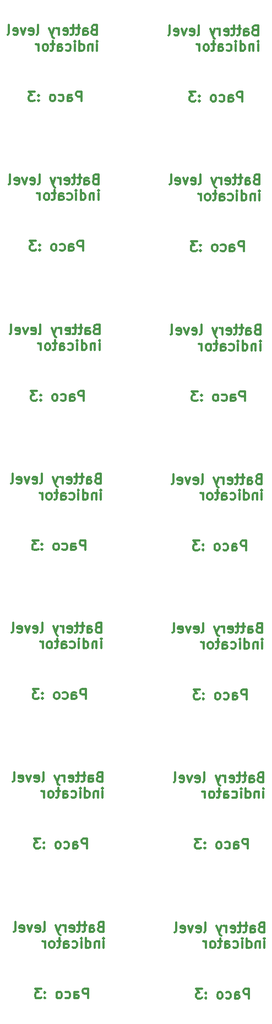
<source format=gbr>
%TF.GenerationSoftware,KiCad,Pcbnew,8.0.5*%
%TF.CreationDate,2024-12-11T00:13:19+01:00*%
%TF.ProjectId,battery-lvl-indicator-kicad.kicad_pcb-copy,62617474-6572-4792-9d6c-766c2d696e64,rev?*%
%TF.SameCoordinates,Original*%
%TF.FileFunction,Legend,Bot*%
%TF.FilePolarity,Positive*%
%FSLAX46Y46*%
G04 Gerber Fmt 4.6, Leading zero omitted, Abs format (unit mm)*
G04 Created by KiCad (PCBNEW 8.0.5) date 2024-12-11 00:13:19*
%MOMM*%
%LPD*%
G01*
G04 APERTURE LIST*
%ADD10C,0.300000*%
G04 APERTURE END LIST*
D10*
X104931689Y-144961828D02*
X104931689Y-143461828D01*
X104931689Y-143461828D02*
X104360260Y-143461828D01*
X104360260Y-143461828D02*
X104217403Y-143533257D01*
X104217403Y-143533257D02*
X104145974Y-143604685D01*
X104145974Y-143604685D02*
X104074546Y-143747542D01*
X104074546Y-143747542D02*
X104074546Y-143961828D01*
X104074546Y-143961828D02*
X104145974Y-144104685D01*
X104145974Y-144104685D02*
X104217403Y-144176114D01*
X104217403Y-144176114D02*
X104360260Y-144247542D01*
X104360260Y-144247542D02*
X104931689Y-144247542D01*
X102788832Y-144961828D02*
X102788832Y-144176114D01*
X102788832Y-144176114D02*
X102860260Y-144033257D01*
X102860260Y-144033257D02*
X103003117Y-143961828D01*
X103003117Y-143961828D02*
X103288832Y-143961828D01*
X103288832Y-143961828D02*
X103431689Y-144033257D01*
X102788832Y-144890400D02*
X102931689Y-144961828D01*
X102931689Y-144961828D02*
X103288832Y-144961828D01*
X103288832Y-144961828D02*
X103431689Y-144890400D01*
X103431689Y-144890400D02*
X103503117Y-144747542D01*
X103503117Y-144747542D02*
X103503117Y-144604685D01*
X103503117Y-144604685D02*
X103431689Y-144461828D01*
X103431689Y-144461828D02*
X103288832Y-144390400D01*
X103288832Y-144390400D02*
X102931689Y-144390400D01*
X102931689Y-144390400D02*
X102788832Y-144318971D01*
X101431689Y-144890400D02*
X101574546Y-144961828D01*
X101574546Y-144961828D02*
X101860260Y-144961828D01*
X101860260Y-144961828D02*
X102003117Y-144890400D01*
X102003117Y-144890400D02*
X102074546Y-144818971D01*
X102074546Y-144818971D02*
X102145974Y-144676114D01*
X102145974Y-144676114D02*
X102145974Y-144247542D01*
X102145974Y-144247542D02*
X102074546Y-144104685D01*
X102074546Y-144104685D02*
X102003117Y-144033257D01*
X102003117Y-144033257D02*
X101860260Y-143961828D01*
X101860260Y-143961828D02*
X101574546Y-143961828D01*
X101574546Y-143961828D02*
X101431689Y-144033257D01*
X100574546Y-144961828D02*
X100717403Y-144890400D01*
X100717403Y-144890400D02*
X100788832Y-144818971D01*
X100788832Y-144818971D02*
X100860260Y-144676114D01*
X100860260Y-144676114D02*
X100860260Y-144247542D01*
X100860260Y-144247542D02*
X100788832Y-144104685D01*
X100788832Y-144104685D02*
X100717403Y-144033257D01*
X100717403Y-144033257D02*
X100574546Y-143961828D01*
X100574546Y-143961828D02*
X100360260Y-143961828D01*
X100360260Y-143961828D02*
X100217403Y-144033257D01*
X100217403Y-144033257D02*
X100145975Y-144104685D01*
X100145975Y-144104685D02*
X100074546Y-144247542D01*
X100074546Y-144247542D02*
X100074546Y-144676114D01*
X100074546Y-144676114D02*
X100145975Y-144818971D01*
X100145975Y-144818971D02*
X100217403Y-144890400D01*
X100217403Y-144890400D02*
X100360260Y-144961828D01*
X100360260Y-144961828D02*
X100574546Y-144961828D01*
X98288832Y-144818971D02*
X98217403Y-144890400D01*
X98217403Y-144890400D02*
X98288832Y-144961828D01*
X98288832Y-144961828D02*
X98360260Y-144890400D01*
X98360260Y-144890400D02*
X98288832Y-144818971D01*
X98288832Y-144818971D02*
X98288832Y-144961828D01*
X98288832Y-144033257D02*
X98217403Y-144104685D01*
X98217403Y-144104685D02*
X98288832Y-144176114D01*
X98288832Y-144176114D02*
X98360260Y-144104685D01*
X98360260Y-144104685D02*
X98288832Y-144033257D01*
X98288832Y-144033257D02*
X98288832Y-144176114D01*
X97717403Y-143461828D02*
X96788831Y-143461828D01*
X96788831Y-143461828D02*
X97288831Y-144033257D01*
X97288831Y-144033257D02*
X97074546Y-144033257D01*
X97074546Y-144033257D02*
X96931689Y-144104685D01*
X96931689Y-144104685D02*
X96860260Y-144176114D01*
X96860260Y-144176114D02*
X96788831Y-144318971D01*
X96788831Y-144318971D02*
X96788831Y-144676114D01*
X96788831Y-144676114D02*
X96860260Y-144818971D01*
X96860260Y-144818971D02*
X96931689Y-144890400D01*
X96931689Y-144890400D02*
X97074546Y-144961828D01*
X97074546Y-144961828D02*
X97503117Y-144961828D01*
X97503117Y-144961828D02*
X97645974Y-144890400D01*
X97645974Y-144890400D02*
X97717403Y-144818971D01*
X130720689Y-19460198D02*
X130506403Y-19531626D01*
X130506403Y-19531626D02*
X130434974Y-19603055D01*
X130434974Y-19603055D02*
X130363546Y-19745912D01*
X130363546Y-19745912D02*
X130363546Y-19960198D01*
X130363546Y-19960198D02*
X130434974Y-20103055D01*
X130434974Y-20103055D02*
X130506403Y-20174484D01*
X130506403Y-20174484D02*
X130649260Y-20245912D01*
X130649260Y-20245912D02*
X131220689Y-20245912D01*
X131220689Y-20245912D02*
X131220689Y-18745912D01*
X131220689Y-18745912D02*
X130720689Y-18745912D01*
X130720689Y-18745912D02*
X130577832Y-18817341D01*
X130577832Y-18817341D02*
X130506403Y-18888769D01*
X130506403Y-18888769D02*
X130434974Y-19031626D01*
X130434974Y-19031626D02*
X130434974Y-19174484D01*
X130434974Y-19174484D02*
X130506403Y-19317341D01*
X130506403Y-19317341D02*
X130577832Y-19388769D01*
X130577832Y-19388769D02*
X130720689Y-19460198D01*
X130720689Y-19460198D02*
X131220689Y-19460198D01*
X129077832Y-20245912D02*
X129077832Y-19460198D01*
X129077832Y-19460198D02*
X129149260Y-19317341D01*
X129149260Y-19317341D02*
X129292117Y-19245912D01*
X129292117Y-19245912D02*
X129577832Y-19245912D01*
X129577832Y-19245912D02*
X129720689Y-19317341D01*
X129077832Y-20174484D02*
X129220689Y-20245912D01*
X129220689Y-20245912D02*
X129577832Y-20245912D01*
X129577832Y-20245912D02*
X129720689Y-20174484D01*
X129720689Y-20174484D02*
X129792117Y-20031626D01*
X129792117Y-20031626D02*
X129792117Y-19888769D01*
X129792117Y-19888769D02*
X129720689Y-19745912D01*
X129720689Y-19745912D02*
X129577832Y-19674484D01*
X129577832Y-19674484D02*
X129220689Y-19674484D01*
X129220689Y-19674484D02*
X129077832Y-19603055D01*
X128577831Y-19245912D02*
X128006403Y-19245912D01*
X128363546Y-18745912D02*
X128363546Y-20031626D01*
X128363546Y-20031626D02*
X128292117Y-20174484D01*
X128292117Y-20174484D02*
X128149260Y-20245912D01*
X128149260Y-20245912D02*
X128006403Y-20245912D01*
X127720688Y-19245912D02*
X127149260Y-19245912D01*
X127506403Y-18745912D02*
X127506403Y-20031626D01*
X127506403Y-20031626D02*
X127434974Y-20174484D01*
X127434974Y-20174484D02*
X127292117Y-20245912D01*
X127292117Y-20245912D02*
X127149260Y-20245912D01*
X126077831Y-20174484D02*
X126220688Y-20245912D01*
X126220688Y-20245912D02*
X126506403Y-20245912D01*
X126506403Y-20245912D02*
X126649260Y-20174484D01*
X126649260Y-20174484D02*
X126720688Y-20031626D01*
X126720688Y-20031626D02*
X126720688Y-19460198D01*
X126720688Y-19460198D02*
X126649260Y-19317341D01*
X126649260Y-19317341D02*
X126506403Y-19245912D01*
X126506403Y-19245912D02*
X126220688Y-19245912D01*
X126220688Y-19245912D02*
X126077831Y-19317341D01*
X126077831Y-19317341D02*
X126006403Y-19460198D01*
X126006403Y-19460198D02*
X126006403Y-19603055D01*
X126006403Y-19603055D02*
X126720688Y-19745912D01*
X125363546Y-20245912D02*
X125363546Y-19245912D01*
X125363546Y-19531626D02*
X125292117Y-19388769D01*
X125292117Y-19388769D02*
X125220689Y-19317341D01*
X125220689Y-19317341D02*
X125077831Y-19245912D01*
X125077831Y-19245912D02*
X124934974Y-19245912D01*
X124577832Y-19245912D02*
X124220689Y-20245912D01*
X123863546Y-19245912D02*
X124220689Y-20245912D01*
X124220689Y-20245912D02*
X124363546Y-20603055D01*
X124363546Y-20603055D02*
X124434975Y-20674484D01*
X124434975Y-20674484D02*
X124577832Y-20745912D01*
X121934975Y-20245912D02*
X122077832Y-20174484D01*
X122077832Y-20174484D02*
X122149261Y-20031626D01*
X122149261Y-20031626D02*
X122149261Y-18745912D01*
X120792118Y-20174484D02*
X120934975Y-20245912D01*
X120934975Y-20245912D02*
X121220690Y-20245912D01*
X121220690Y-20245912D02*
X121363547Y-20174484D01*
X121363547Y-20174484D02*
X121434975Y-20031626D01*
X121434975Y-20031626D02*
X121434975Y-19460198D01*
X121434975Y-19460198D02*
X121363547Y-19317341D01*
X121363547Y-19317341D02*
X121220690Y-19245912D01*
X121220690Y-19245912D02*
X120934975Y-19245912D01*
X120934975Y-19245912D02*
X120792118Y-19317341D01*
X120792118Y-19317341D02*
X120720690Y-19460198D01*
X120720690Y-19460198D02*
X120720690Y-19603055D01*
X120720690Y-19603055D02*
X121434975Y-19745912D01*
X120220690Y-19245912D02*
X119863547Y-20245912D01*
X119863547Y-20245912D02*
X119506404Y-19245912D01*
X118363547Y-20174484D02*
X118506404Y-20245912D01*
X118506404Y-20245912D02*
X118792119Y-20245912D01*
X118792119Y-20245912D02*
X118934976Y-20174484D01*
X118934976Y-20174484D02*
X119006404Y-20031626D01*
X119006404Y-20031626D02*
X119006404Y-19460198D01*
X119006404Y-19460198D02*
X118934976Y-19317341D01*
X118934976Y-19317341D02*
X118792119Y-19245912D01*
X118792119Y-19245912D02*
X118506404Y-19245912D01*
X118506404Y-19245912D02*
X118363547Y-19317341D01*
X118363547Y-19317341D02*
X118292119Y-19460198D01*
X118292119Y-19460198D02*
X118292119Y-19603055D01*
X118292119Y-19603055D02*
X119006404Y-19745912D01*
X117434976Y-20245912D02*
X117577833Y-20174484D01*
X117577833Y-20174484D02*
X117649262Y-20031626D01*
X117649262Y-20031626D02*
X117649262Y-18745912D01*
X131220689Y-22660828D02*
X131220689Y-21660828D01*
X131220689Y-21160828D02*
X131292117Y-21232257D01*
X131292117Y-21232257D02*
X131220689Y-21303685D01*
X131220689Y-21303685D02*
X131149260Y-21232257D01*
X131149260Y-21232257D02*
X131220689Y-21160828D01*
X131220689Y-21160828D02*
X131220689Y-21303685D01*
X130506403Y-21660828D02*
X130506403Y-22660828D01*
X130506403Y-21803685D02*
X130434974Y-21732257D01*
X130434974Y-21732257D02*
X130292117Y-21660828D01*
X130292117Y-21660828D02*
X130077831Y-21660828D01*
X130077831Y-21660828D02*
X129934974Y-21732257D01*
X129934974Y-21732257D02*
X129863546Y-21875114D01*
X129863546Y-21875114D02*
X129863546Y-22660828D01*
X128506403Y-22660828D02*
X128506403Y-21160828D01*
X128506403Y-22589400D02*
X128649260Y-22660828D01*
X128649260Y-22660828D02*
X128934974Y-22660828D01*
X128934974Y-22660828D02*
X129077831Y-22589400D01*
X129077831Y-22589400D02*
X129149260Y-22517971D01*
X129149260Y-22517971D02*
X129220688Y-22375114D01*
X129220688Y-22375114D02*
X129220688Y-21946542D01*
X129220688Y-21946542D02*
X129149260Y-21803685D01*
X129149260Y-21803685D02*
X129077831Y-21732257D01*
X129077831Y-21732257D02*
X128934974Y-21660828D01*
X128934974Y-21660828D02*
X128649260Y-21660828D01*
X128649260Y-21660828D02*
X128506403Y-21732257D01*
X127792117Y-22660828D02*
X127792117Y-21660828D01*
X127792117Y-21160828D02*
X127863545Y-21232257D01*
X127863545Y-21232257D02*
X127792117Y-21303685D01*
X127792117Y-21303685D02*
X127720688Y-21232257D01*
X127720688Y-21232257D02*
X127792117Y-21160828D01*
X127792117Y-21160828D02*
X127792117Y-21303685D01*
X126434974Y-22589400D02*
X126577831Y-22660828D01*
X126577831Y-22660828D02*
X126863545Y-22660828D01*
X126863545Y-22660828D02*
X127006402Y-22589400D01*
X127006402Y-22589400D02*
X127077831Y-22517971D01*
X127077831Y-22517971D02*
X127149259Y-22375114D01*
X127149259Y-22375114D02*
X127149259Y-21946542D01*
X127149259Y-21946542D02*
X127077831Y-21803685D01*
X127077831Y-21803685D02*
X127006402Y-21732257D01*
X127006402Y-21732257D02*
X126863545Y-21660828D01*
X126863545Y-21660828D02*
X126577831Y-21660828D01*
X126577831Y-21660828D02*
X126434974Y-21732257D01*
X125149260Y-22660828D02*
X125149260Y-21875114D01*
X125149260Y-21875114D02*
X125220688Y-21732257D01*
X125220688Y-21732257D02*
X125363545Y-21660828D01*
X125363545Y-21660828D02*
X125649260Y-21660828D01*
X125649260Y-21660828D02*
X125792117Y-21732257D01*
X125149260Y-22589400D02*
X125292117Y-22660828D01*
X125292117Y-22660828D02*
X125649260Y-22660828D01*
X125649260Y-22660828D02*
X125792117Y-22589400D01*
X125792117Y-22589400D02*
X125863545Y-22446542D01*
X125863545Y-22446542D02*
X125863545Y-22303685D01*
X125863545Y-22303685D02*
X125792117Y-22160828D01*
X125792117Y-22160828D02*
X125649260Y-22089400D01*
X125649260Y-22089400D02*
X125292117Y-22089400D01*
X125292117Y-22089400D02*
X125149260Y-22017971D01*
X124649259Y-21660828D02*
X124077831Y-21660828D01*
X124434974Y-21160828D02*
X124434974Y-22446542D01*
X124434974Y-22446542D02*
X124363545Y-22589400D01*
X124363545Y-22589400D02*
X124220688Y-22660828D01*
X124220688Y-22660828D02*
X124077831Y-22660828D01*
X123363545Y-22660828D02*
X123506402Y-22589400D01*
X123506402Y-22589400D02*
X123577831Y-22517971D01*
X123577831Y-22517971D02*
X123649259Y-22375114D01*
X123649259Y-22375114D02*
X123649259Y-21946542D01*
X123649259Y-21946542D02*
X123577831Y-21803685D01*
X123577831Y-21803685D02*
X123506402Y-21732257D01*
X123506402Y-21732257D02*
X123363545Y-21660828D01*
X123363545Y-21660828D02*
X123149259Y-21660828D01*
X123149259Y-21660828D02*
X123006402Y-21732257D01*
X123006402Y-21732257D02*
X122934974Y-21803685D01*
X122934974Y-21803685D02*
X122863545Y-21946542D01*
X122863545Y-21946542D02*
X122863545Y-22375114D01*
X122863545Y-22375114D02*
X122934974Y-22517971D01*
X122934974Y-22517971D02*
X123006402Y-22589400D01*
X123006402Y-22589400D02*
X123149259Y-22660828D01*
X123149259Y-22660828D02*
X123363545Y-22660828D01*
X122220688Y-22660828D02*
X122220688Y-21660828D01*
X122220688Y-21946542D02*
X122149259Y-21803685D01*
X122149259Y-21803685D02*
X122077831Y-21732257D01*
X122077831Y-21732257D02*
X121934973Y-21660828D01*
X121934973Y-21660828D02*
X121792116Y-21660828D01*
X129671289Y-145012628D02*
X129671289Y-143512628D01*
X129671289Y-143512628D02*
X129099860Y-143512628D01*
X129099860Y-143512628D02*
X128957003Y-143584057D01*
X128957003Y-143584057D02*
X128885574Y-143655485D01*
X128885574Y-143655485D02*
X128814146Y-143798342D01*
X128814146Y-143798342D02*
X128814146Y-144012628D01*
X128814146Y-144012628D02*
X128885574Y-144155485D01*
X128885574Y-144155485D02*
X128957003Y-144226914D01*
X128957003Y-144226914D02*
X129099860Y-144298342D01*
X129099860Y-144298342D02*
X129671289Y-144298342D01*
X127528432Y-145012628D02*
X127528432Y-144226914D01*
X127528432Y-144226914D02*
X127599860Y-144084057D01*
X127599860Y-144084057D02*
X127742717Y-144012628D01*
X127742717Y-144012628D02*
X128028432Y-144012628D01*
X128028432Y-144012628D02*
X128171289Y-144084057D01*
X127528432Y-144941200D02*
X127671289Y-145012628D01*
X127671289Y-145012628D02*
X128028432Y-145012628D01*
X128028432Y-145012628D02*
X128171289Y-144941200D01*
X128171289Y-144941200D02*
X128242717Y-144798342D01*
X128242717Y-144798342D02*
X128242717Y-144655485D01*
X128242717Y-144655485D02*
X128171289Y-144512628D01*
X128171289Y-144512628D02*
X128028432Y-144441200D01*
X128028432Y-144441200D02*
X127671289Y-144441200D01*
X127671289Y-144441200D02*
X127528432Y-144369771D01*
X126171289Y-144941200D02*
X126314146Y-145012628D01*
X126314146Y-145012628D02*
X126599860Y-145012628D01*
X126599860Y-145012628D02*
X126742717Y-144941200D01*
X126742717Y-144941200D02*
X126814146Y-144869771D01*
X126814146Y-144869771D02*
X126885574Y-144726914D01*
X126885574Y-144726914D02*
X126885574Y-144298342D01*
X126885574Y-144298342D02*
X126814146Y-144155485D01*
X126814146Y-144155485D02*
X126742717Y-144084057D01*
X126742717Y-144084057D02*
X126599860Y-144012628D01*
X126599860Y-144012628D02*
X126314146Y-144012628D01*
X126314146Y-144012628D02*
X126171289Y-144084057D01*
X125314146Y-145012628D02*
X125457003Y-144941200D01*
X125457003Y-144941200D02*
X125528432Y-144869771D01*
X125528432Y-144869771D02*
X125599860Y-144726914D01*
X125599860Y-144726914D02*
X125599860Y-144298342D01*
X125599860Y-144298342D02*
X125528432Y-144155485D01*
X125528432Y-144155485D02*
X125457003Y-144084057D01*
X125457003Y-144084057D02*
X125314146Y-144012628D01*
X125314146Y-144012628D02*
X125099860Y-144012628D01*
X125099860Y-144012628D02*
X124957003Y-144084057D01*
X124957003Y-144084057D02*
X124885575Y-144155485D01*
X124885575Y-144155485D02*
X124814146Y-144298342D01*
X124814146Y-144298342D02*
X124814146Y-144726914D01*
X124814146Y-144726914D02*
X124885575Y-144869771D01*
X124885575Y-144869771D02*
X124957003Y-144941200D01*
X124957003Y-144941200D02*
X125099860Y-145012628D01*
X125099860Y-145012628D02*
X125314146Y-145012628D01*
X123028432Y-144869771D02*
X122957003Y-144941200D01*
X122957003Y-144941200D02*
X123028432Y-145012628D01*
X123028432Y-145012628D02*
X123099860Y-144941200D01*
X123099860Y-144941200D02*
X123028432Y-144869771D01*
X123028432Y-144869771D02*
X123028432Y-145012628D01*
X123028432Y-144084057D02*
X122957003Y-144155485D01*
X122957003Y-144155485D02*
X123028432Y-144226914D01*
X123028432Y-144226914D02*
X123099860Y-144155485D01*
X123099860Y-144155485D02*
X123028432Y-144084057D01*
X123028432Y-144084057D02*
X123028432Y-144226914D01*
X122457003Y-143512628D02*
X121528431Y-143512628D01*
X121528431Y-143512628D02*
X122028431Y-144084057D01*
X122028431Y-144084057D02*
X121814146Y-144084057D01*
X121814146Y-144084057D02*
X121671289Y-144155485D01*
X121671289Y-144155485D02*
X121599860Y-144226914D01*
X121599860Y-144226914D02*
X121528431Y-144369771D01*
X121528431Y-144369771D02*
X121528431Y-144726914D01*
X121528431Y-144726914D02*
X121599860Y-144869771D01*
X121599860Y-144869771D02*
X121671289Y-144941200D01*
X121671289Y-144941200D02*
X121814146Y-145012628D01*
X121814146Y-145012628D02*
X122242717Y-145012628D01*
X122242717Y-145012628D02*
X122385574Y-144941200D01*
X122385574Y-144941200D02*
X122457003Y-144869771D01*
X129036289Y-53344028D02*
X129036289Y-51844028D01*
X129036289Y-51844028D02*
X128464860Y-51844028D01*
X128464860Y-51844028D02*
X128322003Y-51915457D01*
X128322003Y-51915457D02*
X128250574Y-51986885D01*
X128250574Y-51986885D02*
X128179146Y-52129742D01*
X128179146Y-52129742D02*
X128179146Y-52344028D01*
X128179146Y-52344028D02*
X128250574Y-52486885D01*
X128250574Y-52486885D02*
X128322003Y-52558314D01*
X128322003Y-52558314D02*
X128464860Y-52629742D01*
X128464860Y-52629742D02*
X129036289Y-52629742D01*
X126893432Y-53344028D02*
X126893432Y-52558314D01*
X126893432Y-52558314D02*
X126964860Y-52415457D01*
X126964860Y-52415457D02*
X127107717Y-52344028D01*
X127107717Y-52344028D02*
X127393432Y-52344028D01*
X127393432Y-52344028D02*
X127536289Y-52415457D01*
X126893432Y-53272600D02*
X127036289Y-53344028D01*
X127036289Y-53344028D02*
X127393432Y-53344028D01*
X127393432Y-53344028D02*
X127536289Y-53272600D01*
X127536289Y-53272600D02*
X127607717Y-53129742D01*
X127607717Y-53129742D02*
X127607717Y-52986885D01*
X127607717Y-52986885D02*
X127536289Y-52844028D01*
X127536289Y-52844028D02*
X127393432Y-52772600D01*
X127393432Y-52772600D02*
X127036289Y-52772600D01*
X127036289Y-52772600D02*
X126893432Y-52701171D01*
X125536289Y-53272600D02*
X125679146Y-53344028D01*
X125679146Y-53344028D02*
X125964860Y-53344028D01*
X125964860Y-53344028D02*
X126107717Y-53272600D01*
X126107717Y-53272600D02*
X126179146Y-53201171D01*
X126179146Y-53201171D02*
X126250574Y-53058314D01*
X126250574Y-53058314D02*
X126250574Y-52629742D01*
X126250574Y-52629742D02*
X126179146Y-52486885D01*
X126179146Y-52486885D02*
X126107717Y-52415457D01*
X126107717Y-52415457D02*
X125964860Y-52344028D01*
X125964860Y-52344028D02*
X125679146Y-52344028D01*
X125679146Y-52344028D02*
X125536289Y-52415457D01*
X124679146Y-53344028D02*
X124822003Y-53272600D01*
X124822003Y-53272600D02*
X124893432Y-53201171D01*
X124893432Y-53201171D02*
X124964860Y-53058314D01*
X124964860Y-53058314D02*
X124964860Y-52629742D01*
X124964860Y-52629742D02*
X124893432Y-52486885D01*
X124893432Y-52486885D02*
X124822003Y-52415457D01*
X124822003Y-52415457D02*
X124679146Y-52344028D01*
X124679146Y-52344028D02*
X124464860Y-52344028D01*
X124464860Y-52344028D02*
X124322003Y-52415457D01*
X124322003Y-52415457D02*
X124250575Y-52486885D01*
X124250575Y-52486885D02*
X124179146Y-52629742D01*
X124179146Y-52629742D02*
X124179146Y-53058314D01*
X124179146Y-53058314D02*
X124250575Y-53201171D01*
X124250575Y-53201171D02*
X124322003Y-53272600D01*
X124322003Y-53272600D02*
X124464860Y-53344028D01*
X124464860Y-53344028D02*
X124679146Y-53344028D01*
X122393432Y-53201171D02*
X122322003Y-53272600D01*
X122322003Y-53272600D02*
X122393432Y-53344028D01*
X122393432Y-53344028D02*
X122464860Y-53272600D01*
X122464860Y-53272600D02*
X122393432Y-53201171D01*
X122393432Y-53201171D02*
X122393432Y-53344028D01*
X122393432Y-52415457D02*
X122322003Y-52486885D01*
X122322003Y-52486885D02*
X122393432Y-52558314D01*
X122393432Y-52558314D02*
X122464860Y-52486885D01*
X122464860Y-52486885D02*
X122393432Y-52415457D01*
X122393432Y-52415457D02*
X122393432Y-52558314D01*
X121822003Y-51844028D02*
X120893431Y-51844028D01*
X120893431Y-51844028D02*
X121393431Y-52415457D01*
X121393431Y-52415457D02*
X121179146Y-52415457D01*
X121179146Y-52415457D02*
X121036289Y-52486885D01*
X121036289Y-52486885D02*
X120964860Y-52558314D01*
X120964860Y-52558314D02*
X120893431Y-52701171D01*
X120893431Y-52701171D02*
X120893431Y-53058314D01*
X120893431Y-53058314D02*
X120964860Y-53201171D01*
X120964860Y-53201171D02*
X121036289Y-53272600D01*
X121036289Y-53272600D02*
X121179146Y-53344028D01*
X121179146Y-53344028D02*
X121607717Y-53344028D01*
X121607717Y-53344028D02*
X121750574Y-53272600D01*
X121750574Y-53272600D02*
X121822003Y-53201171D01*
X131279489Y-88294198D02*
X131065203Y-88365626D01*
X131065203Y-88365626D02*
X130993774Y-88437055D01*
X130993774Y-88437055D02*
X130922346Y-88579912D01*
X130922346Y-88579912D02*
X130922346Y-88794198D01*
X130922346Y-88794198D02*
X130993774Y-88937055D01*
X130993774Y-88937055D02*
X131065203Y-89008484D01*
X131065203Y-89008484D02*
X131208060Y-89079912D01*
X131208060Y-89079912D02*
X131779489Y-89079912D01*
X131779489Y-89079912D02*
X131779489Y-87579912D01*
X131779489Y-87579912D02*
X131279489Y-87579912D01*
X131279489Y-87579912D02*
X131136632Y-87651341D01*
X131136632Y-87651341D02*
X131065203Y-87722769D01*
X131065203Y-87722769D02*
X130993774Y-87865626D01*
X130993774Y-87865626D02*
X130993774Y-88008484D01*
X130993774Y-88008484D02*
X131065203Y-88151341D01*
X131065203Y-88151341D02*
X131136632Y-88222769D01*
X131136632Y-88222769D02*
X131279489Y-88294198D01*
X131279489Y-88294198D02*
X131779489Y-88294198D01*
X129636632Y-89079912D02*
X129636632Y-88294198D01*
X129636632Y-88294198D02*
X129708060Y-88151341D01*
X129708060Y-88151341D02*
X129850917Y-88079912D01*
X129850917Y-88079912D02*
X130136632Y-88079912D01*
X130136632Y-88079912D02*
X130279489Y-88151341D01*
X129636632Y-89008484D02*
X129779489Y-89079912D01*
X129779489Y-89079912D02*
X130136632Y-89079912D01*
X130136632Y-89079912D02*
X130279489Y-89008484D01*
X130279489Y-89008484D02*
X130350917Y-88865626D01*
X130350917Y-88865626D02*
X130350917Y-88722769D01*
X130350917Y-88722769D02*
X130279489Y-88579912D01*
X130279489Y-88579912D02*
X130136632Y-88508484D01*
X130136632Y-88508484D02*
X129779489Y-88508484D01*
X129779489Y-88508484D02*
X129636632Y-88437055D01*
X129136631Y-88079912D02*
X128565203Y-88079912D01*
X128922346Y-87579912D02*
X128922346Y-88865626D01*
X128922346Y-88865626D02*
X128850917Y-89008484D01*
X128850917Y-89008484D02*
X128708060Y-89079912D01*
X128708060Y-89079912D02*
X128565203Y-89079912D01*
X128279488Y-88079912D02*
X127708060Y-88079912D01*
X128065203Y-87579912D02*
X128065203Y-88865626D01*
X128065203Y-88865626D02*
X127993774Y-89008484D01*
X127993774Y-89008484D02*
X127850917Y-89079912D01*
X127850917Y-89079912D02*
X127708060Y-89079912D01*
X126636631Y-89008484D02*
X126779488Y-89079912D01*
X126779488Y-89079912D02*
X127065203Y-89079912D01*
X127065203Y-89079912D02*
X127208060Y-89008484D01*
X127208060Y-89008484D02*
X127279488Y-88865626D01*
X127279488Y-88865626D02*
X127279488Y-88294198D01*
X127279488Y-88294198D02*
X127208060Y-88151341D01*
X127208060Y-88151341D02*
X127065203Y-88079912D01*
X127065203Y-88079912D02*
X126779488Y-88079912D01*
X126779488Y-88079912D02*
X126636631Y-88151341D01*
X126636631Y-88151341D02*
X126565203Y-88294198D01*
X126565203Y-88294198D02*
X126565203Y-88437055D01*
X126565203Y-88437055D02*
X127279488Y-88579912D01*
X125922346Y-89079912D02*
X125922346Y-88079912D01*
X125922346Y-88365626D02*
X125850917Y-88222769D01*
X125850917Y-88222769D02*
X125779489Y-88151341D01*
X125779489Y-88151341D02*
X125636631Y-88079912D01*
X125636631Y-88079912D02*
X125493774Y-88079912D01*
X125136632Y-88079912D02*
X124779489Y-89079912D01*
X124422346Y-88079912D02*
X124779489Y-89079912D01*
X124779489Y-89079912D02*
X124922346Y-89437055D01*
X124922346Y-89437055D02*
X124993775Y-89508484D01*
X124993775Y-89508484D02*
X125136632Y-89579912D01*
X122493775Y-89079912D02*
X122636632Y-89008484D01*
X122636632Y-89008484D02*
X122708061Y-88865626D01*
X122708061Y-88865626D02*
X122708061Y-87579912D01*
X121350918Y-89008484D02*
X121493775Y-89079912D01*
X121493775Y-89079912D02*
X121779490Y-89079912D01*
X121779490Y-89079912D02*
X121922347Y-89008484D01*
X121922347Y-89008484D02*
X121993775Y-88865626D01*
X121993775Y-88865626D02*
X121993775Y-88294198D01*
X121993775Y-88294198D02*
X121922347Y-88151341D01*
X121922347Y-88151341D02*
X121779490Y-88079912D01*
X121779490Y-88079912D02*
X121493775Y-88079912D01*
X121493775Y-88079912D02*
X121350918Y-88151341D01*
X121350918Y-88151341D02*
X121279490Y-88294198D01*
X121279490Y-88294198D02*
X121279490Y-88437055D01*
X121279490Y-88437055D02*
X121993775Y-88579912D01*
X120779490Y-88079912D02*
X120422347Y-89079912D01*
X120422347Y-89079912D02*
X120065204Y-88079912D01*
X118922347Y-89008484D02*
X119065204Y-89079912D01*
X119065204Y-89079912D02*
X119350919Y-89079912D01*
X119350919Y-89079912D02*
X119493776Y-89008484D01*
X119493776Y-89008484D02*
X119565204Y-88865626D01*
X119565204Y-88865626D02*
X119565204Y-88294198D01*
X119565204Y-88294198D02*
X119493776Y-88151341D01*
X119493776Y-88151341D02*
X119350919Y-88079912D01*
X119350919Y-88079912D02*
X119065204Y-88079912D01*
X119065204Y-88079912D02*
X118922347Y-88151341D01*
X118922347Y-88151341D02*
X118850919Y-88294198D01*
X118850919Y-88294198D02*
X118850919Y-88437055D01*
X118850919Y-88437055D02*
X119565204Y-88579912D01*
X117993776Y-89079912D02*
X118136633Y-89008484D01*
X118136633Y-89008484D02*
X118208062Y-88865626D01*
X118208062Y-88865626D02*
X118208062Y-87579912D01*
X131779489Y-91494828D02*
X131779489Y-90494828D01*
X131779489Y-89994828D02*
X131850917Y-90066257D01*
X131850917Y-90066257D02*
X131779489Y-90137685D01*
X131779489Y-90137685D02*
X131708060Y-90066257D01*
X131708060Y-90066257D02*
X131779489Y-89994828D01*
X131779489Y-89994828D02*
X131779489Y-90137685D01*
X131065203Y-90494828D02*
X131065203Y-91494828D01*
X131065203Y-90637685D02*
X130993774Y-90566257D01*
X130993774Y-90566257D02*
X130850917Y-90494828D01*
X130850917Y-90494828D02*
X130636631Y-90494828D01*
X130636631Y-90494828D02*
X130493774Y-90566257D01*
X130493774Y-90566257D02*
X130422346Y-90709114D01*
X130422346Y-90709114D02*
X130422346Y-91494828D01*
X129065203Y-91494828D02*
X129065203Y-89994828D01*
X129065203Y-91423400D02*
X129208060Y-91494828D01*
X129208060Y-91494828D02*
X129493774Y-91494828D01*
X129493774Y-91494828D02*
X129636631Y-91423400D01*
X129636631Y-91423400D02*
X129708060Y-91351971D01*
X129708060Y-91351971D02*
X129779488Y-91209114D01*
X129779488Y-91209114D02*
X129779488Y-90780542D01*
X129779488Y-90780542D02*
X129708060Y-90637685D01*
X129708060Y-90637685D02*
X129636631Y-90566257D01*
X129636631Y-90566257D02*
X129493774Y-90494828D01*
X129493774Y-90494828D02*
X129208060Y-90494828D01*
X129208060Y-90494828D02*
X129065203Y-90566257D01*
X128350917Y-91494828D02*
X128350917Y-90494828D01*
X128350917Y-89994828D02*
X128422345Y-90066257D01*
X128422345Y-90066257D02*
X128350917Y-90137685D01*
X128350917Y-90137685D02*
X128279488Y-90066257D01*
X128279488Y-90066257D02*
X128350917Y-89994828D01*
X128350917Y-89994828D02*
X128350917Y-90137685D01*
X126993774Y-91423400D02*
X127136631Y-91494828D01*
X127136631Y-91494828D02*
X127422345Y-91494828D01*
X127422345Y-91494828D02*
X127565202Y-91423400D01*
X127565202Y-91423400D02*
X127636631Y-91351971D01*
X127636631Y-91351971D02*
X127708059Y-91209114D01*
X127708059Y-91209114D02*
X127708059Y-90780542D01*
X127708059Y-90780542D02*
X127636631Y-90637685D01*
X127636631Y-90637685D02*
X127565202Y-90566257D01*
X127565202Y-90566257D02*
X127422345Y-90494828D01*
X127422345Y-90494828D02*
X127136631Y-90494828D01*
X127136631Y-90494828D02*
X126993774Y-90566257D01*
X125708060Y-91494828D02*
X125708060Y-90709114D01*
X125708060Y-90709114D02*
X125779488Y-90566257D01*
X125779488Y-90566257D02*
X125922345Y-90494828D01*
X125922345Y-90494828D02*
X126208060Y-90494828D01*
X126208060Y-90494828D02*
X126350917Y-90566257D01*
X125708060Y-91423400D02*
X125850917Y-91494828D01*
X125850917Y-91494828D02*
X126208060Y-91494828D01*
X126208060Y-91494828D02*
X126350917Y-91423400D01*
X126350917Y-91423400D02*
X126422345Y-91280542D01*
X126422345Y-91280542D02*
X126422345Y-91137685D01*
X126422345Y-91137685D02*
X126350917Y-90994828D01*
X126350917Y-90994828D02*
X126208060Y-90923400D01*
X126208060Y-90923400D02*
X125850917Y-90923400D01*
X125850917Y-90923400D02*
X125708060Y-90851971D01*
X125208059Y-90494828D02*
X124636631Y-90494828D01*
X124993774Y-89994828D02*
X124993774Y-91280542D01*
X124993774Y-91280542D02*
X124922345Y-91423400D01*
X124922345Y-91423400D02*
X124779488Y-91494828D01*
X124779488Y-91494828D02*
X124636631Y-91494828D01*
X123922345Y-91494828D02*
X124065202Y-91423400D01*
X124065202Y-91423400D02*
X124136631Y-91351971D01*
X124136631Y-91351971D02*
X124208059Y-91209114D01*
X124208059Y-91209114D02*
X124208059Y-90780542D01*
X124208059Y-90780542D02*
X124136631Y-90637685D01*
X124136631Y-90637685D02*
X124065202Y-90566257D01*
X124065202Y-90566257D02*
X123922345Y-90494828D01*
X123922345Y-90494828D02*
X123708059Y-90494828D01*
X123708059Y-90494828D02*
X123565202Y-90566257D01*
X123565202Y-90566257D02*
X123493774Y-90637685D01*
X123493774Y-90637685D02*
X123422345Y-90780542D01*
X123422345Y-90780542D02*
X123422345Y-91209114D01*
X123422345Y-91209114D02*
X123493774Y-91351971D01*
X123493774Y-91351971D02*
X123565202Y-91423400D01*
X123565202Y-91423400D02*
X123708059Y-91494828D01*
X123708059Y-91494828D02*
X123922345Y-91494828D01*
X122779488Y-91494828D02*
X122779488Y-90494828D01*
X122779488Y-90780542D02*
X122708059Y-90637685D01*
X122708059Y-90637685D02*
X122636631Y-90566257D01*
X122636631Y-90566257D02*
X122493773Y-90494828D01*
X122493773Y-90494828D02*
X122350916Y-90494828D01*
X131076289Y-65383398D02*
X130862003Y-65454826D01*
X130862003Y-65454826D02*
X130790574Y-65526255D01*
X130790574Y-65526255D02*
X130719146Y-65669112D01*
X130719146Y-65669112D02*
X130719146Y-65883398D01*
X130719146Y-65883398D02*
X130790574Y-66026255D01*
X130790574Y-66026255D02*
X130862003Y-66097684D01*
X130862003Y-66097684D02*
X131004860Y-66169112D01*
X131004860Y-66169112D02*
X131576289Y-66169112D01*
X131576289Y-66169112D02*
X131576289Y-64669112D01*
X131576289Y-64669112D02*
X131076289Y-64669112D01*
X131076289Y-64669112D02*
X130933432Y-64740541D01*
X130933432Y-64740541D02*
X130862003Y-64811969D01*
X130862003Y-64811969D02*
X130790574Y-64954826D01*
X130790574Y-64954826D02*
X130790574Y-65097684D01*
X130790574Y-65097684D02*
X130862003Y-65240541D01*
X130862003Y-65240541D02*
X130933432Y-65311969D01*
X130933432Y-65311969D02*
X131076289Y-65383398D01*
X131076289Y-65383398D02*
X131576289Y-65383398D01*
X129433432Y-66169112D02*
X129433432Y-65383398D01*
X129433432Y-65383398D02*
X129504860Y-65240541D01*
X129504860Y-65240541D02*
X129647717Y-65169112D01*
X129647717Y-65169112D02*
X129933432Y-65169112D01*
X129933432Y-65169112D02*
X130076289Y-65240541D01*
X129433432Y-66097684D02*
X129576289Y-66169112D01*
X129576289Y-66169112D02*
X129933432Y-66169112D01*
X129933432Y-66169112D02*
X130076289Y-66097684D01*
X130076289Y-66097684D02*
X130147717Y-65954826D01*
X130147717Y-65954826D02*
X130147717Y-65811969D01*
X130147717Y-65811969D02*
X130076289Y-65669112D01*
X130076289Y-65669112D02*
X129933432Y-65597684D01*
X129933432Y-65597684D02*
X129576289Y-65597684D01*
X129576289Y-65597684D02*
X129433432Y-65526255D01*
X128933431Y-65169112D02*
X128362003Y-65169112D01*
X128719146Y-64669112D02*
X128719146Y-65954826D01*
X128719146Y-65954826D02*
X128647717Y-66097684D01*
X128647717Y-66097684D02*
X128504860Y-66169112D01*
X128504860Y-66169112D02*
X128362003Y-66169112D01*
X128076288Y-65169112D02*
X127504860Y-65169112D01*
X127862003Y-64669112D02*
X127862003Y-65954826D01*
X127862003Y-65954826D02*
X127790574Y-66097684D01*
X127790574Y-66097684D02*
X127647717Y-66169112D01*
X127647717Y-66169112D02*
X127504860Y-66169112D01*
X126433431Y-66097684D02*
X126576288Y-66169112D01*
X126576288Y-66169112D02*
X126862003Y-66169112D01*
X126862003Y-66169112D02*
X127004860Y-66097684D01*
X127004860Y-66097684D02*
X127076288Y-65954826D01*
X127076288Y-65954826D02*
X127076288Y-65383398D01*
X127076288Y-65383398D02*
X127004860Y-65240541D01*
X127004860Y-65240541D02*
X126862003Y-65169112D01*
X126862003Y-65169112D02*
X126576288Y-65169112D01*
X126576288Y-65169112D02*
X126433431Y-65240541D01*
X126433431Y-65240541D02*
X126362003Y-65383398D01*
X126362003Y-65383398D02*
X126362003Y-65526255D01*
X126362003Y-65526255D02*
X127076288Y-65669112D01*
X125719146Y-66169112D02*
X125719146Y-65169112D01*
X125719146Y-65454826D02*
X125647717Y-65311969D01*
X125647717Y-65311969D02*
X125576289Y-65240541D01*
X125576289Y-65240541D02*
X125433431Y-65169112D01*
X125433431Y-65169112D02*
X125290574Y-65169112D01*
X124933432Y-65169112D02*
X124576289Y-66169112D01*
X124219146Y-65169112D02*
X124576289Y-66169112D01*
X124576289Y-66169112D02*
X124719146Y-66526255D01*
X124719146Y-66526255D02*
X124790575Y-66597684D01*
X124790575Y-66597684D02*
X124933432Y-66669112D01*
X122290575Y-66169112D02*
X122433432Y-66097684D01*
X122433432Y-66097684D02*
X122504861Y-65954826D01*
X122504861Y-65954826D02*
X122504861Y-64669112D01*
X121147718Y-66097684D02*
X121290575Y-66169112D01*
X121290575Y-66169112D02*
X121576290Y-66169112D01*
X121576290Y-66169112D02*
X121719147Y-66097684D01*
X121719147Y-66097684D02*
X121790575Y-65954826D01*
X121790575Y-65954826D02*
X121790575Y-65383398D01*
X121790575Y-65383398D02*
X121719147Y-65240541D01*
X121719147Y-65240541D02*
X121576290Y-65169112D01*
X121576290Y-65169112D02*
X121290575Y-65169112D01*
X121290575Y-65169112D02*
X121147718Y-65240541D01*
X121147718Y-65240541D02*
X121076290Y-65383398D01*
X121076290Y-65383398D02*
X121076290Y-65526255D01*
X121076290Y-65526255D02*
X121790575Y-65669112D01*
X120576290Y-65169112D02*
X120219147Y-66169112D01*
X120219147Y-66169112D02*
X119862004Y-65169112D01*
X118719147Y-66097684D02*
X118862004Y-66169112D01*
X118862004Y-66169112D02*
X119147719Y-66169112D01*
X119147719Y-66169112D02*
X119290576Y-66097684D01*
X119290576Y-66097684D02*
X119362004Y-65954826D01*
X119362004Y-65954826D02*
X119362004Y-65383398D01*
X119362004Y-65383398D02*
X119290576Y-65240541D01*
X119290576Y-65240541D02*
X119147719Y-65169112D01*
X119147719Y-65169112D02*
X118862004Y-65169112D01*
X118862004Y-65169112D02*
X118719147Y-65240541D01*
X118719147Y-65240541D02*
X118647719Y-65383398D01*
X118647719Y-65383398D02*
X118647719Y-65526255D01*
X118647719Y-65526255D02*
X119362004Y-65669112D01*
X117790576Y-66169112D02*
X117933433Y-66097684D01*
X117933433Y-66097684D02*
X118004862Y-65954826D01*
X118004862Y-65954826D02*
X118004862Y-64669112D01*
X131576289Y-68584028D02*
X131576289Y-67584028D01*
X131576289Y-67084028D02*
X131647717Y-67155457D01*
X131647717Y-67155457D02*
X131576289Y-67226885D01*
X131576289Y-67226885D02*
X131504860Y-67155457D01*
X131504860Y-67155457D02*
X131576289Y-67084028D01*
X131576289Y-67084028D02*
X131576289Y-67226885D01*
X130862003Y-67584028D02*
X130862003Y-68584028D01*
X130862003Y-67726885D02*
X130790574Y-67655457D01*
X130790574Y-67655457D02*
X130647717Y-67584028D01*
X130647717Y-67584028D02*
X130433431Y-67584028D01*
X130433431Y-67584028D02*
X130290574Y-67655457D01*
X130290574Y-67655457D02*
X130219146Y-67798314D01*
X130219146Y-67798314D02*
X130219146Y-68584028D01*
X128862003Y-68584028D02*
X128862003Y-67084028D01*
X128862003Y-68512600D02*
X129004860Y-68584028D01*
X129004860Y-68584028D02*
X129290574Y-68584028D01*
X129290574Y-68584028D02*
X129433431Y-68512600D01*
X129433431Y-68512600D02*
X129504860Y-68441171D01*
X129504860Y-68441171D02*
X129576288Y-68298314D01*
X129576288Y-68298314D02*
X129576288Y-67869742D01*
X129576288Y-67869742D02*
X129504860Y-67726885D01*
X129504860Y-67726885D02*
X129433431Y-67655457D01*
X129433431Y-67655457D02*
X129290574Y-67584028D01*
X129290574Y-67584028D02*
X129004860Y-67584028D01*
X129004860Y-67584028D02*
X128862003Y-67655457D01*
X128147717Y-68584028D02*
X128147717Y-67584028D01*
X128147717Y-67084028D02*
X128219145Y-67155457D01*
X128219145Y-67155457D02*
X128147717Y-67226885D01*
X128147717Y-67226885D02*
X128076288Y-67155457D01*
X128076288Y-67155457D02*
X128147717Y-67084028D01*
X128147717Y-67084028D02*
X128147717Y-67226885D01*
X126790574Y-68512600D02*
X126933431Y-68584028D01*
X126933431Y-68584028D02*
X127219145Y-68584028D01*
X127219145Y-68584028D02*
X127362002Y-68512600D01*
X127362002Y-68512600D02*
X127433431Y-68441171D01*
X127433431Y-68441171D02*
X127504859Y-68298314D01*
X127504859Y-68298314D02*
X127504859Y-67869742D01*
X127504859Y-67869742D02*
X127433431Y-67726885D01*
X127433431Y-67726885D02*
X127362002Y-67655457D01*
X127362002Y-67655457D02*
X127219145Y-67584028D01*
X127219145Y-67584028D02*
X126933431Y-67584028D01*
X126933431Y-67584028D02*
X126790574Y-67655457D01*
X125504860Y-68584028D02*
X125504860Y-67798314D01*
X125504860Y-67798314D02*
X125576288Y-67655457D01*
X125576288Y-67655457D02*
X125719145Y-67584028D01*
X125719145Y-67584028D02*
X126004860Y-67584028D01*
X126004860Y-67584028D02*
X126147717Y-67655457D01*
X125504860Y-68512600D02*
X125647717Y-68584028D01*
X125647717Y-68584028D02*
X126004860Y-68584028D01*
X126004860Y-68584028D02*
X126147717Y-68512600D01*
X126147717Y-68512600D02*
X126219145Y-68369742D01*
X126219145Y-68369742D02*
X126219145Y-68226885D01*
X126219145Y-68226885D02*
X126147717Y-68084028D01*
X126147717Y-68084028D02*
X126004860Y-68012600D01*
X126004860Y-68012600D02*
X125647717Y-68012600D01*
X125647717Y-68012600D02*
X125504860Y-67941171D01*
X125004859Y-67584028D02*
X124433431Y-67584028D01*
X124790574Y-67084028D02*
X124790574Y-68369742D01*
X124790574Y-68369742D02*
X124719145Y-68512600D01*
X124719145Y-68512600D02*
X124576288Y-68584028D01*
X124576288Y-68584028D02*
X124433431Y-68584028D01*
X123719145Y-68584028D02*
X123862002Y-68512600D01*
X123862002Y-68512600D02*
X123933431Y-68441171D01*
X123933431Y-68441171D02*
X124004859Y-68298314D01*
X124004859Y-68298314D02*
X124004859Y-67869742D01*
X124004859Y-67869742D02*
X123933431Y-67726885D01*
X123933431Y-67726885D02*
X123862002Y-67655457D01*
X123862002Y-67655457D02*
X123719145Y-67584028D01*
X123719145Y-67584028D02*
X123504859Y-67584028D01*
X123504859Y-67584028D02*
X123362002Y-67655457D01*
X123362002Y-67655457D02*
X123290574Y-67726885D01*
X123290574Y-67726885D02*
X123219145Y-67869742D01*
X123219145Y-67869742D02*
X123219145Y-68298314D01*
X123219145Y-68298314D02*
X123290574Y-68441171D01*
X123290574Y-68441171D02*
X123362002Y-68512600D01*
X123362002Y-68512600D02*
X123504859Y-68584028D01*
X123504859Y-68584028D02*
X123719145Y-68584028D01*
X122576288Y-68584028D02*
X122576288Y-67584028D01*
X122576288Y-67869742D02*
X122504859Y-67726885D01*
X122504859Y-67726885D02*
X122433431Y-67655457D01*
X122433431Y-67655457D02*
X122290573Y-67584028D01*
X122290573Y-67584028D02*
X122147716Y-67584028D01*
X105084089Y-167974228D02*
X105084089Y-166474228D01*
X105084089Y-166474228D02*
X104512660Y-166474228D01*
X104512660Y-166474228D02*
X104369803Y-166545657D01*
X104369803Y-166545657D02*
X104298374Y-166617085D01*
X104298374Y-166617085D02*
X104226946Y-166759942D01*
X104226946Y-166759942D02*
X104226946Y-166974228D01*
X104226946Y-166974228D02*
X104298374Y-167117085D01*
X104298374Y-167117085D02*
X104369803Y-167188514D01*
X104369803Y-167188514D02*
X104512660Y-167259942D01*
X104512660Y-167259942D02*
X105084089Y-167259942D01*
X102941232Y-167974228D02*
X102941232Y-167188514D01*
X102941232Y-167188514D02*
X103012660Y-167045657D01*
X103012660Y-167045657D02*
X103155517Y-166974228D01*
X103155517Y-166974228D02*
X103441232Y-166974228D01*
X103441232Y-166974228D02*
X103584089Y-167045657D01*
X102941232Y-167902800D02*
X103084089Y-167974228D01*
X103084089Y-167974228D02*
X103441232Y-167974228D01*
X103441232Y-167974228D02*
X103584089Y-167902800D01*
X103584089Y-167902800D02*
X103655517Y-167759942D01*
X103655517Y-167759942D02*
X103655517Y-167617085D01*
X103655517Y-167617085D02*
X103584089Y-167474228D01*
X103584089Y-167474228D02*
X103441232Y-167402800D01*
X103441232Y-167402800D02*
X103084089Y-167402800D01*
X103084089Y-167402800D02*
X102941232Y-167331371D01*
X101584089Y-167902800D02*
X101726946Y-167974228D01*
X101726946Y-167974228D02*
X102012660Y-167974228D01*
X102012660Y-167974228D02*
X102155517Y-167902800D01*
X102155517Y-167902800D02*
X102226946Y-167831371D01*
X102226946Y-167831371D02*
X102298374Y-167688514D01*
X102298374Y-167688514D02*
X102298374Y-167259942D01*
X102298374Y-167259942D02*
X102226946Y-167117085D01*
X102226946Y-167117085D02*
X102155517Y-167045657D01*
X102155517Y-167045657D02*
X102012660Y-166974228D01*
X102012660Y-166974228D02*
X101726946Y-166974228D01*
X101726946Y-166974228D02*
X101584089Y-167045657D01*
X100726946Y-167974228D02*
X100869803Y-167902800D01*
X100869803Y-167902800D02*
X100941232Y-167831371D01*
X100941232Y-167831371D02*
X101012660Y-167688514D01*
X101012660Y-167688514D02*
X101012660Y-167259942D01*
X101012660Y-167259942D02*
X100941232Y-167117085D01*
X100941232Y-167117085D02*
X100869803Y-167045657D01*
X100869803Y-167045657D02*
X100726946Y-166974228D01*
X100726946Y-166974228D02*
X100512660Y-166974228D01*
X100512660Y-166974228D02*
X100369803Y-167045657D01*
X100369803Y-167045657D02*
X100298375Y-167117085D01*
X100298375Y-167117085D02*
X100226946Y-167259942D01*
X100226946Y-167259942D02*
X100226946Y-167688514D01*
X100226946Y-167688514D02*
X100298375Y-167831371D01*
X100298375Y-167831371D02*
X100369803Y-167902800D01*
X100369803Y-167902800D02*
X100512660Y-167974228D01*
X100512660Y-167974228D02*
X100726946Y-167974228D01*
X98441232Y-167831371D02*
X98369803Y-167902800D01*
X98369803Y-167902800D02*
X98441232Y-167974228D01*
X98441232Y-167974228D02*
X98512660Y-167902800D01*
X98512660Y-167902800D02*
X98441232Y-167831371D01*
X98441232Y-167831371D02*
X98441232Y-167974228D01*
X98441232Y-167045657D02*
X98369803Y-167117085D01*
X98369803Y-167117085D02*
X98441232Y-167188514D01*
X98441232Y-167188514D02*
X98512660Y-167117085D01*
X98512660Y-167117085D02*
X98441232Y-167045657D01*
X98441232Y-167045657D02*
X98441232Y-167188514D01*
X97869803Y-166474228D02*
X96941231Y-166474228D01*
X96941231Y-166474228D02*
X97441231Y-167045657D01*
X97441231Y-167045657D02*
X97226946Y-167045657D01*
X97226946Y-167045657D02*
X97084089Y-167117085D01*
X97084089Y-167117085D02*
X97012660Y-167188514D01*
X97012660Y-167188514D02*
X96941231Y-167331371D01*
X96941231Y-167331371D02*
X96941231Y-167688514D01*
X96941231Y-167688514D02*
X97012660Y-167831371D01*
X97012660Y-167831371D02*
X97084089Y-167902800D01*
X97084089Y-167902800D02*
X97226946Y-167974228D01*
X97226946Y-167974228D02*
X97655517Y-167974228D01*
X97655517Y-167974228D02*
X97798374Y-167902800D01*
X97798374Y-167902800D02*
X97869803Y-167831371D01*
X129468089Y-122101828D02*
X129468089Y-120601828D01*
X129468089Y-120601828D02*
X128896660Y-120601828D01*
X128896660Y-120601828D02*
X128753803Y-120673257D01*
X128753803Y-120673257D02*
X128682374Y-120744685D01*
X128682374Y-120744685D02*
X128610946Y-120887542D01*
X128610946Y-120887542D02*
X128610946Y-121101828D01*
X128610946Y-121101828D02*
X128682374Y-121244685D01*
X128682374Y-121244685D02*
X128753803Y-121316114D01*
X128753803Y-121316114D02*
X128896660Y-121387542D01*
X128896660Y-121387542D02*
X129468089Y-121387542D01*
X127325232Y-122101828D02*
X127325232Y-121316114D01*
X127325232Y-121316114D02*
X127396660Y-121173257D01*
X127396660Y-121173257D02*
X127539517Y-121101828D01*
X127539517Y-121101828D02*
X127825232Y-121101828D01*
X127825232Y-121101828D02*
X127968089Y-121173257D01*
X127325232Y-122030400D02*
X127468089Y-122101828D01*
X127468089Y-122101828D02*
X127825232Y-122101828D01*
X127825232Y-122101828D02*
X127968089Y-122030400D01*
X127968089Y-122030400D02*
X128039517Y-121887542D01*
X128039517Y-121887542D02*
X128039517Y-121744685D01*
X128039517Y-121744685D02*
X127968089Y-121601828D01*
X127968089Y-121601828D02*
X127825232Y-121530400D01*
X127825232Y-121530400D02*
X127468089Y-121530400D01*
X127468089Y-121530400D02*
X127325232Y-121458971D01*
X125968089Y-122030400D02*
X126110946Y-122101828D01*
X126110946Y-122101828D02*
X126396660Y-122101828D01*
X126396660Y-122101828D02*
X126539517Y-122030400D01*
X126539517Y-122030400D02*
X126610946Y-121958971D01*
X126610946Y-121958971D02*
X126682374Y-121816114D01*
X126682374Y-121816114D02*
X126682374Y-121387542D01*
X126682374Y-121387542D02*
X126610946Y-121244685D01*
X126610946Y-121244685D02*
X126539517Y-121173257D01*
X126539517Y-121173257D02*
X126396660Y-121101828D01*
X126396660Y-121101828D02*
X126110946Y-121101828D01*
X126110946Y-121101828D02*
X125968089Y-121173257D01*
X125110946Y-122101828D02*
X125253803Y-122030400D01*
X125253803Y-122030400D02*
X125325232Y-121958971D01*
X125325232Y-121958971D02*
X125396660Y-121816114D01*
X125396660Y-121816114D02*
X125396660Y-121387542D01*
X125396660Y-121387542D02*
X125325232Y-121244685D01*
X125325232Y-121244685D02*
X125253803Y-121173257D01*
X125253803Y-121173257D02*
X125110946Y-121101828D01*
X125110946Y-121101828D02*
X124896660Y-121101828D01*
X124896660Y-121101828D02*
X124753803Y-121173257D01*
X124753803Y-121173257D02*
X124682375Y-121244685D01*
X124682375Y-121244685D02*
X124610946Y-121387542D01*
X124610946Y-121387542D02*
X124610946Y-121816114D01*
X124610946Y-121816114D02*
X124682375Y-121958971D01*
X124682375Y-121958971D02*
X124753803Y-122030400D01*
X124753803Y-122030400D02*
X124896660Y-122101828D01*
X124896660Y-122101828D02*
X125110946Y-122101828D01*
X122825232Y-121958971D02*
X122753803Y-122030400D01*
X122753803Y-122030400D02*
X122825232Y-122101828D01*
X122825232Y-122101828D02*
X122896660Y-122030400D01*
X122896660Y-122030400D02*
X122825232Y-121958971D01*
X122825232Y-121958971D02*
X122825232Y-122101828D01*
X122825232Y-121173257D02*
X122753803Y-121244685D01*
X122753803Y-121244685D02*
X122825232Y-121316114D01*
X122825232Y-121316114D02*
X122896660Y-121244685D01*
X122896660Y-121244685D02*
X122825232Y-121173257D01*
X122825232Y-121173257D02*
X122825232Y-121316114D01*
X122253803Y-120601828D02*
X121325231Y-120601828D01*
X121325231Y-120601828D02*
X121825231Y-121173257D01*
X121825231Y-121173257D02*
X121610946Y-121173257D01*
X121610946Y-121173257D02*
X121468089Y-121244685D01*
X121468089Y-121244685D02*
X121396660Y-121316114D01*
X121396660Y-121316114D02*
X121325231Y-121458971D01*
X121325231Y-121458971D02*
X121325231Y-121816114D01*
X121325231Y-121816114D02*
X121396660Y-121958971D01*
X121396660Y-121958971D02*
X121468089Y-122030400D01*
X121468089Y-122030400D02*
X121610946Y-122101828D01*
X121610946Y-122101828D02*
X122039517Y-122101828D01*
X122039517Y-122101828D02*
X122182374Y-122030400D01*
X122182374Y-122030400D02*
X122253803Y-121958971D01*
X106184289Y-42320198D02*
X105970003Y-42391626D01*
X105970003Y-42391626D02*
X105898574Y-42463055D01*
X105898574Y-42463055D02*
X105827146Y-42605912D01*
X105827146Y-42605912D02*
X105827146Y-42820198D01*
X105827146Y-42820198D02*
X105898574Y-42963055D01*
X105898574Y-42963055D02*
X105970003Y-43034484D01*
X105970003Y-43034484D02*
X106112860Y-43105912D01*
X106112860Y-43105912D02*
X106684289Y-43105912D01*
X106684289Y-43105912D02*
X106684289Y-41605912D01*
X106684289Y-41605912D02*
X106184289Y-41605912D01*
X106184289Y-41605912D02*
X106041432Y-41677341D01*
X106041432Y-41677341D02*
X105970003Y-41748769D01*
X105970003Y-41748769D02*
X105898574Y-41891626D01*
X105898574Y-41891626D02*
X105898574Y-42034484D01*
X105898574Y-42034484D02*
X105970003Y-42177341D01*
X105970003Y-42177341D02*
X106041432Y-42248769D01*
X106041432Y-42248769D02*
X106184289Y-42320198D01*
X106184289Y-42320198D02*
X106684289Y-42320198D01*
X104541432Y-43105912D02*
X104541432Y-42320198D01*
X104541432Y-42320198D02*
X104612860Y-42177341D01*
X104612860Y-42177341D02*
X104755717Y-42105912D01*
X104755717Y-42105912D02*
X105041432Y-42105912D01*
X105041432Y-42105912D02*
X105184289Y-42177341D01*
X104541432Y-43034484D02*
X104684289Y-43105912D01*
X104684289Y-43105912D02*
X105041432Y-43105912D01*
X105041432Y-43105912D02*
X105184289Y-43034484D01*
X105184289Y-43034484D02*
X105255717Y-42891626D01*
X105255717Y-42891626D02*
X105255717Y-42748769D01*
X105255717Y-42748769D02*
X105184289Y-42605912D01*
X105184289Y-42605912D02*
X105041432Y-42534484D01*
X105041432Y-42534484D02*
X104684289Y-42534484D01*
X104684289Y-42534484D02*
X104541432Y-42463055D01*
X104041431Y-42105912D02*
X103470003Y-42105912D01*
X103827146Y-41605912D02*
X103827146Y-42891626D01*
X103827146Y-42891626D02*
X103755717Y-43034484D01*
X103755717Y-43034484D02*
X103612860Y-43105912D01*
X103612860Y-43105912D02*
X103470003Y-43105912D01*
X103184288Y-42105912D02*
X102612860Y-42105912D01*
X102970003Y-41605912D02*
X102970003Y-42891626D01*
X102970003Y-42891626D02*
X102898574Y-43034484D01*
X102898574Y-43034484D02*
X102755717Y-43105912D01*
X102755717Y-43105912D02*
X102612860Y-43105912D01*
X101541431Y-43034484D02*
X101684288Y-43105912D01*
X101684288Y-43105912D02*
X101970003Y-43105912D01*
X101970003Y-43105912D02*
X102112860Y-43034484D01*
X102112860Y-43034484D02*
X102184288Y-42891626D01*
X102184288Y-42891626D02*
X102184288Y-42320198D01*
X102184288Y-42320198D02*
X102112860Y-42177341D01*
X102112860Y-42177341D02*
X101970003Y-42105912D01*
X101970003Y-42105912D02*
X101684288Y-42105912D01*
X101684288Y-42105912D02*
X101541431Y-42177341D01*
X101541431Y-42177341D02*
X101470003Y-42320198D01*
X101470003Y-42320198D02*
X101470003Y-42463055D01*
X101470003Y-42463055D02*
X102184288Y-42605912D01*
X100827146Y-43105912D02*
X100827146Y-42105912D01*
X100827146Y-42391626D02*
X100755717Y-42248769D01*
X100755717Y-42248769D02*
X100684289Y-42177341D01*
X100684289Y-42177341D02*
X100541431Y-42105912D01*
X100541431Y-42105912D02*
X100398574Y-42105912D01*
X100041432Y-42105912D02*
X99684289Y-43105912D01*
X99327146Y-42105912D02*
X99684289Y-43105912D01*
X99684289Y-43105912D02*
X99827146Y-43463055D01*
X99827146Y-43463055D02*
X99898575Y-43534484D01*
X99898575Y-43534484D02*
X100041432Y-43605912D01*
X97398575Y-43105912D02*
X97541432Y-43034484D01*
X97541432Y-43034484D02*
X97612861Y-42891626D01*
X97612861Y-42891626D02*
X97612861Y-41605912D01*
X96255718Y-43034484D02*
X96398575Y-43105912D01*
X96398575Y-43105912D02*
X96684290Y-43105912D01*
X96684290Y-43105912D02*
X96827147Y-43034484D01*
X96827147Y-43034484D02*
X96898575Y-42891626D01*
X96898575Y-42891626D02*
X96898575Y-42320198D01*
X96898575Y-42320198D02*
X96827147Y-42177341D01*
X96827147Y-42177341D02*
X96684290Y-42105912D01*
X96684290Y-42105912D02*
X96398575Y-42105912D01*
X96398575Y-42105912D02*
X96255718Y-42177341D01*
X96255718Y-42177341D02*
X96184290Y-42320198D01*
X96184290Y-42320198D02*
X96184290Y-42463055D01*
X96184290Y-42463055D02*
X96898575Y-42605912D01*
X95684290Y-42105912D02*
X95327147Y-43105912D01*
X95327147Y-43105912D02*
X94970004Y-42105912D01*
X93827147Y-43034484D02*
X93970004Y-43105912D01*
X93970004Y-43105912D02*
X94255719Y-43105912D01*
X94255719Y-43105912D02*
X94398576Y-43034484D01*
X94398576Y-43034484D02*
X94470004Y-42891626D01*
X94470004Y-42891626D02*
X94470004Y-42320198D01*
X94470004Y-42320198D02*
X94398576Y-42177341D01*
X94398576Y-42177341D02*
X94255719Y-42105912D01*
X94255719Y-42105912D02*
X93970004Y-42105912D01*
X93970004Y-42105912D02*
X93827147Y-42177341D01*
X93827147Y-42177341D02*
X93755719Y-42320198D01*
X93755719Y-42320198D02*
X93755719Y-42463055D01*
X93755719Y-42463055D02*
X94470004Y-42605912D01*
X92898576Y-43105912D02*
X93041433Y-43034484D01*
X93041433Y-43034484D02*
X93112862Y-42891626D01*
X93112862Y-42891626D02*
X93112862Y-41605912D01*
X106684289Y-45520828D02*
X106684289Y-44520828D01*
X106684289Y-44020828D02*
X106755717Y-44092257D01*
X106755717Y-44092257D02*
X106684289Y-44163685D01*
X106684289Y-44163685D02*
X106612860Y-44092257D01*
X106612860Y-44092257D02*
X106684289Y-44020828D01*
X106684289Y-44020828D02*
X106684289Y-44163685D01*
X105970003Y-44520828D02*
X105970003Y-45520828D01*
X105970003Y-44663685D02*
X105898574Y-44592257D01*
X105898574Y-44592257D02*
X105755717Y-44520828D01*
X105755717Y-44520828D02*
X105541431Y-44520828D01*
X105541431Y-44520828D02*
X105398574Y-44592257D01*
X105398574Y-44592257D02*
X105327146Y-44735114D01*
X105327146Y-44735114D02*
X105327146Y-45520828D01*
X103970003Y-45520828D02*
X103970003Y-44020828D01*
X103970003Y-45449400D02*
X104112860Y-45520828D01*
X104112860Y-45520828D02*
X104398574Y-45520828D01*
X104398574Y-45520828D02*
X104541431Y-45449400D01*
X104541431Y-45449400D02*
X104612860Y-45377971D01*
X104612860Y-45377971D02*
X104684288Y-45235114D01*
X104684288Y-45235114D02*
X104684288Y-44806542D01*
X104684288Y-44806542D02*
X104612860Y-44663685D01*
X104612860Y-44663685D02*
X104541431Y-44592257D01*
X104541431Y-44592257D02*
X104398574Y-44520828D01*
X104398574Y-44520828D02*
X104112860Y-44520828D01*
X104112860Y-44520828D02*
X103970003Y-44592257D01*
X103255717Y-45520828D02*
X103255717Y-44520828D01*
X103255717Y-44020828D02*
X103327145Y-44092257D01*
X103327145Y-44092257D02*
X103255717Y-44163685D01*
X103255717Y-44163685D02*
X103184288Y-44092257D01*
X103184288Y-44092257D02*
X103255717Y-44020828D01*
X103255717Y-44020828D02*
X103255717Y-44163685D01*
X101898574Y-45449400D02*
X102041431Y-45520828D01*
X102041431Y-45520828D02*
X102327145Y-45520828D01*
X102327145Y-45520828D02*
X102470002Y-45449400D01*
X102470002Y-45449400D02*
X102541431Y-45377971D01*
X102541431Y-45377971D02*
X102612859Y-45235114D01*
X102612859Y-45235114D02*
X102612859Y-44806542D01*
X102612859Y-44806542D02*
X102541431Y-44663685D01*
X102541431Y-44663685D02*
X102470002Y-44592257D01*
X102470002Y-44592257D02*
X102327145Y-44520828D01*
X102327145Y-44520828D02*
X102041431Y-44520828D01*
X102041431Y-44520828D02*
X101898574Y-44592257D01*
X100612860Y-45520828D02*
X100612860Y-44735114D01*
X100612860Y-44735114D02*
X100684288Y-44592257D01*
X100684288Y-44592257D02*
X100827145Y-44520828D01*
X100827145Y-44520828D02*
X101112860Y-44520828D01*
X101112860Y-44520828D02*
X101255717Y-44592257D01*
X100612860Y-45449400D02*
X100755717Y-45520828D01*
X100755717Y-45520828D02*
X101112860Y-45520828D01*
X101112860Y-45520828D02*
X101255717Y-45449400D01*
X101255717Y-45449400D02*
X101327145Y-45306542D01*
X101327145Y-45306542D02*
X101327145Y-45163685D01*
X101327145Y-45163685D02*
X101255717Y-45020828D01*
X101255717Y-45020828D02*
X101112860Y-44949400D01*
X101112860Y-44949400D02*
X100755717Y-44949400D01*
X100755717Y-44949400D02*
X100612860Y-44877971D01*
X100112859Y-44520828D02*
X99541431Y-44520828D01*
X99898574Y-44020828D02*
X99898574Y-45306542D01*
X99898574Y-45306542D02*
X99827145Y-45449400D01*
X99827145Y-45449400D02*
X99684288Y-45520828D01*
X99684288Y-45520828D02*
X99541431Y-45520828D01*
X98827145Y-45520828D02*
X98970002Y-45449400D01*
X98970002Y-45449400D02*
X99041431Y-45377971D01*
X99041431Y-45377971D02*
X99112859Y-45235114D01*
X99112859Y-45235114D02*
X99112859Y-44806542D01*
X99112859Y-44806542D02*
X99041431Y-44663685D01*
X99041431Y-44663685D02*
X98970002Y-44592257D01*
X98970002Y-44592257D02*
X98827145Y-44520828D01*
X98827145Y-44520828D02*
X98612859Y-44520828D01*
X98612859Y-44520828D02*
X98470002Y-44592257D01*
X98470002Y-44592257D02*
X98398574Y-44663685D01*
X98398574Y-44663685D02*
X98327145Y-44806542D01*
X98327145Y-44806542D02*
X98327145Y-45235114D01*
X98327145Y-45235114D02*
X98398574Y-45377971D01*
X98398574Y-45377971D02*
X98470002Y-45449400D01*
X98470002Y-45449400D02*
X98612859Y-45520828D01*
X98612859Y-45520828D02*
X98827145Y-45520828D01*
X97684288Y-45520828D02*
X97684288Y-44520828D01*
X97684288Y-44806542D02*
X97612859Y-44663685D01*
X97612859Y-44663685D02*
X97541431Y-44592257D01*
X97541431Y-44592257D02*
X97398573Y-44520828D01*
X97398573Y-44520828D02*
X97255716Y-44520828D01*
X131711289Y-157051998D02*
X131497003Y-157123426D01*
X131497003Y-157123426D02*
X131425574Y-157194855D01*
X131425574Y-157194855D02*
X131354146Y-157337712D01*
X131354146Y-157337712D02*
X131354146Y-157551998D01*
X131354146Y-157551998D02*
X131425574Y-157694855D01*
X131425574Y-157694855D02*
X131497003Y-157766284D01*
X131497003Y-157766284D02*
X131639860Y-157837712D01*
X131639860Y-157837712D02*
X132211289Y-157837712D01*
X132211289Y-157837712D02*
X132211289Y-156337712D01*
X132211289Y-156337712D02*
X131711289Y-156337712D01*
X131711289Y-156337712D02*
X131568432Y-156409141D01*
X131568432Y-156409141D02*
X131497003Y-156480569D01*
X131497003Y-156480569D02*
X131425574Y-156623426D01*
X131425574Y-156623426D02*
X131425574Y-156766284D01*
X131425574Y-156766284D02*
X131497003Y-156909141D01*
X131497003Y-156909141D02*
X131568432Y-156980569D01*
X131568432Y-156980569D02*
X131711289Y-157051998D01*
X131711289Y-157051998D02*
X132211289Y-157051998D01*
X130068432Y-157837712D02*
X130068432Y-157051998D01*
X130068432Y-157051998D02*
X130139860Y-156909141D01*
X130139860Y-156909141D02*
X130282717Y-156837712D01*
X130282717Y-156837712D02*
X130568432Y-156837712D01*
X130568432Y-156837712D02*
X130711289Y-156909141D01*
X130068432Y-157766284D02*
X130211289Y-157837712D01*
X130211289Y-157837712D02*
X130568432Y-157837712D01*
X130568432Y-157837712D02*
X130711289Y-157766284D01*
X130711289Y-157766284D02*
X130782717Y-157623426D01*
X130782717Y-157623426D02*
X130782717Y-157480569D01*
X130782717Y-157480569D02*
X130711289Y-157337712D01*
X130711289Y-157337712D02*
X130568432Y-157266284D01*
X130568432Y-157266284D02*
X130211289Y-157266284D01*
X130211289Y-157266284D02*
X130068432Y-157194855D01*
X129568431Y-156837712D02*
X128997003Y-156837712D01*
X129354146Y-156337712D02*
X129354146Y-157623426D01*
X129354146Y-157623426D02*
X129282717Y-157766284D01*
X129282717Y-157766284D02*
X129139860Y-157837712D01*
X129139860Y-157837712D02*
X128997003Y-157837712D01*
X128711288Y-156837712D02*
X128139860Y-156837712D01*
X128497003Y-156337712D02*
X128497003Y-157623426D01*
X128497003Y-157623426D02*
X128425574Y-157766284D01*
X128425574Y-157766284D02*
X128282717Y-157837712D01*
X128282717Y-157837712D02*
X128139860Y-157837712D01*
X127068431Y-157766284D02*
X127211288Y-157837712D01*
X127211288Y-157837712D02*
X127497003Y-157837712D01*
X127497003Y-157837712D02*
X127639860Y-157766284D01*
X127639860Y-157766284D02*
X127711288Y-157623426D01*
X127711288Y-157623426D02*
X127711288Y-157051998D01*
X127711288Y-157051998D02*
X127639860Y-156909141D01*
X127639860Y-156909141D02*
X127497003Y-156837712D01*
X127497003Y-156837712D02*
X127211288Y-156837712D01*
X127211288Y-156837712D02*
X127068431Y-156909141D01*
X127068431Y-156909141D02*
X126997003Y-157051998D01*
X126997003Y-157051998D02*
X126997003Y-157194855D01*
X126997003Y-157194855D02*
X127711288Y-157337712D01*
X126354146Y-157837712D02*
X126354146Y-156837712D01*
X126354146Y-157123426D02*
X126282717Y-156980569D01*
X126282717Y-156980569D02*
X126211289Y-156909141D01*
X126211289Y-156909141D02*
X126068431Y-156837712D01*
X126068431Y-156837712D02*
X125925574Y-156837712D01*
X125568432Y-156837712D02*
X125211289Y-157837712D01*
X124854146Y-156837712D02*
X125211289Y-157837712D01*
X125211289Y-157837712D02*
X125354146Y-158194855D01*
X125354146Y-158194855D02*
X125425575Y-158266284D01*
X125425575Y-158266284D02*
X125568432Y-158337712D01*
X122925575Y-157837712D02*
X123068432Y-157766284D01*
X123068432Y-157766284D02*
X123139861Y-157623426D01*
X123139861Y-157623426D02*
X123139861Y-156337712D01*
X121782718Y-157766284D02*
X121925575Y-157837712D01*
X121925575Y-157837712D02*
X122211290Y-157837712D01*
X122211290Y-157837712D02*
X122354147Y-157766284D01*
X122354147Y-157766284D02*
X122425575Y-157623426D01*
X122425575Y-157623426D02*
X122425575Y-157051998D01*
X122425575Y-157051998D02*
X122354147Y-156909141D01*
X122354147Y-156909141D02*
X122211290Y-156837712D01*
X122211290Y-156837712D02*
X121925575Y-156837712D01*
X121925575Y-156837712D02*
X121782718Y-156909141D01*
X121782718Y-156909141D02*
X121711290Y-157051998D01*
X121711290Y-157051998D02*
X121711290Y-157194855D01*
X121711290Y-157194855D02*
X122425575Y-157337712D01*
X121211290Y-156837712D02*
X120854147Y-157837712D01*
X120854147Y-157837712D02*
X120497004Y-156837712D01*
X119354147Y-157766284D02*
X119497004Y-157837712D01*
X119497004Y-157837712D02*
X119782719Y-157837712D01*
X119782719Y-157837712D02*
X119925576Y-157766284D01*
X119925576Y-157766284D02*
X119997004Y-157623426D01*
X119997004Y-157623426D02*
X119997004Y-157051998D01*
X119997004Y-157051998D02*
X119925576Y-156909141D01*
X119925576Y-156909141D02*
X119782719Y-156837712D01*
X119782719Y-156837712D02*
X119497004Y-156837712D01*
X119497004Y-156837712D02*
X119354147Y-156909141D01*
X119354147Y-156909141D02*
X119282719Y-157051998D01*
X119282719Y-157051998D02*
X119282719Y-157194855D01*
X119282719Y-157194855D02*
X119997004Y-157337712D01*
X118425576Y-157837712D02*
X118568433Y-157766284D01*
X118568433Y-157766284D02*
X118639862Y-157623426D01*
X118639862Y-157623426D02*
X118639862Y-156337712D01*
X132211289Y-160252628D02*
X132211289Y-159252628D01*
X132211289Y-158752628D02*
X132282717Y-158824057D01*
X132282717Y-158824057D02*
X132211289Y-158895485D01*
X132211289Y-158895485D02*
X132139860Y-158824057D01*
X132139860Y-158824057D02*
X132211289Y-158752628D01*
X132211289Y-158752628D02*
X132211289Y-158895485D01*
X131497003Y-159252628D02*
X131497003Y-160252628D01*
X131497003Y-159395485D02*
X131425574Y-159324057D01*
X131425574Y-159324057D02*
X131282717Y-159252628D01*
X131282717Y-159252628D02*
X131068431Y-159252628D01*
X131068431Y-159252628D02*
X130925574Y-159324057D01*
X130925574Y-159324057D02*
X130854146Y-159466914D01*
X130854146Y-159466914D02*
X130854146Y-160252628D01*
X129497003Y-160252628D02*
X129497003Y-158752628D01*
X129497003Y-160181200D02*
X129639860Y-160252628D01*
X129639860Y-160252628D02*
X129925574Y-160252628D01*
X129925574Y-160252628D02*
X130068431Y-160181200D01*
X130068431Y-160181200D02*
X130139860Y-160109771D01*
X130139860Y-160109771D02*
X130211288Y-159966914D01*
X130211288Y-159966914D02*
X130211288Y-159538342D01*
X130211288Y-159538342D02*
X130139860Y-159395485D01*
X130139860Y-159395485D02*
X130068431Y-159324057D01*
X130068431Y-159324057D02*
X129925574Y-159252628D01*
X129925574Y-159252628D02*
X129639860Y-159252628D01*
X129639860Y-159252628D02*
X129497003Y-159324057D01*
X128782717Y-160252628D02*
X128782717Y-159252628D01*
X128782717Y-158752628D02*
X128854145Y-158824057D01*
X128854145Y-158824057D02*
X128782717Y-158895485D01*
X128782717Y-158895485D02*
X128711288Y-158824057D01*
X128711288Y-158824057D02*
X128782717Y-158752628D01*
X128782717Y-158752628D02*
X128782717Y-158895485D01*
X127425574Y-160181200D02*
X127568431Y-160252628D01*
X127568431Y-160252628D02*
X127854145Y-160252628D01*
X127854145Y-160252628D02*
X127997002Y-160181200D01*
X127997002Y-160181200D02*
X128068431Y-160109771D01*
X128068431Y-160109771D02*
X128139859Y-159966914D01*
X128139859Y-159966914D02*
X128139859Y-159538342D01*
X128139859Y-159538342D02*
X128068431Y-159395485D01*
X128068431Y-159395485D02*
X127997002Y-159324057D01*
X127997002Y-159324057D02*
X127854145Y-159252628D01*
X127854145Y-159252628D02*
X127568431Y-159252628D01*
X127568431Y-159252628D02*
X127425574Y-159324057D01*
X126139860Y-160252628D02*
X126139860Y-159466914D01*
X126139860Y-159466914D02*
X126211288Y-159324057D01*
X126211288Y-159324057D02*
X126354145Y-159252628D01*
X126354145Y-159252628D02*
X126639860Y-159252628D01*
X126639860Y-159252628D02*
X126782717Y-159324057D01*
X126139860Y-160181200D02*
X126282717Y-160252628D01*
X126282717Y-160252628D02*
X126639860Y-160252628D01*
X126639860Y-160252628D02*
X126782717Y-160181200D01*
X126782717Y-160181200D02*
X126854145Y-160038342D01*
X126854145Y-160038342D02*
X126854145Y-159895485D01*
X126854145Y-159895485D02*
X126782717Y-159752628D01*
X126782717Y-159752628D02*
X126639860Y-159681200D01*
X126639860Y-159681200D02*
X126282717Y-159681200D01*
X126282717Y-159681200D02*
X126139860Y-159609771D01*
X125639859Y-159252628D02*
X125068431Y-159252628D01*
X125425574Y-158752628D02*
X125425574Y-160038342D01*
X125425574Y-160038342D02*
X125354145Y-160181200D01*
X125354145Y-160181200D02*
X125211288Y-160252628D01*
X125211288Y-160252628D02*
X125068431Y-160252628D01*
X124354145Y-160252628D02*
X124497002Y-160181200D01*
X124497002Y-160181200D02*
X124568431Y-160109771D01*
X124568431Y-160109771D02*
X124639859Y-159966914D01*
X124639859Y-159966914D02*
X124639859Y-159538342D01*
X124639859Y-159538342D02*
X124568431Y-159395485D01*
X124568431Y-159395485D02*
X124497002Y-159324057D01*
X124497002Y-159324057D02*
X124354145Y-159252628D01*
X124354145Y-159252628D02*
X124139859Y-159252628D01*
X124139859Y-159252628D02*
X123997002Y-159324057D01*
X123997002Y-159324057D02*
X123925574Y-159395485D01*
X123925574Y-159395485D02*
X123854145Y-159538342D01*
X123854145Y-159538342D02*
X123854145Y-159966914D01*
X123854145Y-159966914D02*
X123925574Y-160109771D01*
X123925574Y-160109771D02*
X123997002Y-160181200D01*
X123997002Y-160181200D02*
X124139859Y-160252628D01*
X124139859Y-160252628D02*
X124354145Y-160252628D01*
X123211288Y-160252628D02*
X123211288Y-159252628D01*
X123211288Y-159538342D02*
X123139859Y-159395485D01*
X123139859Y-159395485D02*
X123068431Y-159324057D01*
X123068431Y-159324057D02*
X122925573Y-159252628D01*
X122925573Y-159252628D02*
X122782716Y-159252628D01*
X129823689Y-168025028D02*
X129823689Y-166525028D01*
X129823689Y-166525028D02*
X129252260Y-166525028D01*
X129252260Y-166525028D02*
X129109403Y-166596457D01*
X129109403Y-166596457D02*
X129037974Y-166667885D01*
X129037974Y-166667885D02*
X128966546Y-166810742D01*
X128966546Y-166810742D02*
X128966546Y-167025028D01*
X128966546Y-167025028D02*
X129037974Y-167167885D01*
X129037974Y-167167885D02*
X129109403Y-167239314D01*
X129109403Y-167239314D02*
X129252260Y-167310742D01*
X129252260Y-167310742D02*
X129823689Y-167310742D01*
X127680832Y-168025028D02*
X127680832Y-167239314D01*
X127680832Y-167239314D02*
X127752260Y-167096457D01*
X127752260Y-167096457D02*
X127895117Y-167025028D01*
X127895117Y-167025028D02*
X128180832Y-167025028D01*
X128180832Y-167025028D02*
X128323689Y-167096457D01*
X127680832Y-167953600D02*
X127823689Y-168025028D01*
X127823689Y-168025028D02*
X128180832Y-168025028D01*
X128180832Y-168025028D02*
X128323689Y-167953600D01*
X128323689Y-167953600D02*
X128395117Y-167810742D01*
X128395117Y-167810742D02*
X128395117Y-167667885D01*
X128395117Y-167667885D02*
X128323689Y-167525028D01*
X128323689Y-167525028D02*
X128180832Y-167453600D01*
X128180832Y-167453600D02*
X127823689Y-167453600D01*
X127823689Y-167453600D02*
X127680832Y-167382171D01*
X126323689Y-167953600D02*
X126466546Y-168025028D01*
X126466546Y-168025028D02*
X126752260Y-168025028D01*
X126752260Y-168025028D02*
X126895117Y-167953600D01*
X126895117Y-167953600D02*
X126966546Y-167882171D01*
X126966546Y-167882171D02*
X127037974Y-167739314D01*
X127037974Y-167739314D02*
X127037974Y-167310742D01*
X127037974Y-167310742D02*
X126966546Y-167167885D01*
X126966546Y-167167885D02*
X126895117Y-167096457D01*
X126895117Y-167096457D02*
X126752260Y-167025028D01*
X126752260Y-167025028D02*
X126466546Y-167025028D01*
X126466546Y-167025028D02*
X126323689Y-167096457D01*
X125466546Y-168025028D02*
X125609403Y-167953600D01*
X125609403Y-167953600D02*
X125680832Y-167882171D01*
X125680832Y-167882171D02*
X125752260Y-167739314D01*
X125752260Y-167739314D02*
X125752260Y-167310742D01*
X125752260Y-167310742D02*
X125680832Y-167167885D01*
X125680832Y-167167885D02*
X125609403Y-167096457D01*
X125609403Y-167096457D02*
X125466546Y-167025028D01*
X125466546Y-167025028D02*
X125252260Y-167025028D01*
X125252260Y-167025028D02*
X125109403Y-167096457D01*
X125109403Y-167096457D02*
X125037975Y-167167885D01*
X125037975Y-167167885D02*
X124966546Y-167310742D01*
X124966546Y-167310742D02*
X124966546Y-167739314D01*
X124966546Y-167739314D02*
X125037975Y-167882171D01*
X125037975Y-167882171D02*
X125109403Y-167953600D01*
X125109403Y-167953600D02*
X125252260Y-168025028D01*
X125252260Y-168025028D02*
X125466546Y-168025028D01*
X123180832Y-167882171D02*
X123109403Y-167953600D01*
X123109403Y-167953600D02*
X123180832Y-168025028D01*
X123180832Y-168025028D02*
X123252260Y-167953600D01*
X123252260Y-167953600D02*
X123180832Y-167882171D01*
X123180832Y-167882171D02*
X123180832Y-168025028D01*
X123180832Y-167096457D02*
X123109403Y-167167885D01*
X123109403Y-167167885D02*
X123180832Y-167239314D01*
X123180832Y-167239314D02*
X123252260Y-167167885D01*
X123252260Y-167167885D02*
X123180832Y-167096457D01*
X123180832Y-167096457D02*
X123180832Y-167239314D01*
X122609403Y-166525028D02*
X121680831Y-166525028D01*
X121680831Y-166525028D02*
X122180831Y-167096457D01*
X122180831Y-167096457D02*
X121966546Y-167096457D01*
X121966546Y-167096457D02*
X121823689Y-167167885D01*
X121823689Y-167167885D02*
X121752260Y-167239314D01*
X121752260Y-167239314D02*
X121680831Y-167382171D01*
X121680831Y-167382171D02*
X121680831Y-167739314D01*
X121680831Y-167739314D02*
X121752260Y-167882171D01*
X121752260Y-167882171D02*
X121823689Y-167953600D01*
X121823689Y-167953600D02*
X121966546Y-168025028D01*
X121966546Y-168025028D02*
X122395117Y-168025028D01*
X122395117Y-168025028D02*
X122537974Y-167953600D01*
X122537974Y-167953600D02*
X122609403Y-167882171D01*
X106971689Y-157001198D02*
X106757403Y-157072626D01*
X106757403Y-157072626D02*
X106685974Y-157144055D01*
X106685974Y-157144055D02*
X106614546Y-157286912D01*
X106614546Y-157286912D02*
X106614546Y-157501198D01*
X106614546Y-157501198D02*
X106685974Y-157644055D01*
X106685974Y-157644055D02*
X106757403Y-157715484D01*
X106757403Y-157715484D02*
X106900260Y-157786912D01*
X106900260Y-157786912D02*
X107471689Y-157786912D01*
X107471689Y-157786912D02*
X107471689Y-156286912D01*
X107471689Y-156286912D02*
X106971689Y-156286912D01*
X106971689Y-156286912D02*
X106828832Y-156358341D01*
X106828832Y-156358341D02*
X106757403Y-156429769D01*
X106757403Y-156429769D02*
X106685974Y-156572626D01*
X106685974Y-156572626D02*
X106685974Y-156715484D01*
X106685974Y-156715484D02*
X106757403Y-156858341D01*
X106757403Y-156858341D02*
X106828832Y-156929769D01*
X106828832Y-156929769D02*
X106971689Y-157001198D01*
X106971689Y-157001198D02*
X107471689Y-157001198D01*
X105328832Y-157786912D02*
X105328832Y-157001198D01*
X105328832Y-157001198D02*
X105400260Y-156858341D01*
X105400260Y-156858341D02*
X105543117Y-156786912D01*
X105543117Y-156786912D02*
X105828832Y-156786912D01*
X105828832Y-156786912D02*
X105971689Y-156858341D01*
X105328832Y-157715484D02*
X105471689Y-157786912D01*
X105471689Y-157786912D02*
X105828832Y-157786912D01*
X105828832Y-157786912D02*
X105971689Y-157715484D01*
X105971689Y-157715484D02*
X106043117Y-157572626D01*
X106043117Y-157572626D02*
X106043117Y-157429769D01*
X106043117Y-157429769D02*
X105971689Y-157286912D01*
X105971689Y-157286912D02*
X105828832Y-157215484D01*
X105828832Y-157215484D02*
X105471689Y-157215484D01*
X105471689Y-157215484D02*
X105328832Y-157144055D01*
X104828831Y-156786912D02*
X104257403Y-156786912D01*
X104614546Y-156286912D02*
X104614546Y-157572626D01*
X104614546Y-157572626D02*
X104543117Y-157715484D01*
X104543117Y-157715484D02*
X104400260Y-157786912D01*
X104400260Y-157786912D02*
X104257403Y-157786912D01*
X103971688Y-156786912D02*
X103400260Y-156786912D01*
X103757403Y-156286912D02*
X103757403Y-157572626D01*
X103757403Y-157572626D02*
X103685974Y-157715484D01*
X103685974Y-157715484D02*
X103543117Y-157786912D01*
X103543117Y-157786912D02*
X103400260Y-157786912D01*
X102328831Y-157715484D02*
X102471688Y-157786912D01*
X102471688Y-157786912D02*
X102757403Y-157786912D01*
X102757403Y-157786912D02*
X102900260Y-157715484D01*
X102900260Y-157715484D02*
X102971688Y-157572626D01*
X102971688Y-157572626D02*
X102971688Y-157001198D01*
X102971688Y-157001198D02*
X102900260Y-156858341D01*
X102900260Y-156858341D02*
X102757403Y-156786912D01*
X102757403Y-156786912D02*
X102471688Y-156786912D01*
X102471688Y-156786912D02*
X102328831Y-156858341D01*
X102328831Y-156858341D02*
X102257403Y-157001198D01*
X102257403Y-157001198D02*
X102257403Y-157144055D01*
X102257403Y-157144055D02*
X102971688Y-157286912D01*
X101614546Y-157786912D02*
X101614546Y-156786912D01*
X101614546Y-157072626D02*
X101543117Y-156929769D01*
X101543117Y-156929769D02*
X101471689Y-156858341D01*
X101471689Y-156858341D02*
X101328831Y-156786912D01*
X101328831Y-156786912D02*
X101185974Y-156786912D01*
X100828832Y-156786912D02*
X100471689Y-157786912D01*
X100114546Y-156786912D02*
X100471689Y-157786912D01*
X100471689Y-157786912D02*
X100614546Y-158144055D01*
X100614546Y-158144055D02*
X100685975Y-158215484D01*
X100685975Y-158215484D02*
X100828832Y-158286912D01*
X98185975Y-157786912D02*
X98328832Y-157715484D01*
X98328832Y-157715484D02*
X98400261Y-157572626D01*
X98400261Y-157572626D02*
X98400261Y-156286912D01*
X97043118Y-157715484D02*
X97185975Y-157786912D01*
X97185975Y-157786912D02*
X97471690Y-157786912D01*
X97471690Y-157786912D02*
X97614547Y-157715484D01*
X97614547Y-157715484D02*
X97685975Y-157572626D01*
X97685975Y-157572626D02*
X97685975Y-157001198D01*
X97685975Y-157001198D02*
X97614547Y-156858341D01*
X97614547Y-156858341D02*
X97471690Y-156786912D01*
X97471690Y-156786912D02*
X97185975Y-156786912D01*
X97185975Y-156786912D02*
X97043118Y-156858341D01*
X97043118Y-156858341D02*
X96971690Y-157001198D01*
X96971690Y-157001198D02*
X96971690Y-157144055D01*
X96971690Y-157144055D02*
X97685975Y-157286912D01*
X96471690Y-156786912D02*
X96114547Y-157786912D01*
X96114547Y-157786912D02*
X95757404Y-156786912D01*
X94614547Y-157715484D02*
X94757404Y-157786912D01*
X94757404Y-157786912D02*
X95043119Y-157786912D01*
X95043119Y-157786912D02*
X95185976Y-157715484D01*
X95185976Y-157715484D02*
X95257404Y-157572626D01*
X95257404Y-157572626D02*
X95257404Y-157001198D01*
X95257404Y-157001198D02*
X95185976Y-156858341D01*
X95185976Y-156858341D02*
X95043119Y-156786912D01*
X95043119Y-156786912D02*
X94757404Y-156786912D01*
X94757404Y-156786912D02*
X94614547Y-156858341D01*
X94614547Y-156858341D02*
X94543119Y-157001198D01*
X94543119Y-157001198D02*
X94543119Y-157144055D01*
X94543119Y-157144055D02*
X95257404Y-157286912D01*
X93685976Y-157786912D02*
X93828833Y-157715484D01*
X93828833Y-157715484D02*
X93900262Y-157572626D01*
X93900262Y-157572626D02*
X93900262Y-156286912D01*
X107471689Y-160201828D02*
X107471689Y-159201828D01*
X107471689Y-158701828D02*
X107543117Y-158773257D01*
X107543117Y-158773257D02*
X107471689Y-158844685D01*
X107471689Y-158844685D02*
X107400260Y-158773257D01*
X107400260Y-158773257D02*
X107471689Y-158701828D01*
X107471689Y-158701828D02*
X107471689Y-158844685D01*
X106757403Y-159201828D02*
X106757403Y-160201828D01*
X106757403Y-159344685D02*
X106685974Y-159273257D01*
X106685974Y-159273257D02*
X106543117Y-159201828D01*
X106543117Y-159201828D02*
X106328831Y-159201828D01*
X106328831Y-159201828D02*
X106185974Y-159273257D01*
X106185974Y-159273257D02*
X106114546Y-159416114D01*
X106114546Y-159416114D02*
X106114546Y-160201828D01*
X104757403Y-160201828D02*
X104757403Y-158701828D01*
X104757403Y-160130400D02*
X104900260Y-160201828D01*
X104900260Y-160201828D02*
X105185974Y-160201828D01*
X105185974Y-160201828D02*
X105328831Y-160130400D01*
X105328831Y-160130400D02*
X105400260Y-160058971D01*
X105400260Y-160058971D02*
X105471688Y-159916114D01*
X105471688Y-159916114D02*
X105471688Y-159487542D01*
X105471688Y-159487542D02*
X105400260Y-159344685D01*
X105400260Y-159344685D02*
X105328831Y-159273257D01*
X105328831Y-159273257D02*
X105185974Y-159201828D01*
X105185974Y-159201828D02*
X104900260Y-159201828D01*
X104900260Y-159201828D02*
X104757403Y-159273257D01*
X104043117Y-160201828D02*
X104043117Y-159201828D01*
X104043117Y-158701828D02*
X104114545Y-158773257D01*
X104114545Y-158773257D02*
X104043117Y-158844685D01*
X104043117Y-158844685D02*
X103971688Y-158773257D01*
X103971688Y-158773257D02*
X104043117Y-158701828D01*
X104043117Y-158701828D02*
X104043117Y-158844685D01*
X102685974Y-160130400D02*
X102828831Y-160201828D01*
X102828831Y-160201828D02*
X103114545Y-160201828D01*
X103114545Y-160201828D02*
X103257402Y-160130400D01*
X103257402Y-160130400D02*
X103328831Y-160058971D01*
X103328831Y-160058971D02*
X103400259Y-159916114D01*
X103400259Y-159916114D02*
X103400259Y-159487542D01*
X103400259Y-159487542D02*
X103328831Y-159344685D01*
X103328831Y-159344685D02*
X103257402Y-159273257D01*
X103257402Y-159273257D02*
X103114545Y-159201828D01*
X103114545Y-159201828D02*
X102828831Y-159201828D01*
X102828831Y-159201828D02*
X102685974Y-159273257D01*
X101400260Y-160201828D02*
X101400260Y-159416114D01*
X101400260Y-159416114D02*
X101471688Y-159273257D01*
X101471688Y-159273257D02*
X101614545Y-159201828D01*
X101614545Y-159201828D02*
X101900260Y-159201828D01*
X101900260Y-159201828D02*
X102043117Y-159273257D01*
X101400260Y-160130400D02*
X101543117Y-160201828D01*
X101543117Y-160201828D02*
X101900260Y-160201828D01*
X101900260Y-160201828D02*
X102043117Y-160130400D01*
X102043117Y-160130400D02*
X102114545Y-159987542D01*
X102114545Y-159987542D02*
X102114545Y-159844685D01*
X102114545Y-159844685D02*
X102043117Y-159701828D01*
X102043117Y-159701828D02*
X101900260Y-159630400D01*
X101900260Y-159630400D02*
X101543117Y-159630400D01*
X101543117Y-159630400D02*
X101400260Y-159558971D01*
X100900259Y-159201828D02*
X100328831Y-159201828D01*
X100685974Y-158701828D02*
X100685974Y-159987542D01*
X100685974Y-159987542D02*
X100614545Y-160130400D01*
X100614545Y-160130400D02*
X100471688Y-160201828D01*
X100471688Y-160201828D02*
X100328831Y-160201828D01*
X99614545Y-160201828D02*
X99757402Y-160130400D01*
X99757402Y-160130400D02*
X99828831Y-160058971D01*
X99828831Y-160058971D02*
X99900259Y-159916114D01*
X99900259Y-159916114D02*
X99900259Y-159487542D01*
X99900259Y-159487542D02*
X99828831Y-159344685D01*
X99828831Y-159344685D02*
X99757402Y-159273257D01*
X99757402Y-159273257D02*
X99614545Y-159201828D01*
X99614545Y-159201828D02*
X99400259Y-159201828D01*
X99400259Y-159201828D02*
X99257402Y-159273257D01*
X99257402Y-159273257D02*
X99185974Y-159344685D01*
X99185974Y-159344685D02*
X99114545Y-159487542D01*
X99114545Y-159487542D02*
X99114545Y-159916114D01*
X99114545Y-159916114D02*
X99185974Y-160058971D01*
X99185974Y-160058971D02*
X99257402Y-160130400D01*
X99257402Y-160130400D02*
X99400259Y-160201828D01*
X99400259Y-160201828D02*
X99614545Y-160201828D01*
X98471688Y-160201828D02*
X98471688Y-159201828D01*
X98471688Y-159487542D02*
X98400259Y-159344685D01*
X98400259Y-159344685D02*
X98328831Y-159273257D01*
X98328831Y-159273257D02*
X98185973Y-159201828D01*
X98185973Y-159201828D02*
X98043116Y-159201828D01*
X104296689Y-53293228D02*
X104296689Y-51793228D01*
X104296689Y-51793228D02*
X103725260Y-51793228D01*
X103725260Y-51793228D02*
X103582403Y-51864657D01*
X103582403Y-51864657D02*
X103510974Y-51936085D01*
X103510974Y-51936085D02*
X103439546Y-52078942D01*
X103439546Y-52078942D02*
X103439546Y-52293228D01*
X103439546Y-52293228D02*
X103510974Y-52436085D01*
X103510974Y-52436085D02*
X103582403Y-52507514D01*
X103582403Y-52507514D02*
X103725260Y-52578942D01*
X103725260Y-52578942D02*
X104296689Y-52578942D01*
X102153832Y-53293228D02*
X102153832Y-52507514D01*
X102153832Y-52507514D02*
X102225260Y-52364657D01*
X102225260Y-52364657D02*
X102368117Y-52293228D01*
X102368117Y-52293228D02*
X102653832Y-52293228D01*
X102653832Y-52293228D02*
X102796689Y-52364657D01*
X102153832Y-53221800D02*
X102296689Y-53293228D01*
X102296689Y-53293228D02*
X102653832Y-53293228D01*
X102653832Y-53293228D02*
X102796689Y-53221800D01*
X102796689Y-53221800D02*
X102868117Y-53078942D01*
X102868117Y-53078942D02*
X102868117Y-52936085D01*
X102868117Y-52936085D02*
X102796689Y-52793228D01*
X102796689Y-52793228D02*
X102653832Y-52721800D01*
X102653832Y-52721800D02*
X102296689Y-52721800D01*
X102296689Y-52721800D02*
X102153832Y-52650371D01*
X100796689Y-53221800D02*
X100939546Y-53293228D01*
X100939546Y-53293228D02*
X101225260Y-53293228D01*
X101225260Y-53293228D02*
X101368117Y-53221800D01*
X101368117Y-53221800D02*
X101439546Y-53150371D01*
X101439546Y-53150371D02*
X101510974Y-53007514D01*
X101510974Y-53007514D02*
X101510974Y-52578942D01*
X101510974Y-52578942D02*
X101439546Y-52436085D01*
X101439546Y-52436085D02*
X101368117Y-52364657D01*
X101368117Y-52364657D02*
X101225260Y-52293228D01*
X101225260Y-52293228D02*
X100939546Y-52293228D01*
X100939546Y-52293228D02*
X100796689Y-52364657D01*
X99939546Y-53293228D02*
X100082403Y-53221800D01*
X100082403Y-53221800D02*
X100153832Y-53150371D01*
X100153832Y-53150371D02*
X100225260Y-53007514D01*
X100225260Y-53007514D02*
X100225260Y-52578942D01*
X100225260Y-52578942D02*
X100153832Y-52436085D01*
X100153832Y-52436085D02*
X100082403Y-52364657D01*
X100082403Y-52364657D02*
X99939546Y-52293228D01*
X99939546Y-52293228D02*
X99725260Y-52293228D01*
X99725260Y-52293228D02*
X99582403Y-52364657D01*
X99582403Y-52364657D02*
X99510975Y-52436085D01*
X99510975Y-52436085D02*
X99439546Y-52578942D01*
X99439546Y-52578942D02*
X99439546Y-53007514D01*
X99439546Y-53007514D02*
X99510975Y-53150371D01*
X99510975Y-53150371D02*
X99582403Y-53221800D01*
X99582403Y-53221800D02*
X99725260Y-53293228D01*
X99725260Y-53293228D02*
X99939546Y-53293228D01*
X97653832Y-53150371D02*
X97582403Y-53221800D01*
X97582403Y-53221800D02*
X97653832Y-53293228D01*
X97653832Y-53293228D02*
X97725260Y-53221800D01*
X97725260Y-53221800D02*
X97653832Y-53150371D01*
X97653832Y-53150371D02*
X97653832Y-53293228D01*
X97653832Y-52364657D02*
X97582403Y-52436085D01*
X97582403Y-52436085D02*
X97653832Y-52507514D01*
X97653832Y-52507514D02*
X97725260Y-52436085D01*
X97725260Y-52436085D02*
X97653832Y-52364657D01*
X97653832Y-52364657D02*
X97653832Y-52507514D01*
X97082403Y-51793228D02*
X96153831Y-51793228D01*
X96153831Y-51793228D02*
X96653831Y-52364657D01*
X96653831Y-52364657D02*
X96439546Y-52364657D01*
X96439546Y-52364657D02*
X96296689Y-52436085D01*
X96296689Y-52436085D02*
X96225260Y-52507514D01*
X96225260Y-52507514D02*
X96153831Y-52650371D01*
X96153831Y-52650371D02*
X96153831Y-53007514D01*
X96153831Y-53007514D02*
X96225260Y-53150371D01*
X96225260Y-53150371D02*
X96296689Y-53221800D01*
X96296689Y-53221800D02*
X96439546Y-53293228D01*
X96439546Y-53293228D02*
X96868117Y-53293228D01*
X96868117Y-53293228D02*
X97010974Y-53221800D01*
X97010974Y-53221800D02*
X97082403Y-53150371D01*
X106336689Y-65332598D02*
X106122403Y-65404026D01*
X106122403Y-65404026D02*
X106050974Y-65475455D01*
X106050974Y-65475455D02*
X105979546Y-65618312D01*
X105979546Y-65618312D02*
X105979546Y-65832598D01*
X105979546Y-65832598D02*
X106050974Y-65975455D01*
X106050974Y-65975455D02*
X106122403Y-66046884D01*
X106122403Y-66046884D02*
X106265260Y-66118312D01*
X106265260Y-66118312D02*
X106836689Y-66118312D01*
X106836689Y-66118312D02*
X106836689Y-64618312D01*
X106836689Y-64618312D02*
X106336689Y-64618312D01*
X106336689Y-64618312D02*
X106193832Y-64689741D01*
X106193832Y-64689741D02*
X106122403Y-64761169D01*
X106122403Y-64761169D02*
X106050974Y-64904026D01*
X106050974Y-64904026D02*
X106050974Y-65046884D01*
X106050974Y-65046884D02*
X106122403Y-65189741D01*
X106122403Y-65189741D02*
X106193832Y-65261169D01*
X106193832Y-65261169D02*
X106336689Y-65332598D01*
X106336689Y-65332598D02*
X106836689Y-65332598D01*
X104693832Y-66118312D02*
X104693832Y-65332598D01*
X104693832Y-65332598D02*
X104765260Y-65189741D01*
X104765260Y-65189741D02*
X104908117Y-65118312D01*
X104908117Y-65118312D02*
X105193832Y-65118312D01*
X105193832Y-65118312D02*
X105336689Y-65189741D01*
X104693832Y-66046884D02*
X104836689Y-66118312D01*
X104836689Y-66118312D02*
X105193832Y-66118312D01*
X105193832Y-66118312D02*
X105336689Y-66046884D01*
X105336689Y-66046884D02*
X105408117Y-65904026D01*
X105408117Y-65904026D02*
X105408117Y-65761169D01*
X105408117Y-65761169D02*
X105336689Y-65618312D01*
X105336689Y-65618312D02*
X105193832Y-65546884D01*
X105193832Y-65546884D02*
X104836689Y-65546884D01*
X104836689Y-65546884D02*
X104693832Y-65475455D01*
X104193831Y-65118312D02*
X103622403Y-65118312D01*
X103979546Y-64618312D02*
X103979546Y-65904026D01*
X103979546Y-65904026D02*
X103908117Y-66046884D01*
X103908117Y-66046884D02*
X103765260Y-66118312D01*
X103765260Y-66118312D02*
X103622403Y-66118312D01*
X103336688Y-65118312D02*
X102765260Y-65118312D01*
X103122403Y-64618312D02*
X103122403Y-65904026D01*
X103122403Y-65904026D02*
X103050974Y-66046884D01*
X103050974Y-66046884D02*
X102908117Y-66118312D01*
X102908117Y-66118312D02*
X102765260Y-66118312D01*
X101693831Y-66046884D02*
X101836688Y-66118312D01*
X101836688Y-66118312D02*
X102122403Y-66118312D01*
X102122403Y-66118312D02*
X102265260Y-66046884D01*
X102265260Y-66046884D02*
X102336688Y-65904026D01*
X102336688Y-65904026D02*
X102336688Y-65332598D01*
X102336688Y-65332598D02*
X102265260Y-65189741D01*
X102265260Y-65189741D02*
X102122403Y-65118312D01*
X102122403Y-65118312D02*
X101836688Y-65118312D01*
X101836688Y-65118312D02*
X101693831Y-65189741D01*
X101693831Y-65189741D02*
X101622403Y-65332598D01*
X101622403Y-65332598D02*
X101622403Y-65475455D01*
X101622403Y-65475455D02*
X102336688Y-65618312D01*
X100979546Y-66118312D02*
X100979546Y-65118312D01*
X100979546Y-65404026D02*
X100908117Y-65261169D01*
X100908117Y-65261169D02*
X100836689Y-65189741D01*
X100836689Y-65189741D02*
X100693831Y-65118312D01*
X100693831Y-65118312D02*
X100550974Y-65118312D01*
X100193832Y-65118312D02*
X99836689Y-66118312D01*
X99479546Y-65118312D02*
X99836689Y-66118312D01*
X99836689Y-66118312D02*
X99979546Y-66475455D01*
X99979546Y-66475455D02*
X100050975Y-66546884D01*
X100050975Y-66546884D02*
X100193832Y-66618312D01*
X97550975Y-66118312D02*
X97693832Y-66046884D01*
X97693832Y-66046884D02*
X97765261Y-65904026D01*
X97765261Y-65904026D02*
X97765261Y-64618312D01*
X96408118Y-66046884D02*
X96550975Y-66118312D01*
X96550975Y-66118312D02*
X96836690Y-66118312D01*
X96836690Y-66118312D02*
X96979547Y-66046884D01*
X96979547Y-66046884D02*
X97050975Y-65904026D01*
X97050975Y-65904026D02*
X97050975Y-65332598D01*
X97050975Y-65332598D02*
X96979547Y-65189741D01*
X96979547Y-65189741D02*
X96836690Y-65118312D01*
X96836690Y-65118312D02*
X96550975Y-65118312D01*
X96550975Y-65118312D02*
X96408118Y-65189741D01*
X96408118Y-65189741D02*
X96336690Y-65332598D01*
X96336690Y-65332598D02*
X96336690Y-65475455D01*
X96336690Y-65475455D02*
X97050975Y-65618312D01*
X95836690Y-65118312D02*
X95479547Y-66118312D01*
X95479547Y-66118312D02*
X95122404Y-65118312D01*
X93979547Y-66046884D02*
X94122404Y-66118312D01*
X94122404Y-66118312D02*
X94408119Y-66118312D01*
X94408119Y-66118312D02*
X94550976Y-66046884D01*
X94550976Y-66046884D02*
X94622404Y-65904026D01*
X94622404Y-65904026D02*
X94622404Y-65332598D01*
X94622404Y-65332598D02*
X94550976Y-65189741D01*
X94550976Y-65189741D02*
X94408119Y-65118312D01*
X94408119Y-65118312D02*
X94122404Y-65118312D01*
X94122404Y-65118312D02*
X93979547Y-65189741D01*
X93979547Y-65189741D02*
X93908119Y-65332598D01*
X93908119Y-65332598D02*
X93908119Y-65475455D01*
X93908119Y-65475455D02*
X94622404Y-65618312D01*
X93050976Y-66118312D02*
X93193833Y-66046884D01*
X93193833Y-66046884D02*
X93265262Y-65904026D01*
X93265262Y-65904026D02*
X93265262Y-64618312D01*
X106836689Y-68533228D02*
X106836689Y-67533228D01*
X106836689Y-67033228D02*
X106908117Y-67104657D01*
X106908117Y-67104657D02*
X106836689Y-67176085D01*
X106836689Y-67176085D02*
X106765260Y-67104657D01*
X106765260Y-67104657D02*
X106836689Y-67033228D01*
X106836689Y-67033228D02*
X106836689Y-67176085D01*
X106122403Y-67533228D02*
X106122403Y-68533228D01*
X106122403Y-67676085D02*
X106050974Y-67604657D01*
X106050974Y-67604657D02*
X105908117Y-67533228D01*
X105908117Y-67533228D02*
X105693831Y-67533228D01*
X105693831Y-67533228D02*
X105550974Y-67604657D01*
X105550974Y-67604657D02*
X105479546Y-67747514D01*
X105479546Y-67747514D02*
X105479546Y-68533228D01*
X104122403Y-68533228D02*
X104122403Y-67033228D01*
X104122403Y-68461800D02*
X104265260Y-68533228D01*
X104265260Y-68533228D02*
X104550974Y-68533228D01*
X104550974Y-68533228D02*
X104693831Y-68461800D01*
X104693831Y-68461800D02*
X104765260Y-68390371D01*
X104765260Y-68390371D02*
X104836688Y-68247514D01*
X104836688Y-68247514D02*
X104836688Y-67818942D01*
X104836688Y-67818942D02*
X104765260Y-67676085D01*
X104765260Y-67676085D02*
X104693831Y-67604657D01*
X104693831Y-67604657D02*
X104550974Y-67533228D01*
X104550974Y-67533228D02*
X104265260Y-67533228D01*
X104265260Y-67533228D02*
X104122403Y-67604657D01*
X103408117Y-68533228D02*
X103408117Y-67533228D01*
X103408117Y-67033228D02*
X103479545Y-67104657D01*
X103479545Y-67104657D02*
X103408117Y-67176085D01*
X103408117Y-67176085D02*
X103336688Y-67104657D01*
X103336688Y-67104657D02*
X103408117Y-67033228D01*
X103408117Y-67033228D02*
X103408117Y-67176085D01*
X102050974Y-68461800D02*
X102193831Y-68533228D01*
X102193831Y-68533228D02*
X102479545Y-68533228D01*
X102479545Y-68533228D02*
X102622402Y-68461800D01*
X102622402Y-68461800D02*
X102693831Y-68390371D01*
X102693831Y-68390371D02*
X102765259Y-68247514D01*
X102765259Y-68247514D02*
X102765259Y-67818942D01*
X102765259Y-67818942D02*
X102693831Y-67676085D01*
X102693831Y-67676085D02*
X102622402Y-67604657D01*
X102622402Y-67604657D02*
X102479545Y-67533228D01*
X102479545Y-67533228D02*
X102193831Y-67533228D01*
X102193831Y-67533228D02*
X102050974Y-67604657D01*
X100765260Y-68533228D02*
X100765260Y-67747514D01*
X100765260Y-67747514D02*
X100836688Y-67604657D01*
X100836688Y-67604657D02*
X100979545Y-67533228D01*
X100979545Y-67533228D02*
X101265260Y-67533228D01*
X101265260Y-67533228D02*
X101408117Y-67604657D01*
X100765260Y-68461800D02*
X100908117Y-68533228D01*
X100908117Y-68533228D02*
X101265260Y-68533228D01*
X101265260Y-68533228D02*
X101408117Y-68461800D01*
X101408117Y-68461800D02*
X101479545Y-68318942D01*
X101479545Y-68318942D02*
X101479545Y-68176085D01*
X101479545Y-68176085D02*
X101408117Y-68033228D01*
X101408117Y-68033228D02*
X101265260Y-67961800D01*
X101265260Y-67961800D02*
X100908117Y-67961800D01*
X100908117Y-67961800D02*
X100765260Y-67890371D01*
X100265259Y-67533228D02*
X99693831Y-67533228D01*
X100050974Y-67033228D02*
X100050974Y-68318942D01*
X100050974Y-68318942D02*
X99979545Y-68461800D01*
X99979545Y-68461800D02*
X99836688Y-68533228D01*
X99836688Y-68533228D02*
X99693831Y-68533228D01*
X98979545Y-68533228D02*
X99122402Y-68461800D01*
X99122402Y-68461800D02*
X99193831Y-68390371D01*
X99193831Y-68390371D02*
X99265259Y-68247514D01*
X99265259Y-68247514D02*
X99265259Y-67818942D01*
X99265259Y-67818942D02*
X99193831Y-67676085D01*
X99193831Y-67676085D02*
X99122402Y-67604657D01*
X99122402Y-67604657D02*
X98979545Y-67533228D01*
X98979545Y-67533228D02*
X98765259Y-67533228D01*
X98765259Y-67533228D02*
X98622402Y-67604657D01*
X98622402Y-67604657D02*
X98550974Y-67676085D01*
X98550974Y-67676085D02*
X98479545Y-67818942D01*
X98479545Y-67818942D02*
X98479545Y-68247514D01*
X98479545Y-68247514D02*
X98550974Y-68390371D01*
X98550974Y-68390371D02*
X98622402Y-68461800D01*
X98622402Y-68461800D02*
X98765259Y-68533228D01*
X98765259Y-68533228D02*
X98979545Y-68533228D01*
X97836688Y-68533228D02*
X97836688Y-67533228D01*
X97836688Y-67818942D02*
X97765259Y-67676085D01*
X97765259Y-67676085D02*
X97693831Y-67604657D01*
X97693831Y-67604657D02*
X97550973Y-67533228D01*
X97550973Y-67533228D02*
X97408116Y-67533228D01*
X104449089Y-76305628D02*
X104449089Y-74805628D01*
X104449089Y-74805628D02*
X103877660Y-74805628D01*
X103877660Y-74805628D02*
X103734803Y-74877057D01*
X103734803Y-74877057D02*
X103663374Y-74948485D01*
X103663374Y-74948485D02*
X103591946Y-75091342D01*
X103591946Y-75091342D02*
X103591946Y-75305628D01*
X103591946Y-75305628D02*
X103663374Y-75448485D01*
X103663374Y-75448485D02*
X103734803Y-75519914D01*
X103734803Y-75519914D02*
X103877660Y-75591342D01*
X103877660Y-75591342D02*
X104449089Y-75591342D01*
X102306232Y-76305628D02*
X102306232Y-75519914D01*
X102306232Y-75519914D02*
X102377660Y-75377057D01*
X102377660Y-75377057D02*
X102520517Y-75305628D01*
X102520517Y-75305628D02*
X102806232Y-75305628D01*
X102806232Y-75305628D02*
X102949089Y-75377057D01*
X102306232Y-76234200D02*
X102449089Y-76305628D01*
X102449089Y-76305628D02*
X102806232Y-76305628D01*
X102806232Y-76305628D02*
X102949089Y-76234200D01*
X102949089Y-76234200D02*
X103020517Y-76091342D01*
X103020517Y-76091342D02*
X103020517Y-75948485D01*
X103020517Y-75948485D02*
X102949089Y-75805628D01*
X102949089Y-75805628D02*
X102806232Y-75734200D01*
X102806232Y-75734200D02*
X102449089Y-75734200D01*
X102449089Y-75734200D02*
X102306232Y-75662771D01*
X100949089Y-76234200D02*
X101091946Y-76305628D01*
X101091946Y-76305628D02*
X101377660Y-76305628D01*
X101377660Y-76305628D02*
X101520517Y-76234200D01*
X101520517Y-76234200D02*
X101591946Y-76162771D01*
X101591946Y-76162771D02*
X101663374Y-76019914D01*
X101663374Y-76019914D02*
X101663374Y-75591342D01*
X101663374Y-75591342D02*
X101591946Y-75448485D01*
X101591946Y-75448485D02*
X101520517Y-75377057D01*
X101520517Y-75377057D02*
X101377660Y-75305628D01*
X101377660Y-75305628D02*
X101091946Y-75305628D01*
X101091946Y-75305628D02*
X100949089Y-75377057D01*
X100091946Y-76305628D02*
X100234803Y-76234200D01*
X100234803Y-76234200D02*
X100306232Y-76162771D01*
X100306232Y-76162771D02*
X100377660Y-76019914D01*
X100377660Y-76019914D02*
X100377660Y-75591342D01*
X100377660Y-75591342D02*
X100306232Y-75448485D01*
X100306232Y-75448485D02*
X100234803Y-75377057D01*
X100234803Y-75377057D02*
X100091946Y-75305628D01*
X100091946Y-75305628D02*
X99877660Y-75305628D01*
X99877660Y-75305628D02*
X99734803Y-75377057D01*
X99734803Y-75377057D02*
X99663375Y-75448485D01*
X99663375Y-75448485D02*
X99591946Y-75591342D01*
X99591946Y-75591342D02*
X99591946Y-76019914D01*
X99591946Y-76019914D02*
X99663375Y-76162771D01*
X99663375Y-76162771D02*
X99734803Y-76234200D01*
X99734803Y-76234200D02*
X99877660Y-76305628D01*
X99877660Y-76305628D02*
X100091946Y-76305628D01*
X97806232Y-76162771D02*
X97734803Y-76234200D01*
X97734803Y-76234200D02*
X97806232Y-76305628D01*
X97806232Y-76305628D02*
X97877660Y-76234200D01*
X97877660Y-76234200D02*
X97806232Y-76162771D01*
X97806232Y-76162771D02*
X97806232Y-76305628D01*
X97806232Y-75377057D02*
X97734803Y-75448485D01*
X97734803Y-75448485D02*
X97806232Y-75519914D01*
X97806232Y-75519914D02*
X97877660Y-75448485D01*
X97877660Y-75448485D02*
X97806232Y-75377057D01*
X97806232Y-75377057D02*
X97806232Y-75519914D01*
X97234803Y-74805628D02*
X96306231Y-74805628D01*
X96306231Y-74805628D02*
X96806231Y-75377057D01*
X96806231Y-75377057D02*
X96591946Y-75377057D01*
X96591946Y-75377057D02*
X96449089Y-75448485D01*
X96449089Y-75448485D02*
X96377660Y-75519914D01*
X96377660Y-75519914D02*
X96306231Y-75662771D01*
X96306231Y-75662771D02*
X96306231Y-76019914D01*
X96306231Y-76019914D02*
X96377660Y-76162771D01*
X96377660Y-76162771D02*
X96449089Y-76234200D01*
X96449089Y-76234200D02*
X96591946Y-76305628D01*
X96591946Y-76305628D02*
X97020517Y-76305628D01*
X97020517Y-76305628D02*
X97163374Y-76234200D01*
X97163374Y-76234200D02*
X97234803Y-76162771D01*
X129188689Y-76356428D02*
X129188689Y-74856428D01*
X129188689Y-74856428D02*
X128617260Y-74856428D01*
X128617260Y-74856428D02*
X128474403Y-74927857D01*
X128474403Y-74927857D02*
X128402974Y-74999285D01*
X128402974Y-74999285D02*
X128331546Y-75142142D01*
X128331546Y-75142142D02*
X128331546Y-75356428D01*
X128331546Y-75356428D02*
X128402974Y-75499285D01*
X128402974Y-75499285D02*
X128474403Y-75570714D01*
X128474403Y-75570714D02*
X128617260Y-75642142D01*
X128617260Y-75642142D02*
X129188689Y-75642142D01*
X127045832Y-76356428D02*
X127045832Y-75570714D01*
X127045832Y-75570714D02*
X127117260Y-75427857D01*
X127117260Y-75427857D02*
X127260117Y-75356428D01*
X127260117Y-75356428D02*
X127545832Y-75356428D01*
X127545832Y-75356428D02*
X127688689Y-75427857D01*
X127045832Y-76285000D02*
X127188689Y-76356428D01*
X127188689Y-76356428D02*
X127545832Y-76356428D01*
X127545832Y-76356428D02*
X127688689Y-76285000D01*
X127688689Y-76285000D02*
X127760117Y-76142142D01*
X127760117Y-76142142D02*
X127760117Y-75999285D01*
X127760117Y-75999285D02*
X127688689Y-75856428D01*
X127688689Y-75856428D02*
X127545832Y-75785000D01*
X127545832Y-75785000D02*
X127188689Y-75785000D01*
X127188689Y-75785000D02*
X127045832Y-75713571D01*
X125688689Y-76285000D02*
X125831546Y-76356428D01*
X125831546Y-76356428D02*
X126117260Y-76356428D01*
X126117260Y-76356428D02*
X126260117Y-76285000D01*
X126260117Y-76285000D02*
X126331546Y-76213571D01*
X126331546Y-76213571D02*
X126402974Y-76070714D01*
X126402974Y-76070714D02*
X126402974Y-75642142D01*
X126402974Y-75642142D02*
X126331546Y-75499285D01*
X126331546Y-75499285D02*
X126260117Y-75427857D01*
X126260117Y-75427857D02*
X126117260Y-75356428D01*
X126117260Y-75356428D02*
X125831546Y-75356428D01*
X125831546Y-75356428D02*
X125688689Y-75427857D01*
X124831546Y-76356428D02*
X124974403Y-76285000D01*
X124974403Y-76285000D02*
X125045832Y-76213571D01*
X125045832Y-76213571D02*
X125117260Y-76070714D01*
X125117260Y-76070714D02*
X125117260Y-75642142D01*
X125117260Y-75642142D02*
X125045832Y-75499285D01*
X125045832Y-75499285D02*
X124974403Y-75427857D01*
X124974403Y-75427857D02*
X124831546Y-75356428D01*
X124831546Y-75356428D02*
X124617260Y-75356428D01*
X124617260Y-75356428D02*
X124474403Y-75427857D01*
X124474403Y-75427857D02*
X124402975Y-75499285D01*
X124402975Y-75499285D02*
X124331546Y-75642142D01*
X124331546Y-75642142D02*
X124331546Y-76070714D01*
X124331546Y-76070714D02*
X124402975Y-76213571D01*
X124402975Y-76213571D02*
X124474403Y-76285000D01*
X124474403Y-76285000D02*
X124617260Y-76356428D01*
X124617260Y-76356428D02*
X124831546Y-76356428D01*
X122545832Y-76213571D02*
X122474403Y-76285000D01*
X122474403Y-76285000D02*
X122545832Y-76356428D01*
X122545832Y-76356428D02*
X122617260Y-76285000D01*
X122617260Y-76285000D02*
X122545832Y-76213571D01*
X122545832Y-76213571D02*
X122545832Y-76356428D01*
X122545832Y-75427857D02*
X122474403Y-75499285D01*
X122474403Y-75499285D02*
X122545832Y-75570714D01*
X122545832Y-75570714D02*
X122617260Y-75499285D01*
X122617260Y-75499285D02*
X122545832Y-75427857D01*
X122545832Y-75427857D02*
X122545832Y-75570714D01*
X121974403Y-74856428D02*
X121045831Y-74856428D01*
X121045831Y-74856428D02*
X121545831Y-75427857D01*
X121545831Y-75427857D02*
X121331546Y-75427857D01*
X121331546Y-75427857D02*
X121188689Y-75499285D01*
X121188689Y-75499285D02*
X121117260Y-75570714D01*
X121117260Y-75570714D02*
X121045831Y-75713571D01*
X121045831Y-75713571D02*
X121045831Y-76070714D01*
X121045831Y-76070714D02*
X121117260Y-76213571D01*
X121117260Y-76213571D02*
X121188689Y-76285000D01*
X121188689Y-76285000D02*
X121331546Y-76356428D01*
X121331546Y-76356428D02*
X121760117Y-76356428D01*
X121760117Y-76356428D02*
X121902974Y-76285000D01*
X121902974Y-76285000D02*
X121974403Y-76213571D01*
X131558889Y-134039598D02*
X131344603Y-134111026D01*
X131344603Y-134111026D02*
X131273174Y-134182455D01*
X131273174Y-134182455D02*
X131201746Y-134325312D01*
X131201746Y-134325312D02*
X131201746Y-134539598D01*
X131201746Y-134539598D02*
X131273174Y-134682455D01*
X131273174Y-134682455D02*
X131344603Y-134753884D01*
X131344603Y-134753884D02*
X131487460Y-134825312D01*
X131487460Y-134825312D02*
X132058889Y-134825312D01*
X132058889Y-134825312D02*
X132058889Y-133325312D01*
X132058889Y-133325312D02*
X131558889Y-133325312D01*
X131558889Y-133325312D02*
X131416032Y-133396741D01*
X131416032Y-133396741D02*
X131344603Y-133468169D01*
X131344603Y-133468169D02*
X131273174Y-133611026D01*
X131273174Y-133611026D02*
X131273174Y-133753884D01*
X131273174Y-133753884D02*
X131344603Y-133896741D01*
X131344603Y-133896741D02*
X131416032Y-133968169D01*
X131416032Y-133968169D02*
X131558889Y-134039598D01*
X131558889Y-134039598D02*
X132058889Y-134039598D01*
X129916032Y-134825312D02*
X129916032Y-134039598D01*
X129916032Y-134039598D02*
X129987460Y-133896741D01*
X129987460Y-133896741D02*
X130130317Y-133825312D01*
X130130317Y-133825312D02*
X130416032Y-133825312D01*
X130416032Y-133825312D02*
X130558889Y-133896741D01*
X129916032Y-134753884D02*
X130058889Y-134825312D01*
X130058889Y-134825312D02*
X130416032Y-134825312D01*
X130416032Y-134825312D02*
X130558889Y-134753884D01*
X130558889Y-134753884D02*
X130630317Y-134611026D01*
X130630317Y-134611026D02*
X130630317Y-134468169D01*
X130630317Y-134468169D02*
X130558889Y-134325312D01*
X130558889Y-134325312D02*
X130416032Y-134253884D01*
X130416032Y-134253884D02*
X130058889Y-134253884D01*
X130058889Y-134253884D02*
X129916032Y-134182455D01*
X129416031Y-133825312D02*
X128844603Y-133825312D01*
X129201746Y-133325312D02*
X129201746Y-134611026D01*
X129201746Y-134611026D02*
X129130317Y-134753884D01*
X129130317Y-134753884D02*
X128987460Y-134825312D01*
X128987460Y-134825312D02*
X128844603Y-134825312D01*
X128558888Y-133825312D02*
X127987460Y-133825312D01*
X128344603Y-133325312D02*
X128344603Y-134611026D01*
X128344603Y-134611026D02*
X128273174Y-134753884D01*
X128273174Y-134753884D02*
X128130317Y-134825312D01*
X128130317Y-134825312D02*
X127987460Y-134825312D01*
X126916031Y-134753884D02*
X127058888Y-134825312D01*
X127058888Y-134825312D02*
X127344603Y-134825312D01*
X127344603Y-134825312D02*
X127487460Y-134753884D01*
X127487460Y-134753884D02*
X127558888Y-134611026D01*
X127558888Y-134611026D02*
X127558888Y-134039598D01*
X127558888Y-134039598D02*
X127487460Y-133896741D01*
X127487460Y-133896741D02*
X127344603Y-133825312D01*
X127344603Y-133825312D02*
X127058888Y-133825312D01*
X127058888Y-133825312D02*
X126916031Y-133896741D01*
X126916031Y-133896741D02*
X126844603Y-134039598D01*
X126844603Y-134039598D02*
X126844603Y-134182455D01*
X126844603Y-134182455D02*
X127558888Y-134325312D01*
X126201746Y-134825312D02*
X126201746Y-133825312D01*
X126201746Y-134111026D02*
X126130317Y-133968169D01*
X126130317Y-133968169D02*
X126058889Y-133896741D01*
X126058889Y-133896741D02*
X125916031Y-133825312D01*
X125916031Y-133825312D02*
X125773174Y-133825312D01*
X125416032Y-133825312D02*
X125058889Y-134825312D01*
X124701746Y-133825312D02*
X125058889Y-134825312D01*
X125058889Y-134825312D02*
X125201746Y-135182455D01*
X125201746Y-135182455D02*
X125273175Y-135253884D01*
X125273175Y-135253884D02*
X125416032Y-135325312D01*
X122773175Y-134825312D02*
X122916032Y-134753884D01*
X122916032Y-134753884D02*
X122987461Y-134611026D01*
X122987461Y-134611026D02*
X122987461Y-133325312D01*
X121630318Y-134753884D02*
X121773175Y-134825312D01*
X121773175Y-134825312D02*
X122058890Y-134825312D01*
X122058890Y-134825312D02*
X122201747Y-134753884D01*
X122201747Y-134753884D02*
X122273175Y-134611026D01*
X122273175Y-134611026D02*
X122273175Y-134039598D01*
X122273175Y-134039598D02*
X122201747Y-133896741D01*
X122201747Y-133896741D02*
X122058890Y-133825312D01*
X122058890Y-133825312D02*
X121773175Y-133825312D01*
X121773175Y-133825312D02*
X121630318Y-133896741D01*
X121630318Y-133896741D02*
X121558890Y-134039598D01*
X121558890Y-134039598D02*
X121558890Y-134182455D01*
X121558890Y-134182455D02*
X122273175Y-134325312D01*
X121058890Y-133825312D02*
X120701747Y-134825312D01*
X120701747Y-134825312D02*
X120344604Y-133825312D01*
X119201747Y-134753884D02*
X119344604Y-134825312D01*
X119344604Y-134825312D02*
X119630319Y-134825312D01*
X119630319Y-134825312D02*
X119773176Y-134753884D01*
X119773176Y-134753884D02*
X119844604Y-134611026D01*
X119844604Y-134611026D02*
X119844604Y-134039598D01*
X119844604Y-134039598D02*
X119773176Y-133896741D01*
X119773176Y-133896741D02*
X119630319Y-133825312D01*
X119630319Y-133825312D02*
X119344604Y-133825312D01*
X119344604Y-133825312D02*
X119201747Y-133896741D01*
X119201747Y-133896741D02*
X119130319Y-134039598D01*
X119130319Y-134039598D02*
X119130319Y-134182455D01*
X119130319Y-134182455D02*
X119844604Y-134325312D01*
X118273176Y-134825312D02*
X118416033Y-134753884D01*
X118416033Y-134753884D02*
X118487462Y-134611026D01*
X118487462Y-134611026D02*
X118487462Y-133325312D01*
X132058889Y-137240228D02*
X132058889Y-136240228D01*
X132058889Y-135740228D02*
X132130317Y-135811657D01*
X132130317Y-135811657D02*
X132058889Y-135883085D01*
X132058889Y-135883085D02*
X131987460Y-135811657D01*
X131987460Y-135811657D02*
X132058889Y-135740228D01*
X132058889Y-135740228D02*
X132058889Y-135883085D01*
X131344603Y-136240228D02*
X131344603Y-137240228D01*
X131344603Y-136383085D02*
X131273174Y-136311657D01*
X131273174Y-136311657D02*
X131130317Y-136240228D01*
X131130317Y-136240228D02*
X130916031Y-136240228D01*
X130916031Y-136240228D02*
X130773174Y-136311657D01*
X130773174Y-136311657D02*
X130701746Y-136454514D01*
X130701746Y-136454514D02*
X130701746Y-137240228D01*
X129344603Y-137240228D02*
X129344603Y-135740228D01*
X129344603Y-137168800D02*
X129487460Y-137240228D01*
X129487460Y-137240228D02*
X129773174Y-137240228D01*
X129773174Y-137240228D02*
X129916031Y-137168800D01*
X129916031Y-137168800D02*
X129987460Y-137097371D01*
X129987460Y-137097371D02*
X130058888Y-136954514D01*
X130058888Y-136954514D02*
X130058888Y-136525942D01*
X130058888Y-136525942D02*
X129987460Y-136383085D01*
X129987460Y-136383085D02*
X129916031Y-136311657D01*
X129916031Y-136311657D02*
X129773174Y-136240228D01*
X129773174Y-136240228D02*
X129487460Y-136240228D01*
X129487460Y-136240228D02*
X129344603Y-136311657D01*
X128630317Y-137240228D02*
X128630317Y-136240228D01*
X128630317Y-135740228D02*
X128701745Y-135811657D01*
X128701745Y-135811657D02*
X128630317Y-135883085D01*
X128630317Y-135883085D02*
X128558888Y-135811657D01*
X128558888Y-135811657D02*
X128630317Y-135740228D01*
X128630317Y-135740228D02*
X128630317Y-135883085D01*
X127273174Y-137168800D02*
X127416031Y-137240228D01*
X127416031Y-137240228D02*
X127701745Y-137240228D01*
X127701745Y-137240228D02*
X127844602Y-137168800D01*
X127844602Y-137168800D02*
X127916031Y-137097371D01*
X127916031Y-137097371D02*
X127987459Y-136954514D01*
X127987459Y-136954514D02*
X127987459Y-136525942D01*
X127987459Y-136525942D02*
X127916031Y-136383085D01*
X127916031Y-136383085D02*
X127844602Y-136311657D01*
X127844602Y-136311657D02*
X127701745Y-136240228D01*
X127701745Y-136240228D02*
X127416031Y-136240228D01*
X127416031Y-136240228D02*
X127273174Y-136311657D01*
X125987460Y-137240228D02*
X125987460Y-136454514D01*
X125987460Y-136454514D02*
X126058888Y-136311657D01*
X126058888Y-136311657D02*
X126201745Y-136240228D01*
X126201745Y-136240228D02*
X126487460Y-136240228D01*
X126487460Y-136240228D02*
X126630317Y-136311657D01*
X125987460Y-137168800D02*
X126130317Y-137240228D01*
X126130317Y-137240228D02*
X126487460Y-137240228D01*
X126487460Y-137240228D02*
X126630317Y-137168800D01*
X126630317Y-137168800D02*
X126701745Y-137025942D01*
X126701745Y-137025942D02*
X126701745Y-136883085D01*
X126701745Y-136883085D02*
X126630317Y-136740228D01*
X126630317Y-136740228D02*
X126487460Y-136668800D01*
X126487460Y-136668800D02*
X126130317Y-136668800D01*
X126130317Y-136668800D02*
X125987460Y-136597371D01*
X125487459Y-136240228D02*
X124916031Y-136240228D01*
X125273174Y-135740228D02*
X125273174Y-137025942D01*
X125273174Y-137025942D02*
X125201745Y-137168800D01*
X125201745Y-137168800D02*
X125058888Y-137240228D01*
X125058888Y-137240228D02*
X124916031Y-137240228D01*
X124201745Y-137240228D02*
X124344602Y-137168800D01*
X124344602Y-137168800D02*
X124416031Y-137097371D01*
X124416031Y-137097371D02*
X124487459Y-136954514D01*
X124487459Y-136954514D02*
X124487459Y-136525942D01*
X124487459Y-136525942D02*
X124416031Y-136383085D01*
X124416031Y-136383085D02*
X124344602Y-136311657D01*
X124344602Y-136311657D02*
X124201745Y-136240228D01*
X124201745Y-136240228D02*
X123987459Y-136240228D01*
X123987459Y-136240228D02*
X123844602Y-136311657D01*
X123844602Y-136311657D02*
X123773174Y-136383085D01*
X123773174Y-136383085D02*
X123701745Y-136525942D01*
X123701745Y-136525942D02*
X123701745Y-136954514D01*
X123701745Y-136954514D02*
X123773174Y-137097371D01*
X123773174Y-137097371D02*
X123844602Y-137168800D01*
X123844602Y-137168800D02*
X123987459Y-137240228D01*
X123987459Y-137240228D02*
X124201745Y-137240228D01*
X123058888Y-137240228D02*
X123058888Y-136240228D01*
X123058888Y-136525942D02*
X122987459Y-136383085D01*
X122987459Y-136383085D02*
X122916031Y-136311657D01*
X122916031Y-136311657D02*
X122773173Y-136240228D01*
X122773173Y-136240228D02*
X122630316Y-136240228D01*
X106539889Y-88243398D02*
X106325603Y-88314826D01*
X106325603Y-88314826D02*
X106254174Y-88386255D01*
X106254174Y-88386255D02*
X106182746Y-88529112D01*
X106182746Y-88529112D02*
X106182746Y-88743398D01*
X106182746Y-88743398D02*
X106254174Y-88886255D01*
X106254174Y-88886255D02*
X106325603Y-88957684D01*
X106325603Y-88957684D02*
X106468460Y-89029112D01*
X106468460Y-89029112D02*
X107039889Y-89029112D01*
X107039889Y-89029112D02*
X107039889Y-87529112D01*
X107039889Y-87529112D02*
X106539889Y-87529112D01*
X106539889Y-87529112D02*
X106397032Y-87600541D01*
X106397032Y-87600541D02*
X106325603Y-87671969D01*
X106325603Y-87671969D02*
X106254174Y-87814826D01*
X106254174Y-87814826D02*
X106254174Y-87957684D01*
X106254174Y-87957684D02*
X106325603Y-88100541D01*
X106325603Y-88100541D02*
X106397032Y-88171969D01*
X106397032Y-88171969D02*
X106539889Y-88243398D01*
X106539889Y-88243398D02*
X107039889Y-88243398D01*
X104897032Y-89029112D02*
X104897032Y-88243398D01*
X104897032Y-88243398D02*
X104968460Y-88100541D01*
X104968460Y-88100541D02*
X105111317Y-88029112D01*
X105111317Y-88029112D02*
X105397032Y-88029112D01*
X105397032Y-88029112D02*
X105539889Y-88100541D01*
X104897032Y-88957684D02*
X105039889Y-89029112D01*
X105039889Y-89029112D02*
X105397032Y-89029112D01*
X105397032Y-89029112D02*
X105539889Y-88957684D01*
X105539889Y-88957684D02*
X105611317Y-88814826D01*
X105611317Y-88814826D02*
X105611317Y-88671969D01*
X105611317Y-88671969D02*
X105539889Y-88529112D01*
X105539889Y-88529112D02*
X105397032Y-88457684D01*
X105397032Y-88457684D02*
X105039889Y-88457684D01*
X105039889Y-88457684D02*
X104897032Y-88386255D01*
X104397031Y-88029112D02*
X103825603Y-88029112D01*
X104182746Y-87529112D02*
X104182746Y-88814826D01*
X104182746Y-88814826D02*
X104111317Y-88957684D01*
X104111317Y-88957684D02*
X103968460Y-89029112D01*
X103968460Y-89029112D02*
X103825603Y-89029112D01*
X103539888Y-88029112D02*
X102968460Y-88029112D01*
X103325603Y-87529112D02*
X103325603Y-88814826D01*
X103325603Y-88814826D02*
X103254174Y-88957684D01*
X103254174Y-88957684D02*
X103111317Y-89029112D01*
X103111317Y-89029112D02*
X102968460Y-89029112D01*
X101897031Y-88957684D02*
X102039888Y-89029112D01*
X102039888Y-89029112D02*
X102325603Y-89029112D01*
X102325603Y-89029112D02*
X102468460Y-88957684D01*
X102468460Y-88957684D02*
X102539888Y-88814826D01*
X102539888Y-88814826D02*
X102539888Y-88243398D01*
X102539888Y-88243398D02*
X102468460Y-88100541D01*
X102468460Y-88100541D02*
X102325603Y-88029112D01*
X102325603Y-88029112D02*
X102039888Y-88029112D01*
X102039888Y-88029112D02*
X101897031Y-88100541D01*
X101897031Y-88100541D02*
X101825603Y-88243398D01*
X101825603Y-88243398D02*
X101825603Y-88386255D01*
X101825603Y-88386255D02*
X102539888Y-88529112D01*
X101182746Y-89029112D02*
X101182746Y-88029112D01*
X101182746Y-88314826D02*
X101111317Y-88171969D01*
X101111317Y-88171969D02*
X101039889Y-88100541D01*
X101039889Y-88100541D02*
X100897031Y-88029112D01*
X100897031Y-88029112D02*
X100754174Y-88029112D01*
X100397032Y-88029112D02*
X100039889Y-89029112D01*
X99682746Y-88029112D02*
X100039889Y-89029112D01*
X100039889Y-89029112D02*
X100182746Y-89386255D01*
X100182746Y-89386255D02*
X100254175Y-89457684D01*
X100254175Y-89457684D02*
X100397032Y-89529112D01*
X97754175Y-89029112D02*
X97897032Y-88957684D01*
X97897032Y-88957684D02*
X97968461Y-88814826D01*
X97968461Y-88814826D02*
X97968461Y-87529112D01*
X96611318Y-88957684D02*
X96754175Y-89029112D01*
X96754175Y-89029112D02*
X97039890Y-89029112D01*
X97039890Y-89029112D02*
X97182747Y-88957684D01*
X97182747Y-88957684D02*
X97254175Y-88814826D01*
X97254175Y-88814826D02*
X97254175Y-88243398D01*
X97254175Y-88243398D02*
X97182747Y-88100541D01*
X97182747Y-88100541D02*
X97039890Y-88029112D01*
X97039890Y-88029112D02*
X96754175Y-88029112D01*
X96754175Y-88029112D02*
X96611318Y-88100541D01*
X96611318Y-88100541D02*
X96539890Y-88243398D01*
X96539890Y-88243398D02*
X96539890Y-88386255D01*
X96539890Y-88386255D02*
X97254175Y-88529112D01*
X96039890Y-88029112D02*
X95682747Y-89029112D01*
X95682747Y-89029112D02*
X95325604Y-88029112D01*
X94182747Y-88957684D02*
X94325604Y-89029112D01*
X94325604Y-89029112D02*
X94611319Y-89029112D01*
X94611319Y-89029112D02*
X94754176Y-88957684D01*
X94754176Y-88957684D02*
X94825604Y-88814826D01*
X94825604Y-88814826D02*
X94825604Y-88243398D01*
X94825604Y-88243398D02*
X94754176Y-88100541D01*
X94754176Y-88100541D02*
X94611319Y-88029112D01*
X94611319Y-88029112D02*
X94325604Y-88029112D01*
X94325604Y-88029112D02*
X94182747Y-88100541D01*
X94182747Y-88100541D02*
X94111319Y-88243398D01*
X94111319Y-88243398D02*
X94111319Y-88386255D01*
X94111319Y-88386255D02*
X94825604Y-88529112D01*
X93254176Y-89029112D02*
X93397033Y-88957684D01*
X93397033Y-88957684D02*
X93468462Y-88814826D01*
X93468462Y-88814826D02*
X93468462Y-87529112D01*
X107039889Y-91444028D02*
X107039889Y-90444028D01*
X107039889Y-89944028D02*
X107111317Y-90015457D01*
X107111317Y-90015457D02*
X107039889Y-90086885D01*
X107039889Y-90086885D02*
X106968460Y-90015457D01*
X106968460Y-90015457D02*
X107039889Y-89944028D01*
X107039889Y-89944028D02*
X107039889Y-90086885D01*
X106325603Y-90444028D02*
X106325603Y-91444028D01*
X106325603Y-90586885D02*
X106254174Y-90515457D01*
X106254174Y-90515457D02*
X106111317Y-90444028D01*
X106111317Y-90444028D02*
X105897031Y-90444028D01*
X105897031Y-90444028D02*
X105754174Y-90515457D01*
X105754174Y-90515457D02*
X105682746Y-90658314D01*
X105682746Y-90658314D02*
X105682746Y-91444028D01*
X104325603Y-91444028D02*
X104325603Y-89944028D01*
X104325603Y-91372600D02*
X104468460Y-91444028D01*
X104468460Y-91444028D02*
X104754174Y-91444028D01*
X104754174Y-91444028D02*
X104897031Y-91372600D01*
X104897031Y-91372600D02*
X104968460Y-91301171D01*
X104968460Y-91301171D02*
X105039888Y-91158314D01*
X105039888Y-91158314D02*
X105039888Y-90729742D01*
X105039888Y-90729742D02*
X104968460Y-90586885D01*
X104968460Y-90586885D02*
X104897031Y-90515457D01*
X104897031Y-90515457D02*
X104754174Y-90444028D01*
X104754174Y-90444028D02*
X104468460Y-90444028D01*
X104468460Y-90444028D02*
X104325603Y-90515457D01*
X103611317Y-91444028D02*
X103611317Y-90444028D01*
X103611317Y-89944028D02*
X103682745Y-90015457D01*
X103682745Y-90015457D02*
X103611317Y-90086885D01*
X103611317Y-90086885D02*
X103539888Y-90015457D01*
X103539888Y-90015457D02*
X103611317Y-89944028D01*
X103611317Y-89944028D02*
X103611317Y-90086885D01*
X102254174Y-91372600D02*
X102397031Y-91444028D01*
X102397031Y-91444028D02*
X102682745Y-91444028D01*
X102682745Y-91444028D02*
X102825602Y-91372600D01*
X102825602Y-91372600D02*
X102897031Y-91301171D01*
X102897031Y-91301171D02*
X102968459Y-91158314D01*
X102968459Y-91158314D02*
X102968459Y-90729742D01*
X102968459Y-90729742D02*
X102897031Y-90586885D01*
X102897031Y-90586885D02*
X102825602Y-90515457D01*
X102825602Y-90515457D02*
X102682745Y-90444028D01*
X102682745Y-90444028D02*
X102397031Y-90444028D01*
X102397031Y-90444028D02*
X102254174Y-90515457D01*
X100968460Y-91444028D02*
X100968460Y-90658314D01*
X100968460Y-90658314D02*
X101039888Y-90515457D01*
X101039888Y-90515457D02*
X101182745Y-90444028D01*
X101182745Y-90444028D02*
X101468460Y-90444028D01*
X101468460Y-90444028D02*
X101611317Y-90515457D01*
X100968460Y-91372600D02*
X101111317Y-91444028D01*
X101111317Y-91444028D02*
X101468460Y-91444028D01*
X101468460Y-91444028D02*
X101611317Y-91372600D01*
X101611317Y-91372600D02*
X101682745Y-91229742D01*
X101682745Y-91229742D02*
X101682745Y-91086885D01*
X101682745Y-91086885D02*
X101611317Y-90944028D01*
X101611317Y-90944028D02*
X101468460Y-90872600D01*
X101468460Y-90872600D02*
X101111317Y-90872600D01*
X101111317Y-90872600D02*
X100968460Y-90801171D01*
X100468459Y-90444028D02*
X99897031Y-90444028D01*
X100254174Y-89944028D02*
X100254174Y-91229742D01*
X100254174Y-91229742D02*
X100182745Y-91372600D01*
X100182745Y-91372600D02*
X100039888Y-91444028D01*
X100039888Y-91444028D02*
X99897031Y-91444028D01*
X99182745Y-91444028D02*
X99325602Y-91372600D01*
X99325602Y-91372600D02*
X99397031Y-91301171D01*
X99397031Y-91301171D02*
X99468459Y-91158314D01*
X99468459Y-91158314D02*
X99468459Y-90729742D01*
X99468459Y-90729742D02*
X99397031Y-90586885D01*
X99397031Y-90586885D02*
X99325602Y-90515457D01*
X99325602Y-90515457D02*
X99182745Y-90444028D01*
X99182745Y-90444028D02*
X98968459Y-90444028D01*
X98968459Y-90444028D02*
X98825602Y-90515457D01*
X98825602Y-90515457D02*
X98754174Y-90586885D01*
X98754174Y-90586885D02*
X98682745Y-90729742D01*
X98682745Y-90729742D02*
X98682745Y-91158314D01*
X98682745Y-91158314D02*
X98754174Y-91301171D01*
X98754174Y-91301171D02*
X98825602Y-91372600D01*
X98825602Y-91372600D02*
X98968459Y-91444028D01*
X98968459Y-91444028D02*
X99182745Y-91444028D01*
X98039888Y-91444028D02*
X98039888Y-90444028D01*
X98039888Y-90729742D02*
X97968459Y-90586885D01*
X97968459Y-90586885D02*
X97897031Y-90515457D01*
X97897031Y-90515457D02*
X97754173Y-90444028D01*
X97754173Y-90444028D02*
X97611316Y-90444028D01*
X104652289Y-99216428D02*
X104652289Y-97716428D01*
X104652289Y-97716428D02*
X104080860Y-97716428D01*
X104080860Y-97716428D02*
X103938003Y-97787857D01*
X103938003Y-97787857D02*
X103866574Y-97859285D01*
X103866574Y-97859285D02*
X103795146Y-98002142D01*
X103795146Y-98002142D02*
X103795146Y-98216428D01*
X103795146Y-98216428D02*
X103866574Y-98359285D01*
X103866574Y-98359285D02*
X103938003Y-98430714D01*
X103938003Y-98430714D02*
X104080860Y-98502142D01*
X104080860Y-98502142D02*
X104652289Y-98502142D01*
X102509432Y-99216428D02*
X102509432Y-98430714D01*
X102509432Y-98430714D02*
X102580860Y-98287857D01*
X102580860Y-98287857D02*
X102723717Y-98216428D01*
X102723717Y-98216428D02*
X103009432Y-98216428D01*
X103009432Y-98216428D02*
X103152289Y-98287857D01*
X102509432Y-99145000D02*
X102652289Y-99216428D01*
X102652289Y-99216428D02*
X103009432Y-99216428D01*
X103009432Y-99216428D02*
X103152289Y-99145000D01*
X103152289Y-99145000D02*
X103223717Y-99002142D01*
X103223717Y-99002142D02*
X103223717Y-98859285D01*
X103223717Y-98859285D02*
X103152289Y-98716428D01*
X103152289Y-98716428D02*
X103009432Y-98645000D01*
X103009432Y-98645000D02*
X102652289Y-98645000D01*
X102652289Y-98645000D02*
X102509432Y-98573571D01*
X101152289Y-99145000D02*
X101295146Y-99216428D01*
X101295146Y-99216428D02*
X101580860Y-99216428D01*
X101580860Y-99216428D02*
X101723717Y-99145000D01*
X101723717Y-99145000D02*
X101795146Y-99073571D01*
X101795146Y-99073571D02*
X101866574Y-98930714D01*
X101866574Y-98930714D02*
X101866574Y-98502142D01*
X101866574Y-98502142D02*
X101795146Y-98359285D01*
X101795146Y-98359285D02*
X101723717Y-98287857D01*
X101723717Y-98287857D02*
X101580860Y-98216428D01*
X101580860Y-98216428D02*
X101295146Y-98216428D01*
X101295146Y-98216428D02*
X101152289Y-98287857D01*
X100295146Y-99216428D02*
X100438003Y-99145000D01*
X100438003Y-99145000D02*
X100509432Y-99073571D01*
X100509432Y-99073571D02*
X100580860Y-98930714D01*
X100580860Y-98930714D02*
X100580860Y-98502142D01*
X100580860Y-98502142D02*
X100509432Y-98359285D01*
X100509432Y-98359285D02*
X100438003Y-98287857D01*
X100438003Y-98287857D02*
X100295146Y-98216428D01*
X100295146Y-98216428D02*
X100080860Y-98216428D01*
X100080860Y-98216428D02*
X99938003Y-98287857D01*
X99938003Y-98287857D02*
X99866575Y-98359285D01*
X99866575Y-98359285D02*
X99795146Y-98502142D01*
X99795146Y-98502142D02*
X99795146Y-98930714D01*
X99795146Y-98930714D02*
X99866575Y-99073571D01*
X99866575Y-99073571D02*
X99938003Y-99145000D01*
X99938003Y-99145000D02*
X100080860Y-99216428D01*
X100080860Y-99216428D02*
X100295146Y-99216428D01*
X98009432Y-99073571D02*
X97938003Y-99145000D01*
X97938003Y-99145000D02*
X98009432Y-99216428D01*
X98009432Y-99216428D02*
X98080860Y-99145000D01*
X98080860Y-99145000D02*
X98009432Y-99073571D01*
X98009432Y-99073571D02*
X98009432Y-99216428D01*
X98009432Y-98287857D02*
X97938003Y-98359285D01*
X97938003Y-98359285D02*
X98009432Y-98430714D01*
X98009432Y-98430714D02*
X98080860Y-98359285D01*
X98080860Y-98359285D02*
X98009432Y-98287857D01*
X98009432Y-98287857D02*
X98009432Y-98430714D01*
X97438003Y-97716428D02*
X96509431Y-97716428D01*
X96509431Y-97716428D02*
X97009431Y-98287857D01*
X97009431Y-98287857D02*
X96795146Y-98287857D01*
X96795146Y-98287857D02*
X96652289Y-98359285D01*
X96652289Y-98359285D02*
X96580860Y-98430714D01*
X96580860Y-98430714D02*
X96509431Y-98573571D01*
X96509431Y-98573571D02*
X96509431Y-98930714D01*
X96509431Y-98930714D02*
X96580860Y-99073571D01*
X96580860Y-99073571D02*
X96652289Y-99145000D01*
X96652289Y-99145000D02*
X96795146Y-99216428D01*
X96795146Y-99216428D02*
X97223717Y-99216428D01*
X97223717Y-99216428D02*
X97366574Y-99145000D01*
X97366574Y-99145000D02*
X97438003Y-99073571D01*
X106616089Y-111077998D02*
X106401803Y-111149426D01*
X106401803Y-111149426D02*
X106330374Y-111220855D01*
X106330374Y-111220855D02*
X106258946Y-111363712D01*
X106258946Y-111363712D02*
X106258946Y-111577998D01*
X106258946Y-111577998D02*
X106330374Y-111720855D01*
X106330374Y-111720855D02*
X106401803Y-111792284D01*
X106401803Y-111792284D02*
X106544660Y-111863712D01*
X106544660Y-111863712D02*
X107116089Y-111863712D01*
X107116089Y-111863712D02*
X107116089Y-110363712D01*
X107116089Y-110363712D02*
X106616089Y-110363712D01*
X106616089Y-110363712D02*
X106473232Y-110435141D01*
X106473232Y-110435141D02*
X106401803Y-110506569D01*
X106401803Y-110506569D02*
X106330374Y-110649426D01*
X106330374Y-110649426D02*
X106330374Y-110792284D01*
X106330374Y-110792284D02*
X106401803Y-110935141D01*
X106401803Y-110935141D02*
X106473232Y-111006569D01*
X106473232Y-111006569D02*
X106616089Y-111077998D01*
X106616089Y-111077998D02*
X107116089Y-111077998D01*
X104973232Y-111863712D02*
X104973232Y-111077998D01*
X104973232Y-111077998D02*
X105044660Y-110935141D01*
X105044660Y-110935141D02*
X105187517Y-110863712D01*
X105187517Y-110863712D02*
X105473232Y-110863712D01*
X105473232Y-110863712D02*
X105616089Y-110935141D01*
X104973232Y-111792284D02*
X105116089Y-111863712D01*
X105116089Y-111863712D02*
X105473232Y-111863712D01*
X105473232Y-111863712D02*
X105616089Y-111792284D01*
X105616089Y-111792284D02*
X105687517Y-111649426D01*
X105687517Y-111649426D02*
X105687517Y-111506569D01*
X105687517Y-111506569D02*
X105616089Y-111363712D01*
X105616089Y-111363712D02*
X105473232Y-111292284D01*
X105473232Y-111292284D02*
X105116089Y-111292284D01*
X105116089Y-111292284D02*
X104973232Y-111220855D01*
X104473231Y-110863712D02*
X103901803Y-110863712D01*
X104258946Y-110363712D02*
X104258946Y-111649426D01*
X104258946Y-111649426D02*
X104187517Y-111792284D01*
X104187517Y-111792284D02*
X104044660Y-111863712D01*
X104044660Y-111863712D02*
X103901803Y-111863712D01*
X103616088Y-110863712D02*
X103044660Y-110863712D01*
X103401803Y-110363712D02*
X103401803Y-111649426D01*
X103401803Y-111649426D02*
X103330374Y-111792284D01*
X103330374Y-111792284D02*
X103187517Y-111863712D01*
X103187517Y-111863712D02*
X103044660Y-111863712D01*
X101973231Y-111792284D02*
X102116088Y-111863712D01*
X102116088Y-111863712D02*
X102401803Y-111863712D01*
X102401803Y-111863712D02*
X102544660Y-111792284D01*
X102544660Y-111792284D02*
X102616088Y-111649426D01*
X102616088Y-111649426D02*
X102616088Y-111077998D01*
X102616088Y-111077998D02*
X102544660Y-110935141D01*
X102544660Y-110935141D02*
X102401803Y-110863712D01*
X102401803Y-110863712D02*
X102116088Y-110863712D01*
X102116088Y-110863712D02*
X101973231Y-110935141D01*
X101973231Y-110935141D02*
X101901803Y-111077998D01*
X101901803Y-111077998D02*
X101901803Y-111220855D01*
X101901803Y-111220855D02*
X102616088Y-111363712D01*
X101258946Y-111863712D02*
X101258946Y-110863712D01*
X101258946Y-111149426D02*
X101187517Y-111006569D01*
X101187517Y-111006569D02*
X101116089Y-110935141D01*
X101116089Y-110935141D02*
X100973231Y-110863712D01*
X100973231Y-110863712D02*
X100830374Y-110863712D01*
X100473232Y-110863712D02*
X100116089Y-111863712D01*
X99758946Y-110863712D02*
X100116089Y-111863712D01*
X100116089Y-111863712D02*
X100258946Y-112220855D01*
X100258946Y-112220855D02*
X100330375Y-112292284D01*
X100330375Y-112292284D02*
X100473232Y-112363712D01*
X97830375Y-111863712D02*
X97973232Y-111792284D01*
X97973232Y-111792284D02*
X98044661Y-111649426D01*
X98044661Y-111649426D02*
X98044661Y-110363712D01*
X96687518Y-111792284D02*
X96830375Y-111863712D01*
X96830375Y-111863712D02*
X97116090Y-111863712D01*
X97116090Y-111863712D02*
X97258947Y-111792284D01*
X97258947Y-111792284D02*
X97330375Y-111649426D01*
X97330375Y-111649426D02*
X97330375Y-111077998D01*
X97330375Y-111077998D02*
X97258947Y-110935141D01*
X97258947Y-110935141D02*
X97116090Y-110863712D01*
X97116090Y-110863712D02*
X96830375Y-110863712D01*
X96830375Y-110863712D02*
X96687518Y-110935141D01*
X96687518Y-110935141D02*
X96616090Y-111077998D01*
X96616090Y-111077998D02*
X96616090Y-111220855D01*
X96616090Y-111220855D02*
X97330375Y-111363712D01*
X96116090Y-110863712D02*
X95758947Y-111863712D01*
X95758947Y-111863712D02*
X95401804Y-110863712D01*
X94258947Y-111792284D02*
X94401804Y-111863712D01*
X94401804Y-111863712D02*
X94687519Y-111863712D01*
X94687519Y-111863712D02*
X94830376Y-111792284D01*
X94830376Y-111792284D02*
X94901804Y-111649426D01*
X94901804Y-111649426D02*
X94901804Y-111077998D01*
X94901804Y-111077998D02*
X94830376Y-110935141D01*
X94830376Y-110935141D02*
X94687519Y-110863712D01*
X94687519Y-110863712D02*
X94401804Y-110863712D01*
X94401804Y-110863712D02*
X94258947Y-110935141D01*
X94258947Y-110935141D02*
X94187519Y-111077998D01*
X94187519Y-111077998D02*
X94187519Y-111220855D01*
X94187519Y-111220855D02*
X94901804Y-111363712D01*
X93330376Y-111863712D02*
X93473233Y-111792284D01*
X93473233Y-111792284D02*
X93544662Y-111649426D01*
X93544662Y-111649426D02*
X93544662Y-110363712D01*
X107116089Y-114278628D02*
X107116089Y-113278628D01*
X107116089Y-112778628D02*
X107187517Y-112850057D01*
X107187517Y-112850057D02*
X107116089Y-112921485D01*
X107116089Y-112921485D02*
X107044660Y-112850057D01*
X107044660Y-112850057D02*
X107116089Y-112778628D01*
X107116089Y-112778628D02*
X107116089Y-112921485D01*
X106401803Y-113278628D02*
X106401803Y-114278628D01*
X106401803Y-113421485D02*
X106330374Y-113350057D01*
X106330374Y-113350057D02*
X106187517Y-113278628D01*
X106187517Y-113278628D02*
X105973231Y-113278628D01*
X105973231Y-113278628D02*
X105830374Y-113350057D01*
X105830374Y-113350057D02*
X105758946Y-113492914D01*
X105758946Y-113492914D02*
X105758946Y-114278628D01*
X104401803Y-114278628D02*
X104401803Y-112778628D01*
X104401803Y-114207200D02*
X104544660Y-114278628D01*
X104544660Y-114278628D02*
X104830374Y-114278628D01*
X104830374Y-114278628D02*
X104973231Y-114207200D01*
X104973231Y-114207200D02*
X105044660Y-114135771D01*
X105044660Y-114135771D02*
X105116088Y-113992914D01*
X105116088Y-113992914D02*
X105116088Y-113564342D01*
X105116088Y-113564342D02*
X105044660Y-113421485D01*
X105044660Y-113421485D02*
X104973231Y-113350057D01*
X104973231Y-113350057D02*
X104830374Y-113278628D01*
X104830374Y-113278628D02*
X104544660Y-113278628D01*
X104544660Y-113278628D02*
X104401803Y-113350057D01*
X103687517Y-114278628D02*
X103687517Y-113278628D01*
X103687517Y-112778628D02*
X103758945Y-112850057D01*
X103758945Y-112850057D02*
X103687517Y-112921485D01*
X103687517Y-112921485D02*
X103616088Y-112850057D01*
X103616088Y-112850057D02*
X103687517Y-112778628D01*
X103687517Y-112778628D02*
X103687517Y-112921485D01*
X102330374Y-114207200D02*
X102473231Y-114278628D01*
X102473231Y-114278628D02*
X102758945Y-114278628D01*
X102758945Y-114278628D02*
X102901802Y-114207200D01*
X102901802Y-114207200D02*
X102973231Y-114135771D01*
X102973231Y-114135771D02*
X103044659Y-113992914D01*
X103044659Y-113992914D02*
X103044659Y-113564342D01*
X103044659Y-113564342D02*
X102973231Y-113421485D01*
X102973231Y-113421485D02*
X102901802Y-113350057D01*
X102901802Y-113350057D02*
X102758945Y-113278628D01*
X102758945Y-113278628D02*
X102473231Y-113278628D01*
X102473231Y-113278628D02*
X102330374Y-113350057D01*
X101044660Y-114278628D02*
X101044660Y-113492914D01*
X101044660Y-113492914D02*
X101116088Y-113350057D01*
X101116088Y-113350057D02*
X101258945Y-113278628D01*
X101258945Y-113278628D02*
X101544660Y-113278628D01*
X101544660Y-113278628D02*
X101687517Y-113350057D01*
X101044660Y-114207200D02*
X101187517Y-114278628D01*
X101187517Y-114278628D02*
X101544660Y-114278628D01*
X101544660Y-114278628D02*
X101687517Y-114207200D01*
X101687517Y-114207200D02*
X101758945Y-114064342D01*
X101758945Y-114064342D02*
X101758945Y-113921485D01*
X101758945Y-113921485D02*
X101687517Y-113778628D01*
X101687517Y-113778628D02*
X101544660Y-113707200D01*
X101544660Y-113707200D02*
X101187517Y-113707200D01*
X101187517Y-113707200D02*
X101044660Y-113635771D01*
X100544659Y-113278628D02*
X99973231Y-113278628D01*
X100330374Y-112778628D02*
X100330374Y-114064342D01*
X100330374Y-114064342D02*
X100258945Y-114207200D01*
X100258945Y-114207200D02*
X100116088Y-114278628D01*
X100116088Y-114278628D02*
X99973231Y-114278628D01*
X99258945Y-114278628D02*
X99401802Y-114207200D01*
X99401802Y-114207200D02*
X99473231Y-114135771D01*
X99473231Y-114135771D02*
X99544659Y-113992914D01*
X99544659Y-113992914D02*
X99544659Y-113564342D01*
X99544659Y-113564342D02*
X99473231Y-113421485D01*
X99473231Y-113421485D02*
X99401802Y-113350057D01*
X99401802Y-113350057D02*
X99258945Y-113278628D01*
X99258945Y-113278628D02*
X99044659Y-113278628D01*
X99044659Y-113278628D02*
X98901802Y-113350057D01*
X98901802Y-113350057D02*
X98830374Y-113421485D01*
X98830374Y-113421485D02*
X98758945Y-113564342D01*
X98758945Y-113564342D02*
X98758945Y-113992914D01*
X98758945Y-113992914D02*
X98830374Y-114135771D01*
X98830374Y-114135771D02*
X98901802Y-114207200D01*
X98901802Y-114207200D02*
X99044659Y-114278628D01*
X99044659Y-114278628D02*
X99258945Y-114278628D01*
X98116088Y-114278628D02*
X98116088Y-113278628D01*
X98116088Y-113564342D02*
X98044659Y-113421485D01*
X98044659Y-113421485D02*
X97973231Y-113350057D01*
X97973231Y-113350057D02*
X97830373Y-113278628D01*
X97830373Y-113278628D02*
X97687516Y-113278628D01*
X130923889Y-42370998D02*
X130709603Y-42442426D01*
X130709603Y-42442426D02*
X130638174Y-42513855D01*
X130638174Y-42513855D02*
X130566746Y-42656712D01*
X130566746Y-42656712D02*
X130566746Y-42870998D01*
X130566746Y-42870998D02*
X130638174Y-43013855D01*
X130638174Y-43013855D02*
X130709603Y-43085284D01*
X130709603Y-43085284D02*
X130852460Y-43156712D01*
X130852460Y-43156712D02*
X131423889Y-43156712D01*
X131423889Y-43156712D02*
X131423889Y-41656712D01*
X131423889Y-41656712D02*
X130923889Y-41656712D01*
X130923889Y-41656712D02*
X130781032Y-41728141D01*
X130781032Y-41728141D02*
X130709603Y-41799569D01*
X130709603Y-41799569D02*
X130638174Y-41942426D01*
X130638174Y-41942426D02*
X130638174Y-42085284D01*
X130638174Y-42085284D02*
X130709603Y-42228141D01*
X130709603Y-42228141D02*
X130781032Y-42299569D01*
X130781032Y-42299569D02*
X130923889Y-42370998D01*
X130923889Y-42370998D02*
X131423889Y-42370998D01*
X129281032Y-43156712D02*
X129281032Y-42370998D01*
X129281032Y-42370998D02*
X129352460Y-42228141D01*
X129352460Y-42228141D02*
X129495317Y-42156712D01*
X129495317Y-42156712D02*
X129781032Y-42156712D01*
X129781032Y-42156712D02*
X129923889Y-42228141D01*
X129281032Y-43085284D02*
X129423889Y-43156712D01*
X129423889Y-43156712D02*
X129781032Y-43156712D01*
X129781032Y-43156712D02*
X129923889Y-43085284D01*
X129923889Y-43085284D02*
X129995317Y-42942426D01*
X129995317Y-42942426D02*
X129995317Y-42799569D01*
X129995317Y-42799569D02*
X129923889Y-42656712D01*
X129923889Y-42656712D02*
X129781032Y-42585284D01*
X129781032Y-42585284D02*
X129423889Y-42585284D01*
X129423889Y-42585284D02*
X129281032Y-42513855D01*
X128781031Y-42156712D02*
X128209603Y-42156712D01*
X128566746Y-41656712D02*
X128566746Y-42942426D01*
X128566746Y-42942426D02*
X128495317Y-43085284D01*
X128495317Y-43085284D02*
X128352460Y-43156712D01*
X128352460Y-43156712D02*
X128209603Y-43156712D01*
X127923888Y-42156712D02*
X127352460Y-42156712D01*
X127709603Y-41656712D02*
X127709603Y-42942426D01*
X127709603Y-42942426D02*
X127638174Y-43085284D01*
X127638174Y-43085284D02*
X127495317Y-43156712D01*
X127495317Y-43156712D02*
X127352460Y-43156712D01*
X126281031Y-43085284D02*
X126423888Y-43156712D01*
X126423888Y-43156712D02*
X126709603Y-43156712D01*
X126709603Y-43156712D02*
X126852460Y-43085284D01*
X126852460Y-43085284D02*
X126923888Y-42942426D01*
X126923888Y-42942426D02*
X126923888Y-42370998D01*
X126923888Y-42370998D02*
X126852460Y-42228141D01*
X126852460Y-42228141D02*
X126709603Y-42156712D01*
X126709603Y-42156712D02*
X126423888Y-42156712D01*
X126423888Y-42156712D02*
X126281031Y-42228141D01*
X126281031Y-42228141D02*
X126209603Y-42370998D01*
X126209603Y-42370998D02*
X126209603Y-42513855D01*
X126209603Y-42513855D02*
X126923888Y-42656712D01*
X125566746Y-43156712D02*
X125566746Y-42156712D01*
X125566746Y-42442426D02*
X125495317Y-42299569D01*
X125495317Y-42299569D02*
X125423889Y-42228141D01*
X125423889Y-42228141D02*
X125281031Y-42156712D01*
X125281031Y-42156712D02*
X125138174Y-42156712D01*
X124781032Y-42156712D02*
X124423889Y-43156712D01*
X124066746Y-42156712D02*
X124423889Y-43156712D01*
X124423889Y-43156712D02*
X124566746Y-43513855D01*
X124566746Y-43513855D02*
X124638175Y-43585284D01*
X124638175Y-43585284D02*
X124781032Y-43656712D01*
X122138175Y-43156712D02*
X122281032Y-43085284D01*
X122281032Y-43085284D02*
X122352461Y-42942426D01*
X122352461Y-42942426D02*
X122352461Y-41656712D01*
X120995318Y-43085284D02*
X121138175Y-43156712D01*
X121138175Y-43156712D02*
X121423890Y-43156712D01*
X121423890Y-43156712D02*
X121566747Y-43085284D01*
X121566747Y-43085284D02*
X121638175Y-42942426D01*
X121638175Y-42942426D02*
X121638175Y-42370998D01*
X121638175Y-42370998D02*
X121566747Y-42228141D01*
X121566747Y-42228141D02*
X121423890Y-42156712D01*
X121423890Y-42156712D02*
X121138175Y-42156712D01*
X121138175Y-42156712D02*
X120995318Y-42228141D01*
X120995318Y-42228141D02*
X120923890Y-42370998D01*
X120923890Y-42370998D02*
X120923890Y-42513855D01*
X120923890Y-42513855D02*
X121638175Y-42656712D01*
X120423890Y-42156712D02*
X120066747Y-43156712D01*
X120066747Y-43156712D02*
X119709604Y-42156712D01*
X118566747Y-43085284D02*
X118709604Y-43156712D01*
X118709604Y-43156712D02*
X118995319Y-43156712D01*
X118995319Y-43156712D02*
X119138176Y-43085284D01*
X119138176Y-43085284D02*
X119209604Y-42942426D01*
X119209604Y-42942426D02*
X119209604Y-42370998D01*
X119209604Y-42370998D02*
X119138176Y-42228141D01*
X119138176Y-42228141D02*
X118995319Y-42156712D01*
X118995319Y-42156712D02*
X118709604Y-42156712D01*
X118709604Y-42156712D02*
X118566747Y-42228141D01*
X118566747Y-42228141D02*
X118495319Y-42370998D01*
X118495319Y-42370998D02*
X118495319Y-42513855D01*
X118495319Y-42513855D02*
X119209604Y-42656712D01*
X117638176Y-43156712D02*
X117781033Y-43085284D01*
X117781033Y-43085284D02*
X117852462Y-42942426D01*
X117852462Y-42942426D02*
X117852462Y-41656712D01*
X131423889Y-45571628D02*
X131423889Y-44571628D01*
X131423889Y-44071628D02*
X131495317Y-44143057D01*
X131495317Y-44143057D02*
X131423889Y-44214485D01*
X131423889Y-44214485D02*
X131352460Y-44143057D01*
X131352460Y-44143057D02*
X131423889Y-44071628D01*
X131423889Y-44071628D02*
X131423889Y-44214485D01*
X130709603Y-44571628D02*
X130709603Y-45571628D01*
X130709603Y-44714485D02*
X130638174Y-44643057D01*
X130638174Y-44643057D02*
X130495317Y-44571628D01*
X130495317Y-44571628D02*
X130281031Y-44571628D01*
X130281031Y-44571628D02*
X130138174Y-44643057D01*
X130138174Y-44643057D02*
X130066746Y-44785914D01*
X130066746Y-44785914D02*
X130066746Y-45571628D01*
X128709603Y-45571628D02*
X128709603Y-44071628D01*
X128709603Y-45500200D02*
X128852460Y-45571628D01*
X128852460Y-45571628D02*
X129138174Y-45571628D01*
X129138174Y-45571628D02*
X129281031Y-45500200D01*
X129281031Y-45500200D02*
X129352460Y-45428771D01*
X129352460Y-45428771D02*
X129423888Y-45285914D01*
X129423888Y-45285914D02*
X129423888Y-44857342D01*
X129423888Y-44857342D02*
X129352460Y-44714485D01*
X129352460Y-44714485D02*
X129281031Y-44643057D01*
X129281031Y-44643057D02*
X129138174Y-44571628D01*
X129138174Y-44571628D02*
X128852460Y-44571628D01*
X128852460Y-44571628D02*
X128709603Y-44643057D01*
X127995317Y-45571628D02*
X127995317Y-44571628D01*
X127995317Y-44071628D02*
X128066745Y-44143057D01*
X128066745Y-44143057D02*
X127995317Y-44214485D01*
X127995317Y-44214485D02*
X127923888Y-44143057D01*
X127923888Y-44143057D02*
X127995317Y-44071628D01*
X127995317Y-44071628D02*
X127995317Y-44214485D01*
X126638174Y-45500200D02*
X126781031Y-45571628D01*
X126781031Y-45571628D02*
X127066745Y-45571628D01*
X127066745Y-45571628D02*
X127209602Y-45500200D01*
X127209602Y-45500200D02*
X127281031Y-45428771D01*
X127281031Y-45428771D02*
X127352459Y-45285914D01*
X127352459Y-45285914D02*
X127352459Y-44857342D01*
X127352459Y-44857342D02*
X127281031Y-44714485D01*
X127281031Y-44714485D02*
X127209602Y-44643057D01*
X127209602Y-44643057D02*
X127066745Y-44571628D01*
X127066745Y-44571628D02*
X126781031Y-44571628D01*
X126781031Y-44571628D02*
X126638174Y-44643057D01*
X125352460Y-45571628D02*
X125352460Y-44785914D01*
X125352460Y-44785914D02*
X125423888Y-44643057D01*
X125423888Y-44643057D02*
X125566745Y-44571628D01*
X125566745Y-44571628D02*
X125852460Y-44571628D01*
X125852460Y-44571628D02*
X125995317Y-44643057D01*
X125352460Y-45500200D02*
X125495317Y-45571628D01*
X125495317Y-45571628D02*
X125852460Y-45571628D01*
X125852460Y-45571628D02*
X125995317Y-45500200D01*
X125995317Y-45500200D02*
X126066745Y-45357342D01*
X126066745Y-45357342D02*
X126066745Y-45214485D01*
X126066745Y-45214485D02*
X125995317Y-45071628D01*
X125995317Y-45071628D02*
X125852460Y-45000200D01*
X125852460Y-45000200D02*
X125495317Y-45000200D01*
X125495317Y-45000200D02*
X125352460Y-44928771D01*
X124852459Y-44571628D02*
X124281031Y-44571628D01*
X124638174Y-44071628D02*
X124638174Y-45357342D01*
X124638174Y-45357342D02*
X124566745Y-45500200D01*
X124566745Y-45500200D02*
X124423888Y-45571628D01*
X124423888Y-45571628D02*
X124281031Y-45571628D01*
X123566745Y-45571628D02*
X123709602Y-45500200D01*
X123709602Y-45500200D02*
X123781031Y-45428771D01*
X123781031Y-45428771D02*
X123852459Y-45285914D01*
X123852459Y-45285914D02*
X123852459Y-44857342D01*
X123852459Y-44857342D02*
X123781031Y-44714485D01*
X123781031Y-44714485D02*
X123709602Y-44643057D01*
X123709602Y-44643057D02*
X123566745Y-44571628D01*
X123566745Y-44571628D02*
X123352459Y-44571628D01*
X123352459Y-44571628D02*
X123209602Y-44643057D01*
X123209602Y-44643057D02*
X123138174Y-44714485D01*
X123138174Y-44714485D02*
X123066745Y-44857342D01*
X123066745Y-44857342D02*
X123066745Y-45285914D01*
X123066745Y-45285914D02*
X123138174Y-45428771D01*
X123138174Y-45428771D02*
X123209602Y-45500200D01*
X123209602Y-45500200D02*
X123352459Y-45571628D01*
X123352459Y-45571628D02*
X123566745Y-45571628D01*
X122423888Y-45571628D02*
X122423888Y-44571628D01*
X122423888Y-44857342D02*
X122352459Y-44714485D01*
X122352459Y-44714485D02*
X122281031Y-44643057D01*
X122281031Y-44643057D02*
X122138173Y-44571628D01*
X122138173Y-44571628D02*
X121995316Y-44571628D01*
X106819289Y-133988798D02*
X106605003Y-134060226D01*
X106605003Y-134060226D02*
X106533574Y-134131655D01*
X106533574Y-134131655D02*
X106462146Y-134274512D01*
X106462146Y-134274512D02*
X106462146Y-134488798D01*
X106462146Y-134488798D02*
X106533574Y-134631655D01*
X106533574Y-134631655D02*
X106605003Y-134703084D01*
X106605003Y-134703084D02*
X106747860Y-134774512D01*
X106747860Y-134774512D02*
X107319289Y-134774512D01*
X107319289Y-134774512D02*
X107319289Y-133274512D01*
X107319289Y-133274512D02*
X106819289Y-133274512D01*
X106819289Y-133274512D02*
X106676432Y-133345941D01*
X106676432Y-133345941D02*
X106605003Y-133417369D01*
X106605003Y-133417369D02*
X106533574Y-133560226D01*
X106533574Y-133560226D02*
X106533574Y-133703084D01*
X106533574Y-133703084D02*
X106605003Y-133845941D01*
X106605003Y-133845941D02*
X106676432Y-133917369D01*
X106676432Y-133917369D02*
X106819289Y-133988798D01*
X106819289Y-133988798D02*
X107319289Y-133988798D01*
X105176432Y-134774512D02*
X105176432Y-133988798D01*
X105176432Y-133988798D02*
X105247860Y-133845941D01*
X105247860Y-133845941D02*
X105390717Y-133774512D01*
X105390717Y-133774512D02*
X105676432Y-133774512D01*
X105676432Y-133774512D02*
X105819289Y-133845941D01*
X105176432Y-134703084D02*
X105319289Y-134774512D01*
X105319289Y-134774512D02*
X105676432Y-134774512D01*
X105676432Y-134774512D02*
X105819289Y-134703084D01*
X105819289Y-134703084D02*
X105890717Y-134560226D01*
X105890717Y-134560226D02*
X105890717Y-134417369D01*
X105890717Y-134417369D02*
X105819289Y-134274512D01*
X105819289Y-134274512D02*
X105676432Y-134203084D01*
X105676432Y-134203084D02*
X105319289Y-134203084D01*
X105319289Y-134203084D02*
X105176432Y-134131655D01*
X104676431Y-133774512D02*
X104105003Y-133774512D01*
X104462146Y-133274512D02*
X104462146Y-134560226D01*
X104462146Y-134560226D02*
X104390717Y-134703084D01*
X104390717Y-134703084D02*
X104247860Y-134774512D01*
X104247860Y-134774512D02*
X104105003Y-134774512D01*
X103819288Y-133774512D02*
X103247860Y-133774512D01*
X103605003Y-133274512D02*
X103605003Y-134560226D01*
X103605003Y-134560226D02*
X103533574Y-134703084D01*
X103533574Y-134703084D02*
X103390717Y-134774512D01*
X103390717Y-134774512D02*
X103247860Y-134774512D01*
X102176431Y-134703084D02*
X102319288Y-134774512D01*
X102319288Y-134774512D02*
X102605003Y-134774512D01*
X102605003Y-134774512D02*
X102747860Y-134703084D01*
X102747860Y-134703084D02*
X102819288Y-134560226D01*
X102819288Y-134560226D02*
X102819288Y-133988798D01*
X102819288Y-133988798D02*
X102747860Y-133845941D01*
X102747860Y-133845941D02*
X102605003Y-133774512D01*
X102605003Y-133774512D02*
X102319288Y-133774512D01*
X102319288Y-133774512D02*
X102176431Y-133845941D01*
X102176431Y-133845941D02*
X102105003Y-133988798D01*
X102105003Y-133988798D02*
X102105003Y-134131655D01*
X102105003Y-134131655D02*
X102819288Y-134274512D01*
X101462146Y-134774512D02*
X101462146Y-133774512D01*
X101462146Y-134060226D02*
X101390717Y-133917369D01*
X101390717Y-133917369D02*
X101319289Y-133845941D01*
X101319289Y-133845941D02*
X101176431Y-133774512D01*
X101176431Y-133774512D02*
X101033574Y-133774512D01*
X100676432Y-133774512D02*
X100319289Y-134774512D01*
X99962146Y-133774512D02*
X100319289Y-134774512D01*
X100319289Y-134774512D02*
X100462146Y-135131655D01*
X100462146Y-135131655D02*
X100533575Y-135203084D01*
X100533575Y-135203084D02*
X100676432Y-135274512D01*
X98033575Y-134774512D02*
X98176432Y-134703084D01*
X98176432Y-134703084D02*
X98247861Y-134560226D01*
X98247861Y-134560226D02*
X98247861Y-133274512D01*
X96890718Y-134703084D02*
X97033575Y-134774512D01*
X97033575Y-134774512D02*
X97319290Y-134774512D01*
X97319290Y-134774512D02*
X97462147Y-134703084D01*
X97462147Y-134703084D02*
X97533575Y-134560226D01*
X97533575Y-134560226D02*
X97533575Y-133988798D01*
X97533575Y-133988798D02*
X97462147Y-133845941D01*
X97462147Y-133845941D02*
X97319290Y-133774512D01*
X97319290Y-133774512D02*
X97033575Y-133774512D01*
X97033575Y-133774512D02*
X96890718Y-133845941D01*
X96890718Y-133845941D02*
X96819290Y-133988798D01*
X96819290Y-133988798D02*
X96819290Y-134131655D01*
X96819290Y-134131655D02*
X97533575Y-134274512D01*
X96319290Y-133774512D02*
X95962147Y-134774512D01*
X95962147Y-134774512D02*
X95605004Y-133774512D01*
X94462147Y-134703084D02*
X94605004Y-134774512D01*
X94605004Y-134774512D02*
X94890719Y-134774512D01*
X94890719Y-134774512D02*
X95033576Y-134703084D01*
X95033576Y-134703084D02*
X95105004Y-134560226D01*
X95105004Y-134560226D02*
X95105004Y-133988798D01*
X95105004Y-133988798D02*
X95033576Y-133845941D01*
X95033576Y-133845941D02*
X94890719Y-133774512D01*
X94890719Y-133774512D02*
X94605004Y-133774512D01*
X94605004Y-133774512D02*
X94462147Y-133845941D01*
X94462147Y-133845941D02*
X94390719Y-133988798D01*
X94390719Y-133988798D02*
X94390719Y-134131655D01*
X94390719Y-134131655D02*
X95105004Y-134274512D01*
X93533576Y-134774512D02*
X93676433Y-134703084D01*
X93676433Y-134703084D02*
X93747862Y-134560226D01*
X93747862Y-134560226D02*
X93747862Y-133274512D01*
X107319289Y-137189428D02*
X107319289Y-136189428D01*
X107319289Y-135689428D02*
X107390717Y-135760857D01*
X107390717Y-135760857D02*
X107319289Y-135832285D01*
X107319289Y-135832285D02*
X107247860Y-135760857D01*
X107247860Y-135760857D02*
X107319289Y-135689428D01*
X107319289Y-135689428D02*
X107319289Y-135832285D01*
X106605003Y-136189428D02*
X106605003Y-137189428D01*
X106605003Y-136332285D02*
X106533574Y-136260857D01*
X106533574Y-136260857D02*
X106390717Y-136189428D01*
X106390717Y-136189428D02*
X106176431Y-136189428D01*
X106176431Y-136189428D02*
X106033574Y-136260857D01*
X106033574Y-136260857D02*
X105962146Y-136403714D01*
X105962146Y-136403714D02*
X105962146Y-137189428D01*
X104605003Y-137189428D02*
X104605003Y-135689428D01*
X104605003Y-137118000D02*
X104747860Y-137189428D01*
X104747860Y-137189428D02*
X105033574Y-137189428D01*
X105033574Y-137189428D02*
X105176431Y-137118000D01*
X105176431Y-137118000D02*
X105247860Y-137046571D01*
X105247860Y-137046571D02*
X105319288Y-136903714D01*
X105319288Y-136903714D02*
X105319288Y-136475142D01*
X105319288Y-136475142D02*
X105247860Y-136332285D01*
X105247860Y-136332285D02*
X105176431Y-136260857D01*
X105176431Y-136260857D02*
X105033574Y-136189428D01*
X105033574Y-136189428D02*
X104747860Y-136189428D01*
X104747860Y-136189428D02*
X104605003Y-136260857D01*
X103890717Y-137189428D02*
X103890717Y-136189428D01*
X103890717Y-135689428D02*
X103962145Y-135760857D01*
X103962145Y-135760857D02*
X103890717Y-135832285D01*
X103890717Y-135832285D02*
X103819288Y-135760857D01*
X103819288Y-135760857D02*
X103890717Y-135689428D01*
X103890717Y-135689428D02*
X103890717Y-135832285D01*
X102533574Y-137118000D02*
X102676431Y-137189428D01*
X102676431Y-137189428D02*
X102962145Y-137189428D01*
X102962145Y-137189428D02*
X103105002Y-137118000D01*
X103105002Y-137118000D02*
X103176431Y-137046571D01*
X103176431Y-137046571D02*
X103247859Y-136903714D01*
X103247859Y-136903714D02*
X103247859Y-136475142D01*
X103247859Y-136475142D02*
X103176431Y-136332285D01*
X103176431Y-136332285D02*
X103105002Y-136260857D01*
X103105002Y-136260857D02*
X102962145Y-136189428D01*
X102962145Y-136189428D02*
X102676431Y-136189428D01*
X102676431Y-136189428D02*
X102533574Y-136260857D01*
X101247860Y-137189428D02*
X101247860Y-136403714D01*
X101247860Y-136403714D02*
X101319288Y-136260857D01*
X101319288Y-136260857D02*
X101462145Y-136189428D01*
X101462145Y-136189428D02*
X101747860Y-136189428D01*
X101747860Y-136189428D02*
X101890717Y-136260857D01*
X101247860Y-137118000D02*
X101390717Y-137189428D01*
X101390717Y-137189428D02*
X101747860Y-137189428D01*
X101747860Y-137189428D02*
X101890717Y-137118000D01*
X101890717Y-137118000D02*
X101962145Y-136975142D01*
X101962145Y-136975142D02*
X101962145Y-136832285D01*
X101962145Y-136832285D02*
X101890717Y-136689428D01*
X101890717Y-136689428D02*
X101747860Y-136618000D01*
X101747860Y-136618000D02*
X101390717Y-136618000D01*
X101390717Y-136618000D02*
X101247860Y-136546571D01*
X100747859Y-136189428D02*
X100176431Y-136189428D01*
X100533574Y-135689428D02*
X100533574Y-136975142D01*
X100533574Y-136975142D02*
X100462145Y-137118000D01*
X100462145Y-137118000D02*
X100319288Y-137189428D01*
X100319288Y-137189428D02*
X100176431Y-137189428D01*
X99462145Y-137189428D02*
X99605002Y-137118000D01*
X99605002Y-137118000D02*
X99676431Y-137046571D01*
X99676431Y-137046571D02*
X99747859Y-136903714D01*
X99747859Y-136903714D02*
X99747859Y-136475142D01*
X99747859Y-136475142D02*
X99676431Y-136332285D01*
X99676431Y-136332285D02*
X99605002Y-136260857D01*
X99605002Y-136260857D02*
X99462145Y-136189428D01*
X99462145Y-136189428D02*
X99247859Y-136189428D01*
X99247859Y-136189428D02*
X99105002Y-136260857D01*
X99105002Y-136260857D02*
X99033574Y-136332285D01*
X99033574Y-136332285D02*
X98962145Y-136475142D01*
X98962145Y-136475142D02*
X98962145Y-136903714D01*
X98962145Y-136903714D02*
X99033574Y-137046571D01*
X99033574Y-137046571D02*
X99105002Y-137118000D01*
X99105002Y-137118000D02*
X99247859Y-137189428D01*
X99247859Y-137189428D02*
X99462145Y-137189428D01*
X98319288Y-137189428D02*
X98319288Y-136189428D01*
X98319288Y-136475142D02*
X98247859Y-136332285D01*
X98247859Y-136332285D02*
X98176431Y-136260857D01*
X98176431Y-136260857D02*
X98033573Y-136189428D01*
X98033573Y-136189428D02*
X97890716Y-136189428D01*
X128833089Y-30433228D02*
X128833089Y-28933228D01*
X128833089Y-28933228D02*
X128261660Y-28933228D01*
X128261660Y-28933228D02*
X128118803Y-29004657D01*
X128118803Y-29004657D02*
X128047374Y-29076085D01*
X128047374Y-29076085D02*
X127975946Y-29218942D01*
X127975946Y-29218942D02*
X127975946Y-29433228D01*
X127975946Y-29433228D02*
X128047374Y-29576085D01*
X128047374Y-29576085D02*
X128118803Y-29647514D01*
X128118803Y-29647514D02*
X128261660Y-29718942D01*
X128261660Y-29718942D02*
X128833089Y-29718942D01*
X126690232Y-30433228D02*
X126690232Y-29647514D01*
X126690232Y-29647514D02*
X126761660Y-29504657D01*
X126761660Y-29504657D02*
X126904517Y-29433228D01*
X126904517Y-29433228D02*
X127190232Y-29433228D01*
X127190232Y-29433228D02*
X127333089Y-29504657D01*
X126690232Y-30361800D02*
X126833089Y-30433228D01*
X126833089Y-30433228D02*
X127190232Y-30433228D01*
X127190232Y-30433228D02*
X127333089Y-30361800D01*
X127333089Y-30361800D02*
X127404517Y-30218942D01*
X127404517Y-30218942D02*
X127404517Y-30076085D01*
X127404517Y-30076085D02*
X127333089Y-29933228D01*
X127333089Y-29933228D02*
X127190232Y-29861800D01*
X127190232Y-29861800D02*
X126833089Y-29861800D01*
X126833089Y-29861800D02*
X126690232Y-29790371D01*
X125333089Y-30361800D02*
X125475946Y-30433228D01*
X125475946Y-30433228D02*
X125761660Y-30433228D01*
X125761660Y-30433228D02*
X125904517Y-30361800D01*
X125904517Y-30361800D02*
X125975946Y-30290371D01*
X125975946Y-30290371D02*
X126047374Y-30147514D01*
X126047374Y-30147514D02*
X126047374Y-29718942D01*
X126047374Y-29718942D02*
X125975946Y-29576085D01*
X125975946Y-29576085D02*
X125904517Y-29504657D01*
X125904517Y-29504657D02*
X125761660Y-29433228D01*
X125761660Y-29433228D02*
X125475946Y-29433228D01*
X125475946Y-29433228D02*
X125333089Y-29504657D01*
X124475946Y-30433228D02*
X124618803Y-30361800D01*
X124618803Y-30361800D02*
X124690232Y-30290371D01*
X124690232Y-30290371D02*
X124761660Y-30147514D01*
X124761660Y-30147514D02*
X124761660Y-29718942D01*
X124761660Y-29718942D02*
X124690232Y-29576085D01*
X124690232Y-29576085D02*
X124618803Y-29504657D01*
X124618803Y-29504657D02*
X124475946Y-29433228D01*
X124475946Y-29433228D02*
X124261660Y-29433228D01*
X124261660Y-29433228D02*
X124118803Y-29504657D01*
X124118803Y-29504657D02*
X124047375Y-29576085D01*
X124047375Y-29576085D02*
X123975946Y-29718942D01*
X123975946Y-29718942D02*
X123975946Y-30147514D01*
X123975946Y-30147514D02*
X124047375Y-30290371D01*
X124047375Y-30290371D02*
X124118803Y-30361800D01*
X124118803Y-30361800D02*
X124261660Y-30433228D01*
X124261660Y-30433228D02*
X124475946Y-30433228D01*
X122190232Y-30290371D02*
X122118803Y-30361800D01*
X122118803Y-30361800D02*
X122190232Y-30433228D01*
X122190232Y-30433228D02*
X122261660Y-30361800D01*
X122261660Y-30361800D02*
X122190232Y-30290371D01*
X122190232Y-30290371D02*
X122190232Y-30433228D01*
X122190232Y-29504657D02*
X122118803Y-29576085D01*
X122118803Y-29576085D02*
X122190232Y-29647514D01*
X122190232Y-29647514D02*
X122261660Y-29576085D01*
X122261660Y-29576085D02*
X122190232Y-29504657D01*
X122190232Y-29504657D02*
X122190232Y-29647514D01*
X121618803Y-28933228D02*
X120690231Y-28933228D01*
X120690231Y-28933228D02*
X121190231Y-29504657D01*
X121190231Y-29504657D02*
X120975946Y-29504657D01*
X120975946Y-29504657D02*
X120833089Y-29576085D01*
X120833089Y-29576085D02*
X120761660Y-29647514D01*
X120761660Y-29647514D02*
X120690231Y-29790371D01*
X120690231Y-29790371D02*
X120690231Y-30147514D01*
X120690231Y-30147514D02*
X120761660Y-30290371D01*
X120761660Y-30290371D02*
X120833089Y-30361800D01*
X120833089Y-30361800D02*
X120975946Y-30433228D01*
X120975946Y-30433228D02*
X121404517Y-30433228D01*
X121404517Y-30433228D02*
X121547374Y-30361800D01*
X121547374Y-30361800D02*
X121618803Y-30290371D01*
X129391889Y-99267228D02*
X129391889Y-97767228D01*
X129391889Y-97767228D02*
X128820460Y-97767228D01*
X128820460Y-97767228D02*
X128677603Y-97838657D01*
X128677603Y-97838657D02*
X128606174Y-97910085D01*
X128606174Y-97910085D02*
X128534746Y-98052942D01*
X128534746Y-98052942D02*
X128534746Y-98267228D01*
X128534746Y-98267228D02*
X128606174Y-98410085D01*
X128606174Y-98410085D02*
X128677603Y-98481514D01*
X128677603Y-98481514D02*
X128820460Y-98552942D01*
X128820460Y-98552942D02*
X129391889Y-98552942D01*
X127249032Y-99267228D02*
X127249032Y-98481514D01*
X127249032Y-98481514D02*
X127320460Y-98338657D01*
X127320460Y-98338657D02*
X127463317Y-98267228D01*
X127463317Y-98267228D02*
X127749032Y-98267228D01*
X127749032Y-98267228D02*
X127891889Y-98338657D01*
X127249032Y-99195800D02*
X127391889Y-99267228D01*
X127391889Y-99267228D02*
X127749032Y-99267228D01*
X127749032Y-99267228D02*
X127891889Y-99195800D01*
X127891889Y-99195800D02*
X127963317Y-99052942D01*
X127963317Y-99052942D02*
X127963317Y-98910085D01*
X127963317Y-98910085D02*
X127891889Y-98767228D01*
X127891889Y-98767228D02*
X127749032Y-98695800D01*
X127749032Y-98695800D02*
X127391889Y-98695800D01*
X127391889Y-98695800D02*
X127249032Y-98624371D01*
X125891889Y-99195800D02*
X126034746Y-99267228D01*
X126034746Y-99267228D02*
X126320460Y-99267228D01*
X126320460Y-99267228D02*
X126463317Y-99195800D01*
X126463317Y-99195800D02*
X126534746Y-99124371D01*
X126534746Y-99124371D02*
X126606174Y-98981514D01*
X126606174Y-98981514D02*
X126606174Y-98552942D01*
X126606174Y-98552942D02*
X126534746Y-98410085D01*
X126534746Y-98410085D02*
X126463317Y-98338657D01*
X126463317Y-98338657D02*
X126320460Y-98267228D01*
X126320460Y-98267228D02*
X126034746Y-98267228D01*
X126034746Y-98267228D02*
X125891889Y-98338657D01*
X125034746Y-99267228D02*
X125177603Y-99195800D01*
X125177603Y-99195800D02*
X125249032Y-99124371D01*
X125249032Y-99124371D02*
X125320460Y-98981514D01*
X125320460Y-98981514D02*
X125320460Y-98552942D01*
X125320460Y-98552942D02*
X125249032Y-98410085D01*
X125249032Y-98410085D02*
X125177603Y-98338657D01*
X125177603Y-98338657D02*
X125034746Y-98267228D01*
X125034746Y-98267228D02*
X124820460Y-98267228D01*
X124820460Y-98267228D02*
X124677603Y-98338657D01*
X124677603Y-98338657D02*
X124606175Y-98410085D01*
X124606175Y-98410085D02*
X124534746Y-98552942D01*
X124534746Y-98552942D02*
X124534746Y-98981514D01*
X124534746Y-98981514D02*
X124606175Y-99124371D01*
X124606175Y-99124371D02*
X124677603Y-99195800D01*
X124677603Y-99195800D02*
X124820460Y-99267228D01*
X124820460Y-99267228D02*
X125034746Y-99267228D01*
X122749032Y-99124371D02*
X122677603Y-99195800D01*
X122677603Y-99195800D02*
X122749032Y-99267228D01*
X122749032Y-99267228D02*
X122820460Y-99195800D01*
X122820460Y-99195800D02*
X122749032Y-99124371D01*
X122749032Y-99124371D02*
X122749032Y-99267228D01*
X122749032Y-98338657D02*
X122677603Y-98410085D01*
X122677603Y-98410085D02*
X122749032Y-98481514D01*
X122749032Y-98481514D02*
X122820460Y-98410085D01*
X122820460Y-98410085D02*
X122749032Y-98338657D01*
X122749032Y-98338657D02*
X122749032Y-98481514D01*
X122177603Y-97767228D02*
X121249031Y-97767228D01*
X121249031Y-97767228D02*
X121749031Y-98338657D01*
X121749031Y-98338657D02*
X121534746Y-98338657D01*
X121534746Y-98338657D02*
X121391889Y-98410085D01*
X121391889Y-98410085D02*
X121320460Y-98481514D01*
X121320460Y-98481514D02*
X121249031Y-98624371D01*
X121249031Y-98624371D02*
X121249031Y-98981514D01*
X121249031Y-98981514D02*
X121320460Y-99124371D01*
X121320460Y-99124371D02*
X121391889Y-99195800D01*
X121391889Y-99195800D02*
X121534746Y-99267228D01*
X121534746Y-99267228D02*
X121963317Y-99267228D01*
X121963317Y-99267228D02*
X122106174Y-99195800D01*
X122106174Y-99195800D02*
X122177603Y-99124371D01*
X105981089Y-19409398D02*
X105766803Y-19480826D01*
X105766803Y-19480826D02*
X105695374Y-19552255D01*
X105695374Y-19552255D02*
X105623946Y-19695112D01*
X105623946Y-19695112D02*
X105623946Y-19909398D01*
X105623946Y-19909398D02*
X105695374Y-20052255D01*
X105695374Y-20052255D02*
X105766803Y-20123684D01*
X105766803Y-20123684D02*
X105909660Y-20195112D01*
X105909660Y-20195112D02*
X106481089Y-20195112D01*
X106481089Y-20195112D02*
X106481089Y-18695112D01*
X106481089Y-18695112D02*
X105981089Y-18695112D01*
X105981089Y-18695112D02*
X105838232Y-18766541D01*
X105838232Y-18766541D02*
X105766803Y-18837969D01*
X105766803Y-18837969D02*
X105695374Y-18980826D01*
X105695374Y-18980826D02*
X105695374Y-19123684D01*
X105695374Y-19123684D02*
X105766803Y-19266541D01*
X105766803Y-19266541D02*
X105838232Y-19337969D01*
X105838232Y-19337969D02*
X105981089Y-19409398D01*
X105981089Y-19409398D02*
X106481089Y-19409398D01*
X104338232Y-20195112D02*
X104338232Y-19409398D01*
X104338232Y-19409398D02*
X104409660Y-19266541D01*
X104409660Y-19266541D02*
X104552517Y-19195112D01*
X104552517Y-19195112D02*
X104838232Y-19195112D01*
X104838232Y-19195112D02*
X104981089Y-19266541D01*
X104338232Y-20123684D02*
X104481089Y-20195112D01*
X104481089Y-20195112D02*
X104838232Y-20195112D01*
X104838232Y-20195112D02*
X104981089Y-20123684D01*
X104981089Y-20123684D02*
X105052517Y-19980826D01*
X105052517Y-19980826D02*
X105052517Y-19837969D01*
X105052517Y-19837969D02*
X104981089Y-19695112D01*
X104981089Y-19695112D02*
X104838232Y-19623684D01*
X104838232Y-19623684D02*
X104481089Y-19623684D01*
X104481089Y-19623684D02*
X104338232Y-19552255D01*
X103838231Y-19195112D02*
X103266803Y-19195112D01*
X103623946Y-18695112D02*
X103623946Y-19980826D01*
X103623946Y-19980826D02*
X103552517Y-20123684D01*
X103552517Y-20123684D02*
X103409660Y-20195112D01*
X103409660Y-20195112D02*
X103266803Y-20195112D01*
X102981088Y-19195112D02*
X102409660Y-19195112D01*
X102766803Y-18695112D02*
X102766803Y-19980826D01*
X102766803Y-19980826D02*
X102695374Y-20123684D01*
X102695374Y-20123684D02*
X102552517Y-20195112D01*
X102552517Y-20195112D02*
X102409660Y-20195112D01*
X101338231Y-20123684D02*
X101481088Y-20195112D01*
X101481088Y-20195112D02*
X101766803Y-20195112D01*
X101766803Y-20195112D02*
X101909660Y-20123684D01*
X101909660Y-20123684D02*
X101981088Y-19980826D01*
X101981088Y-19980826D02*
X101981088Y-19409398D01*
X101981088Y-19409398D02*
X101909660Y-19266541D01*
X101909660Y-19266541D02*
X101766803Y-19195112D01*
X101766803Y-19195112D02*
X101481088Y-19195112D01*
X101481088Y-19195112D02*
X101338231Y-19266541D01*
X101338231Y-19266541D02*
X101266803Y-19409398D01*
X101266803Y-19409398D02*
X101266803Y-19552255D01*
X101266803Y-19552255D02*
X101981088Y-19695112D01*
X100623946Y-20195112D02*
X100623946Y-19195112D01*
X100623946Y-19480826D02*
X100552517Y-19337969D01*
X100552517Y-19337969D02*
X100481089Y-19266541D01*
X100481089Y-19266541D02*
X100338231Y-19195112D01*
X100338231Y-19195112D02*
X100195374Y-19195112D01*
X99838232Y-19195112D02*
X99481089Y-20195112D01*
X99123946Y-19195112D02*
X99481089Y-20195112D01*
X99481089Y-20195112D02*
X99623946Y-20552255D01*
X99623946Y-20552255D02*
X99695375Y-20623684D01*
X99695375Y-20623684D02*
X99838232Y-20695112D01*
X97195375Y-20195112D02*
X97338232Y-20123684D01*
X97338232Y-20123684D02*
X97409661Y-19980826D01*
X97409661Y-19980826D02*
X97409661Y-18695112D01*
X96052518Y-20123684D02*
X96195375Y-20195112D01*
X96195375Y-20195112D02*
X96481090Y-20195112D01*
X96481090Y-20195112D02*
X96623947Y-20123684D01*
X96623947Y-20123684D02*
X96695375Y-19980826D01*
X96695375Y-19980826D02*
X96695375Y-19409398D01*
X96695375Y-19409398D02*
X96623947Y-19266541D01*
X96623947Y-19266541D02*
X96481090Y-19195112D01*
X96481090Y-19195112D02*
X96195375Y-19195112D01*
X96195375Y-19195112D02*
X96052518Y-19266541D01*
X96052518Y-19266541D02*
X95981090Y-19409398D01*
X95981090Y-19409398D02*
X95981090Y-19552255D01*
X95981090Y-19552255D02*
X96695375Y-19695112D01*
X95481090Y-19195112D02*
X95123947Y-20195112D01*
X95123947Y-20195112D02*
X94766804Y-19195112D01*
X93623947Y-20123684D02*
X93766804Y-20195112D01*
X93766804Y-20195112D02*
X94052519Y-20195112D01*
X94052519Y-20195112D02*
X94195376Y-20123684D01*
X94195376Y-20123684D02*
X94266804Y-19980826D01*
X94266804Y-19980826D02*
X94266804Y-19409398D01*
X94266804Y-19409398D02*
X94195376Y-19266541D01*
X94195376Y-19266541D02*
X94052519Y-19195112D01*
X94052519Y-19195112D02*
X93766804Y-19195112D01*
X93766804Y-19195112D02*
X93623947Y-19266541D01*
X93623947Y-19266541D02*
X93552519Y-19409398D01*
X93552519Y-19409398D02*
X93552519Y-19552255D01*
X93552519Y-19552255D02*
X94266804Y-19695112D01*
X92695376Y-20195112D02*
X92838233Y-20123684D01*
X92838233Y-20123684D02*
X92909662Y-19980826D01*
X92909662Y-19980826D02*
X92909662Y-18695112D01*
X106481089Y-22610028D02*
X106481089Y-21610028D01*
X106481089Y-21110028D02*
X106552517Y-21181457D01*
X106552517Y-21181457D02*
X106481089Y-21252885D01*
X106481089Y-21252885D02*
X106409660Y-21181457D01*
X106409660Y-21181457D02*
X106481089Y-21110028D01*
X106481089Y-21110028D02*
X106481089Y-21252885D01*
X105766803Y-21610028D02*
X105766803Y-22610028D01*
X105766803Y-21752885D02*
X105695374Y-21681457D01*
X105695374Y-21681457D02*
X105552517Y-21610028D01*
X105552517Y-21610028D02*
X105338231Y-21610028D01*
X105338231Y-21610028D02*
X105195374Y-21681457D01*
X105195374Y-21681457D02*
X105123946Y-21824314D01*
X105123946Y-21824314D02*
X105123946Y-22610028D01*
X103766803Y-22610028D02*
X103766803Y-21110028D01*
X103766803Y-22538600D02*
X103909660Y-22610028D01*
X103909660Y-22610028D02*
X104195374Y-22610028D01*
X104195374Y-22610028D02*
X104338231Y-22538600D01*
X104338231Y-22538600D02*
X104409660Y-22467171D01*
X104409660Y-22467171D02*
X104481088Y-22324314D01*
X104481088Y-22324314D02*
X104481088Y-21895742D01*
X104481088Y-21895742D02*
X104409660Y-21752885D01*
X104409660Y-21752885D02*
X104338231Y-21681457D01*
X104338231Y-21681457D02*
X104195374Y-21610028D01*
X104195374Y-21610028D02*
X103909660Y-21610028D01*
X103909660Y-21610028D02*
X103766803Y-21681457D01*
X103052517Y-22610028D02*
X103052517Y-21610028D01*
X103052517Y-21110028D02*
X103123945Y-21181457D01*
X103123945Y-21181457D02*
X103052517Y-21252885D01*
X103052517Y-21252885D02*
X102981088Y-21181457D01*
X102981088Y-21181457D02*
X103052517Y-21110028D01*
X103052517Y-21110028D02*
X103052517Y-21252885D01*
X101695374Y-22538600D02*
X101838231Y-22610028D01*
X101838231Y-22610028D02*
X102123945Y-22610028D01*
X102123945Y-22610028D02*
X102266802Y-22538600D01*
X102266802Y-22538600D02*
X102338231Y-22467171D01*
X102338231Y-22467171D02*
X102409659Y-22324314D01*
X102409659Y-22324314D02*
X102409659Y-21895742D01*
X102409659Y-21895742D02*
X102338231Y-21752885D01*
X102338231Y-21752885D02*
X102266802Y-21681457D01*
X102266802Y-21681457D02*
X102123945Y-21610028D01*
X102123945Y-21610028D02*
X101838231Y-21610028D01*
X101838231Y-21610028D02*
X101695374Y-21681457D01*
X100409660Y-22610028D02*
X100409660Y-21824314D01*
X100409660Y-21824314D02*
X100481088Y-21681457D01*
X100481088Y-21681457D02*
X100623945Y-21610028D01*
X100623945Y-21610028D02*
X100909660Y-21610028D01*
X100909660Y-21610028D02*
X101052517Y-21681457D01*
X100409660Y-22538600D02*
X100552517Y-22610028D01*
X100552517Y-22610028D02*
X100909660Y-22610028D01*
X100909660Y-22610028D02*
X101052517Y-22538600D01*
X101052517Y-22538600D02*
X101123945Y-22395742D01*
X101123945Y-22395742D02*
X101123945Y-22252885D01*
X101123945Y-22252885D02*
X101052517Y-22110028D01*
X101052517Y-22110028D02*
X100909660Y-22038600D01*
X100909660Y-22038600D02*
X100552517Y-22038600D01*
X100552517Y-22038600D02*
X100409660Y-21967171D01*
X99909659Y-21610028D02*
X99338231Y-21610028D01*
X99695374Y-21110028D02*
X99695374Y-22395742D01*
X99695374Y-22395742D02*
X99623945Y-22538600D01*
X99623945Y-22538600D02*
X99481088Y-22610028D01*
X99481088Y-22610028D02*
X99338231Y-22610028D01*
X98623945Y-22610028D02*
X98766802Y-22538600D01*
X98766802Y-22538600D02*
X98838231Y-22467171D01*
X98838231Y-22467171D02*
X98909659Y-22324314D01*
X98909659Y-22324314D02*
X98909659Y-21895742D01*
X98909659Y-21895742D02*
X98838231Y-21752885D01*
X98838231Y-21752885D02*
X98766802Y-21681457D01*
X98766802Y-21681457D02*
X98623945Y-21610028D01*
X98623945Y-21610028D02*
X98409659Y-21610028D01*
X98409659Y-21610028D02*
X98266802Y-21681457D01*
X98266802Y-21681457D02*
X98195374Y-21752885D01*
X98195374Y-21752885D02*
X98123945Y-21895742D01*
X98123945Y-21895742D02*
X98123945Y-22324314D01*
X98123945Y-22324314D02*
X98195374Y-22467171D01*
X98195374Y-22467171D02*
X98266802Y-22538600D01*
X98266802Y-22538600D02*
X98409659Y-22610028D01*
X98409659Y-22610028D02*
X98623945Y-22610028D01*
X97481088Y-22610028D02*
X97481088Y-21610028D01*
X97481088Y-21895742D02*
X97409659Y-21752885D01*
X97409659Y-21752885D02*
X97338231Y-21681457D01*
X97338231Y-21681457D02*
X97195373Y-21610028D01*
X97195373Y-21610028D02*
X97052516Y-21610028D01*
X104093489Y-30382428D02*
X104093489Y-28882428D01*
X104093489Y-28882428D02*
X103522060Y-28882428D01*
X103522060Y-28882428D02*
X103379203Y-28953857D01*
X103379203Y-28953857D02*
X103307774Y-29025285D01*
X103307774Y-29025285D02*
X103236346Y-29168142D01*
X103236346Y-29168142D02*
X103236346Y-29382428D01*
X103236346Y-29382428D02*
X103307774Y-29525285D01*
X103307774Y-29525285D02*
X103379203Y-29596714D01*
X103379203Y-29596714D02*
X103522060Y-29668142D01*
X103522060Y-29668142D02*
X104093489Y-29668142D01*
X101950632Y-30382428D02*
X101950632Y-29596714D01*
X101950632Y-29596714D02*
X102022060Y-29453857D01*
X102022060Y-29453857D02*
X102164917Y-29382428D01*
X102164917Y-29382428D02*
X102450632Y-29382428D01*
X102450632Y-29382428D02*
X102593489Y-29453857D01*
X101950632Y-30311000D02*
X102093489Y-30382428D01*
X102093489Y-30382428D02*
X102450632Y-30382428D01*
X102450632Y-30382428D02*
X102593489Y-30311000D01*
X102593489Y-30311000D02*
X102664917Y-30168142D01*
X102664917Y-30168142D02*
X102664917Y-30025285D01*
X102664917Y-30025285D02*
X102593489Y-29882428D01*
X102593489Y-29882428D02*
X102450632Y-29811000D01*
X102450632Y-29811000D02*
X102093489Y-29811000D01*
X102093489Y-29811000D02*
X101950632Y-29739571D01*
X100593489Y-30311000D02*
X100736346Y-30382428D01*
X100736346Y-30382428D02*
X101022060Y-30382428D01*
X101022060Y-30382428D02*
X101164917Y-30311000D01*
X101164917Y-30311000D02*
X101236346Y-30239571D01*
X101236346Y-30239571D02*
X101307774Y-30096714D01*
X101307774Y-30096714D02*
X101307774Y-29668142D01*
X101307774Y-29668142D02*
X101236346Y-29525285D01*
X101236346Y-29525285D02*
X101164917Y-29453857D01*
X101164917Y-29453857D02*
X101022060Y-29382428D01*
X101022060Y-29382428D02*
X100736346Y-29382428D01*
X100736346Y-29382428D02*
X100593489Y-29453857D01*
X99736346Y-30382428D02*
X99879203Y-30311000D01*
X99879203Y-30311000D02*
X99950632Y-30239571D01*
X99950632Y-30239571D02*
X100022060Y-30096714D01*
X100022060Y-30096714D02*
X100022060Y-29668142D01*
X100022060Y-29668142D02*
X99950632Y-29525285D01*
X99950632Y-29525285D02*
X99879203Y-29453857D01*
X99879203Y-29453857D02*
X99736346Y-29382428D01*
X99736346Y-29382428D02*
X99522060Y-29382428D01*
X99522060Y-29382428D02*
X99379203Y-29453857D01*
X99379203Y-29453857D02*
X99307775Y-29525285D01*
X99307775Y-29525285D02*
X99236346Y-29668142D01*
X99236346Y-29668142D02*
X99236346Y-30096714D01*
X99236346Y-30096714D02*
X99307775Y-30239571D01*
X99307775Y-30239571D02*
X99379203Y-30311000D01*
X99379203Y-30311000D02*
X99522060Y-30382428D01*
X99522060Y-30382428D02*
X99736346Y-30382428D01*
X97450632Y-30239571D02*
X97379203Y-30311000D01*
X97379203Y-30311000D02*
X97450632Y-30382428D01*
X97450632Y-30382428D02*
X97522060Y-30311000D01*
X97522060Y-30311000D02*
X97450632Y-30239571D01*
X97450632Y-30239571D02*
X97450632Y-30382428D01*
X97450632Y-29453857D02*
X97379203Y-29525285D01*
X97379203Y-29525285D02*
X97450632Y-29596714D01*
X97450632Y-29596714D02*
X97522060Y-29525285D01*
X97522060Y-29525285D02*
X97450632Y-29453857D01*
X97450632Y-29453857D02*
X97450632Y-29596714D01*
X96879203Y-28882428D02*
X95950631Y-28882428D01*
X95950631Y-28882428D02*
X96450631Y-29453857D01*
X96450631Y-29453857D02*
X96236346Y-29453857D01*
X96236346Y-29453857D02*
X96093489Y-29525285D01*
X96093489Y-29525285D02*
X96022060Y-29596714D01*
X96022060Y-29596714D02*
X95950631Y-29739571D01*
X95950631Y-29739571D02*
X95950631Y-30096714D01*
X95950631Y-30096714D02*
X96022060Y-30239571D01*
X96022060Y-30239571D02*
X96093489Y-30311000D01*
X96093489Y-30311000D02*
X96236346Y-30382428D01*
X96236346Y-30382428D02*
X96664917Y-30382428D01*
X96664917Y-30382428D02*
X96807774Y-30311000D01*
X96807774Y-30311000D02*
X96879203Y-30239571D01*
X131355689Y-111128798D02*
X131141403Y-111200226D01*
X131141403Y-111200226D02*
X131069974Y-111271655D01*
X131069974Y-111271655D02*
X130998546Y-111414512D01*
X130998546Y-111414512D02*
X130998546Y-111628798D01*
X130998546Y-111628798D02*
X131069974Y-111771655D01*
X131069974Y-111771655D02*
X131141403Y-111843084D01*
X131141403Y-111843084D02*
X131284260Y-111914512D01*
X131284260Y-111914512D02*
X131855689Y-111914512D01*
X131855689Y-111914512D02*
X131855689Y-110414512D01*
X131855689Y-110414512D02*
X131355689Y-110414512D01*
X131355689Y-110414512D02*
X131212832Y-110485941D01*
X131212832Y-110485941D02*
X131141403Y-110557369D01*
X131141403Y-110557369D02*
X131069974Y-110700226D01*
X131069974Y-110700226D02*
X131069974Y-110843084D01*
X131069974Y-110843084D02*
X131141403Y-110985941D01*
X131141403Y-110985941D02*
X131212832Y-111057369D01*
X131212832Y-111057369D02*
X131355689Y-111128798D01*
X131355689Y-111128798D02*
X131855689Y-111128798D01*
X129712832Y-111914512D02*
X129712832Y-111128798D01*
X129712832Y-111128798D02*
X129784260Y-110985941D01*
X129784260Y-110985941D02*
X129927117Y-110914512D01*
X129927117Y-110914512D02*
X130212832Y-110914512D01*
X130212832Y-110914512D02*
X130355689Y-110985941D01*
X129712832Y-111843084D02*
X129855689Y-111914512D01*
X129855689Y-111914512D02*
X130212832Y-111914512D01*
X130212832Y-111914512D02*
X130355689Y-111843084D01*
X130355689Y-111843084D02*
X130427117Y-111700226D01*
X130427117Y-111700226D02*
X130427117Y-111557369D01*
X130427117Y-111557369D02*
X130355689Y-111414512D01*
X130355689Y-111414512D02*
X130212832Y-111343084D01*
X130212832Y-111343084D02*
X129855689Y-111343084D01*
X129855689Y-111343084D02*
X129712832Y-111271655D01*
X129212831Y-110914512D02*
X128641403Y-110914512D01*
X128998546Y-110414512D02*
X128998546Y-111700226D01*
X128998546Y-111700226D02*
X128927117Y-111843084D01*
X128927117Y-111843084D02*
X128784260Y-111914512D01*
X128784260Y-111914512D02*
X128641403Y-111914512D01*
X128355688Y-110914512D02*
X127784260Y-110914512D01*
X128141403Y-110414512D02*
X128141403Y-111700226D01*
X128141403Y-111700226D02*
X128069974Y-111843084D01*
X128069974Y-111843084D02*
X127927117Y-111914512D01*
X127927117Y-111914512D02*
X127784260Y-111914512D01*
X126712831Y-111843084D02*
X126855688Y-111914512D01*
X126855688Y-111914512D02*
X127141403Y-111914512D01*
X127141403Y-111914512D02*
X127284260Y-111843084D01*
X127284260Y-111843084D02*
X127355688Y-111700226D01*
X127355688Y-111700226D02*
X127355688Y-111128798D01*
X127355688Y-111128798D02*
X127284260Y-110985941D01*
X127284260Y-110985941D02*
X127141403Y-110914512D01*
X127141403Y-110914512D02*
X126855688Y-110914512D01*
X126855688Y-110914512D02*
X126712831Y-110985941D01*
X126712831Y-110985941D02*
X126641403Y-111128798D01*
X126641403Y-111128798D02*
X126641403Y-111271655D01*
X126641403Y-111271655D02*
X127355688Y-111414512D01*
X125998546Y-111914512D02*
X125998546Y-110914512D01*
X125998546Y-111200226D02*
X125927117Y-111057369D01*
X125927117Y-111057369D02*
X125855689Y-110985941D01*
X125855689Y-110985941D02*
X125712831Y-110914512D01*
X125712831Y-110914512D02*
X125569974Y-110914512D01*
X125212832Y-110914512D02*
X124855689Y-111914512D01*
X124498546Y-110914512D02*
X124855689Y-111914512D01*
X124855689Y-111914512D02*
X124998546Y-112271655D01*
X124998546Y-112271655D02*
X125069975Y-112343084D01*
X125069975Y-112343084D02*
X125212832Y-112414512D01*
X122569975Y-111914512D02*
X122712832Y-111843084D01*
X122712832Y-111843084D02*
X122784261Y-111700226D01*
X122784261Y-111700226D02*
X122784261Y-110414512D01*
X121427118Y-111843084D02*
X121569975Y-111914512D01*
X121569975Y-111914512D02*
X121855690Y-111914512D01*
X121855690Y-111914512D02*
X121998547Y-111843084D01*
X121998547Y-111843084D02*
X122069975Y-111700226D01*
X122069975Y-111700226D02*
X122069975Y-111128798D01*
X122069975Y-111128798D02*
X121998547Y-110985941D01*
X121998547Y-110985941D02*
X121855690Y-110914512D01*
X121855690Y-110914512D02*
X121569975Y-110914512D01*
X121569975Y-110914512D02*
X121427118Y-110985941D01*
X121427118Y-110985941D02*
X121355690Y-111128798D01*
X121355690Y-111128798D02*
X121355690Y-111271655D01*
X121355690Y-111271655D02*
X122069975Y-111414512D01*
X120855690Y-110914512D02*
X120498547Y-111914512D01*
X120498547Y-111914512D02*
X120141404Y-110914512D01*
X118998547Y-111843084D02*
X119141404Y-111914512D01*
X119141404Y-111914512D02*
X119427119Y-111914512D01*
X119427119Y-111914512D02*
X119569976Y-111843084D01*
X119569976Y-111843084D02*
X119641404Y-111700226D01*
X119641404Y-111700226D02*
X119641404Y-111128798D01*
X119641404Y-111128798D02*
X119569976Y-110985941D01*
X119569976Y-110985941D02*
X119427119Y-110914512D01*
X119427119Y-110914512D02*
X119141404Y-110914512D01*
X119141404Y-110914512D02*
X118998547Y-110985941D01*
X118998547Y-110985941D02*
X118927119Y-111128798D01*
X118927119Y-111128798D02*
X118927119Y-111271655D01*
X118927119Y-111271655D02*
X119641404Y-111414512D01*
X118069976Y-111914512D02*
X118212833Y-111843084D01*
X118212833Y-111843084D02*
X118284262Y-111700226D01*
X118284262Y-111700226D02*
X118284262Y-110414512D01*
X131855689Y-114329428D02*
X131855689Y-113329428D01*
X131855689Y-112829428D02*
X131927117Y-112900857D01*
X131927117Y-112900857D02*
X131855689Y-112972285D01*
X131855689Y-112972285D02*
X131784260Y-112900857D01*
X131784260Y-112900857D02*
X131855689Y-112829428D01*
X131855689Y-112829428D02*
X131855689Y-112972285D01*
X131141403Y-113329428D02*
X131141403Y-114329428D01*
X131141403Y-113472285D02*
X131069974Y-113400857D01*
X131069974Y-113400857D02*
X130927117Y-113329428D01*
X130927117Y-113329428D02*
X130712831Y-113329428D01*
X130712831Y-113329428D02*
X130569974Y-113400857D01*
X130569974Y-113400857D02*
X130498546Y-113543714D01*
X130498546Y-113543714D02*
X130498546Y-114329428D01*
X129141403Y-114329428D02*
X129141403Y-112829428D01*
X129141403Y-114258000D02*
X129284260Y-114329428D01*
X129284260Y-114329428D02*
X129569974Y-114329428D01*
X129569974Y-114329428D02*
X129712831Y-114258000D01*
X129712831Y-114258000D02*
X129784260Y-114186571D01*
X129784260Y-114186571D02*
X129855688Y-114043714D01*
X129855688Y-114043714D02*
X129855688Y-113615142D01*
X129855688Y-113615142D02*
X129784260Y-113472285D01*
X129784260Y-113472285D02*
X129712831Y-113400857D01*
X129712831Y-113400857D02*
X129569974Y-113329428D01*
X129569974Y-113329428D02*
X129284260Y-113329428D01*
X129284260Y-113329428D02*
X129141403Y-113400857D01*
X128427117Y-114329428D02*
X128427117Y-113329428D01*
X128427117Y-112829428D02*
X128498545Y-112900857D01*
X128498545Y-112900857D02*
X128427117Y-112972285D01*
X128427117Y-112972285D02*
X128355688Y-112900857D01*
X128355688Y-112900857D02*
X128427117Y-112829428D01*
X128427117Y-112829428D02*
X128427117Y-112972285D01*
X127069974Y-114258000D02*
X127212831Y-114329428D01*
X127212831Y-114329428D02*
X127498545Y-114329428D01*
X127498545Y-114329428D02*
X127641402Y-114258000D01*
X127641402Y-114258000D02*
X127712831Y-114186571D01*
X127712831Y-114186571D02*
X127784259Y-114043714D01*
X127784259Y-114043714D02*
X127784259Y-113615142D01*
X127784259Y-113615142D02*
X127712831Y-113472285D01*
X127712831Y-113472285D02*
X127641402Y-113400857D01*
X127641402Y-113400857D02*
X127498545Y-113329428D01*
X127498545Y-113329428D02*
X127212831Y-113329428D01*
X127212831Y-113329428D02*
X127069974Y-113400857D01*
X125784260Y-114329428D02*
X125784260Y-113543714D01*
X125784260Y-113543714D02*
X125855688Y-113400857D01*
X125855688Y-113400857D02*
X125998545Y-113329428D01*
X125998545Y-113329428D02*
X126284260Y-113329428D01*
X126284260Y-113329428D02*
X126427117Y-113400857D01*
X125784260Y-114258000D02*
X125927117Y-114329428D01*
X125927117Y-114329428D02*
X126284260Y-114329428D01*
X126284260Y-114329428D02*
X126427117Y-114258000D01*
X126427117Y-114258000D02*
X126498545Y-114115142D01*
X126498545Y-114115142D02*
X126498545Y-113972285D01*
X126498545Y-113972285D02*
X126427117Y-113829428D01*
X126427117Y-113829428D02*
X126284260Y-113758000D01*
X126284260Y-113758000D02*
X125927117Y-113758000D01*
X125927117Y-113758000D02*
X125784260Y-113686571D01*
X125284259Y-113329428D02*
X124712831Y-113329428D01*
X125069974Y-112829428D02*
X125069974Y-114115142D01*
X125069974Y-114115142D02*
X124998545Y-114258000D01*
X124998545Y-114258000D02*
X124855688Y-114329428D01*
X124855688Y-114329428D02*
X124712831Y-114329428D01*
X123998545Y-114329428D02*
X124141402Y-114258000D01*
X124141402Y-114258000D02*
X124212831Y-114186571D01*
X124212831Y-114186571D02*
X124284259Y-114043714D01*
X124284259Y-114043714D02*
X124284259Y-113615142D01*
X124284259Y-113615142D02*
X124212831Y-113472285D01*
X124212831Y-113472285D02*
X124141402Y-113400857D01*
X124141402Y-113400857D02*
X123998545Y-113329428D01*
X123998545Y-113329428D02*
X123784259Y-113329428D01*
X123784259Y-113329428D02*
X123641402Y-113400857D01*
X123641402Y-113400857D02*
X123569974Y-113472285D01*
X123569974Y-113472285D02*
X123498545Y-113615142D01*
X123498545Y-113615142D02*
X123498545Y-114043714D01*
X123498545Y-114043714D02*
X123569974Y-114186571D01*
X123569974Y-114186571D02*
X123641402Y-114258000D01*
X123641402Y-114258000D02*
X123784259Y-114329428D01*
X123784259Y-114329428D02*
X123998545Y-114329428D01*
X122855688Y-114329428D02*
X122855688Y-113329428D01*
X122855688Y-113615142D02*
X122784259Y-113472285D01*
X122784259Y-113472285D02*
X122712831Y-113400857D01*
X122712831Y-113400857D02*
X122569973Y-113329428D01*
X122569973Y-113329428D02*
X122427116Y-113329428D01*
X104728489Y-122051028D02*
X104728489Y-120551028D01*
X104728489Y-120551028D02*
X104157060Y-120551028D01*
X104157060Y-120551028D02*
X104014203Y-120622457D01*
X104014203Y-120622457D02*
X103942774Y-120693885D01*
X103942774Y-120693885D02*
X103871346Y-120836742D01*
X103871346Y-120836742D02*
X103871346Y-121051028D01*
X103871346Y-121051028D02*
X103942774Y-121193885D01*
X103942774Y-121193885D02*
X104014203Y-121265314D01*
X104014203Y-121265314D02*
X104157060Y-121336742D01*
X104157060Y-121336742D02*
X104728489Y-121336742D01*
X102585632Y-122051028D02*
X102585632Y-121265314D01*
X102585632Y-121265314D02*
X102657060Y-121122457D01*
X102657060Y-121122457D02*
X102799917Y-121051028D01*
X102799917Y-121051028D02*
X103085632Y-121051028D01*
X103085632Y-121051028D02*
X103228489Y-121122457D01*
X102585632Y-121979600D02*
X102728489Y-122051028D01*
X102728489Y-122051028D02*
X103085632Y-122051028D01*
X103085632Y-122051028D02*
X103228489Y-121979600D01*
X103228489Y-121979600D02*
X103299917Y-121836742D01*
X103299917Y-121836742D02*
X103299917Y-121693885D01*
X103299917Y-121693885D02*
X103228489Y-121551028D01*
X103228489Y-121551028D02*
X103085632Y-121479600D01*
X103085632Y-121479600D02*
X102728489Y-121479600D01*
X102728489Y-121479600D02*
X102585632Y-121408171D01*
X101228489Y-121979600D02*
X101371346Y-122051028D01*
X101371346Y-122051028D02*
X101657060Y-122051028D01*
X101657060Y-122051028D02*
X101799917Y-121979600D01*
X101799917Y-121979600D02*
X101871346Y-121908171D01*
X101871346Y-121908171D02*
X101942774Y-121765314D01*
X101942774Y-121765314D02*
X101942774Y-121336742D01*
X101942774Y-121336742D02*
X101871346Y-121193885D01*
X101871346Y-121193885D02*
X101799917Y-121122457D01*
X101799917Y-121122457D02*
X101657060Y-121051028D01*
X101657060Y-121051028D02*
X101371346Y-121051028D01*
X101371346Y-121051028D02*
X101228489Y-121122457D01*
X100371346Y-122051028D02*
X100514203Y-121979600D01*
X100514203Y-121979600D02*
X100585632Y-121908171D01*
X100585632Y-121908171D02*
X100657060Y-121765314D01*
X100657060Y-121765314D02*
X100657060Y-121336742D01*
X100657060Y-121336742D02*
X100585632Y-121193885D01*
X100585632Y-121193885D02*
X100514203Y-121122457D01*
X100514203Y-121122457D02*
X100371346Y-121051028D01*
X100371346Y-121051028D02*
X100157060Y-121051028D01*
X100157060Y-121051028D02*
X100014203Y-121122457D01*
X100014203Y-121122457D02*
X99942775Y-121193885D01*
X99942775Y-121193885D02*
X99871346Y-121336742D01*
X99871346Y-121336742D02*
X99871346Y-121765314D01*
X99871346Y-121765314D02*
X99942775Y-121908171D01*
X99942775Y-121908171D02*
X100014203Y-121979600D01*
X100014203Y-121979600D02*
X100157060Y-122051028D01*
X100157060Y-122051028D02*
X100371346Y-122051028D01*
X98085632Y-121908171D02*
X98014203Y-121979600D01*
X98014203Y-121979600D02*
X98085632Y-122051028D01*
X98085632Y-122051028D02*
X98157060Y-121979600D01*
X98157060Y-121979600D02*
X98085632Y-121908171D01*
X98085632Y-121908171D02*
X98085632Y-122051028D01*
X98085632Y-121122457D02*
X98014203Y-121193885D01*
X98014203Y-121193885D02*
X98085632Y-121265314D01*
X98085632Y-121265314D02*
X98157060Y-121193885D01*
X98157060Y-121193885D02*
X98085632Y-121122457D01*
X98085632Y-121122457D02*
X98085632Y-121265314D01*
X97514203Y-120551028D02*
X96585631Y-120551028D01*
X96585631Y-120551028D02*
X97085631Y-121122457D01*
X97085631Y-121122457D02*
X96871346Y-121122457D01*
X96871346Y-121122457D02*
X96728489Y-121193885D01*
X96728489Y-121193885D02*
X96657060Y-121265314D01*
X96657060Y-121265314D02*
X96585631Y-121408171D01*
X96585631Y-121408171D02*
X96585631Y-121765314D01*
X96585631Y-121765314D02*
X96657060Y-121908171D01*
X96657060Y-121908171D02*
X96728489Y-121979600D01*
X96728489Y-121979600D02*
X96871346Y-122051028D01*
X96871346Y-122051028D02*
X97299917Y-122051028D01*
X97299917Y-122051028D02*
X97442774Y-121979600D01*
X97442774Y-121979600D02*
X97514203Y-121908171D01*
M02*

</source>
